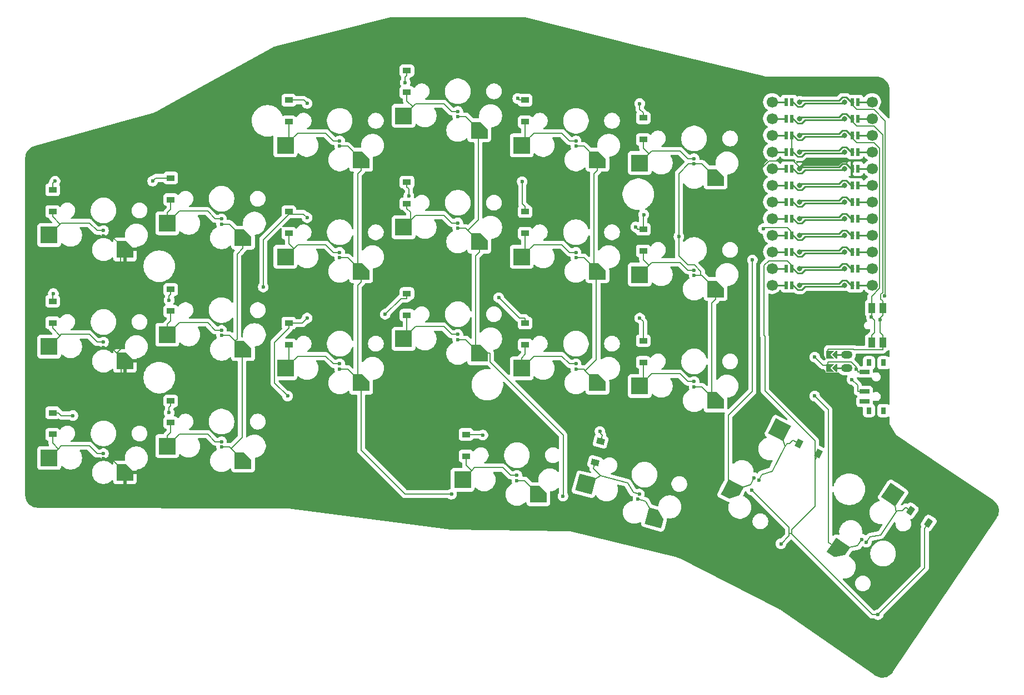
<source format=gbr>
%TF.GenerationSoftware,KiCad,Pcbnew,9.0.2*%
%TF.CreationDate,2025-06-08T10:39:33-06:00*%
%TF.ProjectId,scyboard,73637962-6f61-4726-942e-6b696361645f,1*%
%TF.SameCoordinates,Original*%
%TF.FileFunction,Copper,L2,Bot*%
%TF.FilePolarity,Positive*%
%FSLAX46Y46*%
G04 Gerber Fmt 4.6, Leading zero omitted, Abs format (unit mm)*
G04 Created by KiCad (PCBNEW 9.0.2) date 2025-06-08 10:39:33*
%MOMM*%
%LPD*%
G01*
G04 APERTURE LIST*
G04 Aperture macros list*
%AMRotRect*
0 Rectangle, with rotation*
0 The origin of the aperture is its center*
0 $1 length*
0 $2 width*
0 $3 Rotation angle, in degrees counterclockwise*
0 Add horizontal line*
21,1,$1,$2,0,0,$3*%
%AMOutline5P*
0 Free polygon, 5 corners , with rotation*
0 The origin of the aperture is its center*
0 number of corners: always 5*
0 $1 to $10 corner X, Y*
0 $11 Rotation angle, in degrees counterclockwise*
0 create outline with 5 corners*
4,1,5,$1,$2,$3,$4,$5,$6,$7,$8,$9,$10,$1,$2,$11*%
%AMOutline6P*
0 Free polygon, 6 corners , with rotation*
0 The origin of the aperture is its center*
0 number of corners: always 6*
0 $1 to $12 corner X, Y*
0 $13 Rotation angle, in degrees counterclockwise*
0 create outline with 6 corners*
4,1,6,$1,$2,$3,$4,$5,$6,$7,$8,$9,$10,$11,$12,$1,$2,$13*%
%AMOutline7P*
0 Free polygon, 7 corners , with rotation*
0 The origin of the aperture is its center*
0 number of corners: always 7*
0 $1 to $14 corner X, Y*
0 $15 Rotation angle, in degrees counterclockwise*
0 create outline with 7 corners*
4,1,7,$1,$2,$3,$4,$5,$6,$7,$8,$9,$10,$11,$12,$13,$14,$1,$2,$15*%
%AMOutline8P*
0 Free polygon, 8 corners , with rotation*
0 The origin of the aperture is its center*
0 number of corners: always 8*
0 $1 to $16 corner X, Y*
0 $17 Rotation angle, in degrees counterclockwise*
0 create outline with 8 corners*
4,1,8,$1,$2,$3,$4,$5,$6,$7,$8,$9,$10,$11,$12,$13,$14,$15,$16,$1,$2,$17*%
%AMFreePoly0*
4,1,6,0.600000,-1.000000,0.000000,-0.400000,-0.600000,-1.000000,-0.600000,0.250000,0.600000,0.250000,0.600000,-1.000000,0.600000,-1.000000,$1*%
%AMFreePoly1*
4,1,6,0.600000,-0.200000,0.600000,-0.400000,-0.600000,-0.400000,-0.600000,-0.200000,0.000000,0.400000,0.600000,-0.200000,0.600000,-0.200000,$1*%
G04 Aperture macros list end*
%TA.AperFunction,SMDPad,CuDef*%
%ADD10R,0.600000X1.200000*%
%TD*%
%TA.AperFunction,ComponentPad*%
%ADD11C,1.700000*%
%TD*%
%TA.AperFunction,ComponentPad*%
%ADD12C,0.800000*%
%TD*%
%TA.AperFunction,SMDPad,CuDef*%
%ADD13R,0.800000X1.000000*%
%TD*%
%TA.AperFunction,SMDPad,CuDef*%
%ADD14R,1.500000X0.700000*%
%TD*%
%TA.AperFunction,SMDPad,CuDef*%
%ADD15R,1.000000X1.550000*%
%TD*%
%TA.AperFunction,SMDPad,CuDef*%
%ADD16FreePoly0,90.000000*%
%TD*%
%TA.AperFunction,ComponentPad*%
%ADD17O,1.750000X1.200000*%
%TD*%
%TA.AperFunction,SMDPad,CuDef*%
%ADD18FreePoly1,90.000000*%
%TD*%
%TA.AperFunction,SMDPad,CuDef*%
%ADD19Outline5P,-1.300000X1.300000X1.300000X1.300000X1.300000X-1.300000X-0.117000X-1.300000X-1.300000X-0.117000X63.000000*%
%TD*%
%TA.AperFunction,SMDPad,CuDef*%
%ADD20RotRect,2.600000X2.600000X63.000000*%
%TD*%
%TA.AperFunction,SMDPad,CuDef*%
%ADD21Outline5P,-1.300000X1.300000X1.300000X1.300000X1.300000X-1.300000X-0.117000X-1.300000X-1.300000X-0.117000X180.000000*%
%TD*%
%TA.AperFunction,SMDPad,CuDef*%
%ADD22R,2.600000X2.600000*%
%TD*%
%TA.AperFunction,SMDPad,CuDef*%
%ADD23RotRect,0.900000X1.200000X255.000000*%
%TD*%
%TA.AperFunction,SMDPad,CuDef*%
%ADD24R,1.200000X0.900000*%
%TD*%
%TA.AperFunction,SMDPad,CuDef*%
%ADD25Outline5P,-1.300000X1.300000X1.300000X1.300000X1.300000X-1.300000X-0.117000X-1.300000X-1.300000X-0.117000X56.000000*%
%TD*%
%TA.AperFunction,SMDPad,CuDef*%
%ADD26RotRect,2.600000X2.600000X56.000000*%
%TD*%
%TA.AperFunction,SMDPad,CuDef*%
%ADD27RotRect,0.900000X1.200000X146.000000*%
%TD*%
%TA.AperFunction,SMDPad,CuDef*%
%ADD28Outline5P,-1.300000X1.300000X1.300000X1.300000X1.300000X-1.300000X-0.117000X-1.300000X-1.300000X-0.117000X165.000000*%
%TD*%
%TA.AperFunction,SMDPad,CuDef*%
%ADD29RotRect,2.600000X2.600000X165.000000*%
%TD*%
%TA.AperFunction,SMDPad,CuDef*%
%ADD30RotRect,0.900000X1.200000X153.000000*%
%TD*%
%TA.AperFunction,ViaPad*%
%ADD31C,0.600000*%
%TD*%
%TA.AperFunction,Conductor*%
%ADD32C,0.200000*%
%TD*%
%TA.AperFunction,Conductor*%
%ADD33C,0.250000*%
%TD*%
G04 APERTURE END LIST*
D10*
%TO.P,MCU1,1*%
%TO.N,MCU1_1*%
X164980000Y-49445000D03*
D11*
X167120000Y-49445000D03*
D10*
%TO.P,MCU1,2*%
%TO.N,MCU1_2*%
X164980000Y-51985000D03*
D11*
X167120000Y-51985000D03*
D10*
%TO.P,MCU1,3*%
%TO.N,MCU1_3*%
X164980000Y-54525000D03*
D11*
X167120000Y-54525000D03*
D10*
%TO.P,MCU1,4*%
%TO.N,MCU1_4*%
X164980000Y-57065000D03*
D11*
X167120000Y-57065000D03*
D10*
%TO.P,MCU1,5*%
%TO.N,MCU1_5*%
X164980000Y-59605000D03*
D11*
X167120000Y-59605000D03*
D10*
%TO.P,MCU1,6*%
%TO.N,MCU1_6*%
X164980000Y-62145000D03*
D11*
X167120000Y-62145000D03*
D10*
%TO.P,MCU1,7*%
%TO.N,MCU1_7*%
X164980000Y-64685000D03*
D11*
X167120000Y-64685000D03*
D10*
%TO.P,MCU1,8*%
%TO.N,MCU1_8*%
X164980000Y-67225000D03*
D11*
X167120000Y-67225000D03*
D10*
%TO.P,MCU1,9*%
%TO.N,MCU1_9*%
X164980000Y-69765000D03*
D11*
X167120000Y-69765000D03*
D10*
%TO.P,MCU1,10*%
%TO.N,MCU1_10*%
X164980000Y-72305000D03*
D11*
X167120000Y-72305000D03*
D10*
%TO.P,MCU1,11*%
%TO.N,MCU1_11*%
X164980000Y-74845000D03*
D11*
X167120000Y-74845000D03*
D10*
%TO.P,MCU1,12*%
%TO.N,MCU1_12*%
X164980000Y-77385000D03*
D11*
X167120000Y-77385000D03*
%TO.P,MCU1,13*%
%TO.N,MCU1_13*%
X151880000Y-77385000D03*
D10*
X154020000Y-77385000D03*
D11*
%TO.P,MCU1,14*%
%TO.N,MCU1_14*%
X151880000Y-74845000D03*
D10*
X154020000Y-74845000D03*
D11*
%TO.P,MCU1,15*%
%TO.N,MCU1_15*%
X151880000Y-72305000D03*
D10*
X154020000Y-72305000D03*
D11*
%TO.P,MCU1,16*%
%TO.N,MCU1_16*%
X151880000Y-69765000D03*
D10*
X154020000Y-69765000D03*
D11*
%TO.P,MCU1,17*%
%TO.N,MCU1_17*%
X151880000Y-67225000D03*
D10*
X154020000Y-67225000D03*
D11*
%TO.P,MCU1,18*%
%TO.N,MCU1_18*%
X151880000Y-64685000D03*
D10*
X154020000Y-64685000D03*
D11*
%TO.P,MCU1,19*%
%TO.N,MCU1_19*%
X151880000Y-62145000D03*
D10*
X154020000Y-62145000D03*
D11*
%TO.P,MCU1,20*%
%TO.N,MCU1_20*%
X151880000Y-59605000D03*
D10*
X154020000Y-59605000D03*
D11*
%TO.P,MCU1,21*%
%TO.N,MCU1_21*%
X151880000Y-57065000D03*
D10*
X154020000Y-57065000D03*
D11*
%TO.P,MCU1,22*%
%TO.N,MCU1_22*%
X151880000Y-54525000D03*
D10*
X154020000Y-54525000D03*
D11*
%TO.P,MCU1,23*%
%TO.N,MCU1_23*%
X151880000Y-51985000D03*
D10*
X154020000Y-51985000D03*
D11*
%TO.P,MCU1,24*%
%TO.N,MCU1_24*%
X151880000Y-49445000D03*
D10*
X154020000Y-49445000D03*
%TO.P,MCU1,101*%
%TO.N,LED*%
X154920000Y-49445000D03*
D12*
X162900000Y-49445000D03*
D10*
%TO.P,MCU1,102*%
%TO.N,DAT*%
X154920000Y-51985000D03*
D12*
X162900000Y-51985000D03*
D10*
%TO.P,MCU1,103*%
%TO.N,GND*%
X154920000Y-54525000D03*
D12*
X162900000Y-54525000D03*
D10*
%TO.P,MCU1,104*%
X154920000Y-57065000D03*
D12*
X162900000Y-57065000D03*
D10*
%TO.P,MCU1,105*%
%TO.N,SDA*%
X154920000Y-59605000D03*
D12*
X162900000Y-59605000D03*
D10*
%TO.P,MCU1,106*%
%TO.N,SCL*%
X154920000Y-62145000D03*
D12*
X162900000Y-62145000D03*
D10*
%TO.P,MCU1,107*%
%TO.N,CS*%
X154920000Y-64685000D03*
D12*
X162900000Y-64685000D03*
D10*
%TO.P,MCU1,108*%
%TO.N,R0*%
X154920000Y-67225000D03*
D12*
X162900000Y-67225000D03*
D10*
%TO.P,MCU1,109*%
%TO.N,R1*%
X154920000Y-69765000D03*
D12*
X162900000Y-69765000D03*
D10*
%TO.P,MCU1,110*%
%TO.N,R2*%
X154920000Y-72305000D03*
D12*
X162900000Y-72305000D03*
D10*
%TO.P,MCU1,111*%
%TO.N,R3*%
X154920000Y-74845000D03*
D12*
X162900000Y-74845000D03*
D10*
%TO.P,MCU1,112*%
%TO.N,P9*%
X154920000Y-77385000D03*
D12*
X162900000Y-77385000D03*
%TO.P,MCU1,113*%
%TO.N,P10*%
X156100000Y-77385000D03*
D10*
X164080000Y-77385000D03*
D12*
%TO.P,MCU1,114*%
%TO.N,P16*%
X156100000Y-74845000D03*
D10*
X164080000Y-74845000D03*
D12*
%TO.P,MCU1,115*%
%TO.N,C5*%
X156100000Y-72305000D03*
D10*
X164080000Y-72305000D03*
D12*
%TO.P,MCU1,116*%
%TO.N,C4*%
X156100000Y-69765000D03*
D10*
X164080000Y-69765000D03*
D12*
%TO.P,MCU1,117*%
%TO.N,C3*%
X156100000Y-67225000D03*
D10*
X164080000Y-67225000D03*
D12*
%TO.P,MCU1,118*%
%TO.N,C2*%
X156100000Y-64685000D03*
D10*
X164080000Y-64685000D03*
D12*
%TO.P,MCU1,119*%
%TO.N,C1*%
X156100000Y-62145000D03*
D10*
X164080000Y-62145000D03*
D12*
%TO.P,MCU1,120*%
%TO.N,C0*%
X156100000Y-59605000D03*
D10*
X164080000Y-59605000D03*
D12*
%TO.P,MCU1,121*%
%TO.N,VCC*%
X156100000Y-57065000D03*
D10*
X164080000Y-57065000D03*
D12*
%TO.P,MCU1,122*%
%TO.N,RST*%
X156100000Y-54525000D03*
D10*
X164080000Y-54525000D03*
D12*
%TO.P,MCU1,123*%
%TO.N,GND*%
X156100000Y-51985000D03*
D10*
X164080000Y-51985000D03*
D12*
%TO.P,MCU1,124*%
%TO.N,RAW*%
X156100000Y-49445000D03*
D10*
X164080000Y-49445000D03*
%TD*%
D13*
%TO.P,PWR1,*%
%TO.N,*%
X166640000Y-89220000D03*
X166640000Y-96520000D03*
X168850000Y-89220000D03*
X168850000Y-96520000D03*
D14*
%TO.P,PWR1,1*%
%TO.N,BAT_P*%
X165990000Y-90620000D03*
%TO.P,PWR1,2*%
%TO.N,RAW*%
X165990000Y-93620000D03*
%TO.P,PWR1,3*%
%TO.N,N/C*%
X165990000Y-95120000D03*
%TD*%
D15*
%TO.P,RST1,1*%
%TO.N,GND*%
X168734000Y-80895000D03*
%TO.P,RST1,2*%
%TO.N,RST*%
X167034000Y-80895000D03*
%TO.P,RST1,3*%
%TO.N,GND*%
X168734000Y-86145000D03*
%TO.P,RST1,4*%
%TO.N,RST*%
X167034000Y-86145000D03*
%TD*%
D16*
%TO.P,JST1,1*%
%TO.N,BAT_P*%
X160409000Y-90030000D03*
%TO.P,JST1,2*%
%TO.N,GND*%
X160409000Y-88030000D03*
D17*
%TO.P,JST1,11*%
%TO.N,JST1_1*%
X163225000Y-88030000D03*
%TO.P,JST1,12*%
%TO.N,JST1_2*%
X163225000Y-90030000D03*
D18*
%TO.P,JST1,31*%
%TO.N,JST1_1*%
X161425000Y-88030000D03*
%TO.P,JST1,32*%
%TO.N,JST1_2*%
X161425000Y-90030000D03*
%TD*%
D19*
%TO.P,S21,1*%
%TO.N,C4*%
X145811692Y-108736803D03*
D20*
%TO.P,S21,2*%
%TO.N,space_cluster_B*%
X153015497Y-99444457D03*
%TD*%
D21*
%TO.P,S1,1*%
%TO.N,C0*%
X53275000Y-105950000D03*
D22*
%TO.P,S1,2*%
%TO.N,outer_bottom_B*%
X41725000Y-103750000D03*
%TD*%
D23*
%TO.P,D20,1*%
%TO.N,R3*%
X125769350Y-101231522D03*
%TO.P,D20,2*%
%TO.N,layer_cluster_B*%
X124915250Y-104419078D03*
%TD*%
D24*
%TO.P,D6,1*%
%TO.N,R0*%
X60250000Y-61050000D03*
%TO.P,D6,2*%
%TO.N,pinky_top_B*%
X60250000Y-64350000D03*
%TD*%
%TO.P,D14,1*%
%TO.N,R1*%
X114250000Y-66170000D03*
%TO.P,D14,2*%
%TO.N,index_home_B*%
X114250000Y-69470000D03*
%TD*%
%TO.P,D8,1*%
%TO.N,R1*%
X78250000Y-66170000D03*
%TO.P,D8,2*%
%TO.N,ring_home_B*%
X78250000Y-69470000D03*
%TD*%
D21*
%TO.P,S7,1*%
%TO.N,C2*%
X89275000Y-92270000D03*
D22*
%TO.P,S7,2*%
%TO.N,ring_bottom_B*%
X77725000Y-90070000D03*
%TD*%
D25*
%TO.P,S22,1*%
%TO.N,C5*%
X162035870Y-117707900D03*
D26*
%TO.P,S22,2*%
%TO.N,reach_cluster_B*%
X170318430Y-109362741D03*
%TD*%
D21*
%TO.P,S5,1*%
%TO.N,C1*%
X71275000Y-87150000D03*
D22*
%TO.P,S5,2*%
%TO.N,pinky_home_B*%
X59725000Y-84950000D03*
%TD*%
D24*
%TO.P,D7,1*%
%TO.N,R2*%
X78250000Y-83170000D03*
%TO.P,D7,2*%
%TO.N,ring_bottom_B*%
X78250000Y-86470000D03*
%TD*%
%TO.P,D16,1*%
%TO.N,R2*%
X132250000Y-85870000D03*
%TO.P,D16,2*%
%TO.N,inner_bottom_B*%
X132250000Y-89170000D03*
%TD*%
%TO.P,D12,1*%
%TO.N,R0*%
X96250000Y-44670000D03*
%TO.P,D12,2*%
%TO.N,middle_top_B*%
X96250000Y-47970000D03*
%TD*%
D21*
%TO.P,S10,1*%
%TO.N,C3*%
X107275000Y-87770000D03*
D22*
%TO.P,S10,2*%
%TO.N,middle_bottom_B*%
X95725000Y-85570000D03*
%TD*%
D21*
%TO.P,S12,1*%
%TO.N,C3*%
X107275000Y-53770000D03*
D22*
%TO.P,S12,2*%
%TO.N,middle_top_B*%
X95725000Y-51570000D03*
%TD*%
D21*
%TO.P,S2,1*%
%TO.N,C0*%
X53275000Y-88950000D03*
D22*
%TO.P,S2,2*%
%TO.N,outer_home_B*%
X41725000Y-86750000D03*
%TD*%
D27*
%TO.P,D22,1*%
%TO.N,R3*%
X175745212Y-113656368D03*
%TO.P,D22,2*%
%TO.N,reach_cluster_B*%
X173009388Y-111811032D03*
%TD*%
D21*
%TO.P,S3,1*%
%TO.N,C0*%
X53275000Y-71950000D03*
D22*
%TO.P,S3,2*%
%TO.N,outer_top_B*%
X41725000Y-69750000D03*
%TD*%
D24*
%TO.P,D18,1*%
%TO.N,R0*%
X132250000Y-51870000D03*
%TO.P,D18,2*%
%TO.N,inner_top_B*%
X132250000Y-55170000D03*
%TD*%
D21*
%TO.P,S13,1*%
%TO.N,C4*%
X125275000Y-92270000D03*
D22*
%TO.P,S13,2*%
%TO.N,index_bottom_B*%
X113725000Y-90070000D03*
%TD*%
D24*
%TO.P,D15,1*%
%TO.N,R0*%
X114250000Y-49170000D03*
%TO.P,D15,2*%
%TO.N,index_top_B*%
X114250000Y-52470000D03*
%TD*%
%TO.P,D5,1*%
%TO.N,R1*%
X60250000Y-78050000D03*
%TO.P,D5,2*%
%TO.N,pinky_home_B*%
X60250000Y-81350000D03*
%TD*%
%TO.P,D13,1*%
%TO.N,R2*%
X114250000Y-83170000D03*
%TO.P,D13,2*%
%TO.N,index_bottom_B*%
X114250000Y-86470000D03*
%TD*%
D21*
%TO.P,S9,1*%
%TO.N,C2*%
X89275000Y-58270000D03*
D22*
%TO.P,S9,2*%
%TO.N,ring_top_B*%
X77725000Y-56070000D03*
%TD*%
D24*
%TO.P,D4,1*%
%TO.N,R2*%
X60250000Y-95050000D03*
%TO.P,D4,2*%
%TO.N,pinky_bottom_B*%
X60250000Y-98350000D03*
%TD*%
D21*
%TO.P,S15,1*%
%TO.N,C4*%
X125275000Y-58270000D03*
D22*
%TO.P,S15,2*%
%TO.N,index_top_B*%
X113725000Y-56070000D03*
%TD*%
D21*
%TO.P,S8,1*%
%TO.N,C2*%
X89275000Y-75270000D03*
D22*
%TO.P,S8,2*%
%TO.N,ring_home_B*%
X77725000Y-73070000D03*
%TD*%
D24*
%TO.P,D3,1*%
%TO.N,R0*%
X42250000Y-62850000D03*
%TO.P,D3,2*%
%TO.N,outer_top_B*%
X42250000Y-66150000D03*
%TD*%
%TO.P,D9,1*%
%TO.N,R0*%
X78250000Y-49170000D03*
%TO.P,D9,2*%
%TO.N,ring_top_B*%
X78250000Y-52470000D03*
%TD*%
%TO.P,D19,1*%
%TO.N,R3*%
X105250000Y-100170000D03*
%TO.P,D19,2*%
%TO.N,tuck_cluster_B*%
X105250000Y-103470000D03*
%TD*%
D21*
%TO.P,S17,1*%
%TO.N,C5*%
X143275000Y-77970000D03*
D22*
%TO.P,S17,2*%
%TO.N,inner_home_B*%
X131725000Y-75770000D03*
%TD*%
D21*
%TO.P,S11,1*%
%TO.N,C3*%
X107275000Y-70770000D03*
D22*
%TO.P,S11,2*%
%TO.N,middle_home_B*%
X95725000Y-68570000D03*
%TD*%
D24*
%TO.P,D10,1*%
%TO.N,R2*%
X96250000Y-78670000D03*
%TO.P,D10,2*%
%TO.N,middle_bottom_B*%
X96250000Y-81970000D03*
%TD*%
D21*
%TO.P,S19,1*%
%TO.N,C2*%
X116275000Y-109270000D03*
D22*
%TO.P,S19,2*%
%TO.N,tuck_cluster_B*%
X104725000Y-107070000D03*
%TD*%
D24*
%TO.P,D1,1*%
%TO.N,R2*%
X42250000Y-96850000D03*
%TO.P,D1,2*%
%TO.N,outer_bottom_B*%
X42250000Y-100150000D03*
%TD*%
D28*
%TO.P,S20,1*%
%TO.N,C3*%
X134063434Y-112874891D03*
D29*
%TO.P,S20,2*%
%TO.N,layer_cluster_B*%
X123476392Y-107760494D03*
%TD*%
D24*
%TO.P,D2,1*%
%TO.N,R1*%
X42250000Y-79850000D03*
%TO.P,D2,2*%
%TO.N,outer_home_B*%
X42250000Y-83150000D03*
%TD*%
D21*
%TO.P,S18,1*%
%TO.N,C5*%
X143275000Y-60970000D03*
D22*
%TO.P,S18,2*%
%TO.N,inner_top_B*%
X131725000Y-58770000D03*
%TD*%
D30*
%TO.P,D21,1*%
%TO.N,R3*%
X158925061Y-103044784D03*
%TO.P,D21,2*%
%TO.N,space_cluster_B*%
X155984739Y-101546616D03*
%TD*%
D21*
%TO.P,S16,1*%
%TO.N,C5*%
X143275000Y-94970000D03*
D22*
%TO.P,S16,2*%
%TO.N,inner_bottom_B*%
X131725000Y-92770000D03*
%TD*%
D21*
%TO.P,S4,1*%
%TO.N,C1*%
X71275000Y-104150000D03*
D22*
%TO.P,S4,2*%
%TO.N,pinky_bottom_B*%
X59725000Y-101950000D03*
%TD*%
D24*
%TO.P,D17,1*%
%TO.N,R1*%
X132250000Y-68870000D03*
%TO.P,D17,2*%
%TO.N,inner_home_B*%
X132250000Y-72170000D03*
%TD*%
D21*
%TO.P,S6,1*%
%TO.N,C1*%
X71275000Y-70150000D03*
D22*
%TO.P,S6,2*%
%TO.N,pinky_top_B*%
X59725000Y-67950000D03*
%TD*%
D24*
%TO.P,D11,1*%
%TO.N,R1*%
X96250000Y-61670000D03*
%TO.P,D11,2*%
%TO.N,middle_home_B*%
X96250000Y-64970000D03*
%TD*%
D21*
%TO.P,S14,1*%
%TO.N,C4*%
X125275000Y-75270000D03*
D22*
%TO.P,S14,2*%
%TO.N,index_home_B*%
X113725000Y-73070000D03*
%TD*%
D31*
%TO.N,C0*%
X50000000Y-86875000D03*
X146476600Y-79438900D03*
X50000000Y-69875000D03*
X50000000Y-103875000D03*
%TO.N,outer_bottom_B*%
X50000000Y-103075000D03*
%TO.N,GND*%
X168309000Y-82647300D03*
%TO.N,outer_home_B*%
X50000000Y-86075000D03*
%TO.N,outer_top_B*%
X50000000Y-69075000D03*
%TO.N,C1*%
X68000000Y-68075000D03*
X68000000Y-85075000D03*
X68000000Y-102075000D03*
%TO.N,pinky_bottom_B*%
X68000000Y-101275000D03*
%TO.N,pinky_home_B*%
X68000000Y-84275000D03*
%TO.N,pinky_top_B*%
X68000000Y-67275000D03*
%TO.N,C2*%
X113000000Y-107195000D03*
X103030000Y-109270000D03*
X86000000Y-73195000D03*
X86000000Y-90195000D03*
X86000000Y-56195000D03*
%TO.N,ring_bottom_B*%
X86000000Y-89395000D03*
%TO.N,ring_home_B*%
X86000000Y-72395000D03*
%TO.N,ring_top_B*%
X86000000Y-55395000D03*
%TO.N,C3*%
X104000000Y-85695000D03*
X120014500Y-109573700D03*
X104000000Y-68695000D03*
X131437000Y-110023000D03*
X104000000Y-51695000D03*
%TO.N,middle_bottom_B*%
X104000000Y-84895000D03*
%TO.N,middle_home_B*%
X104000000Y-67895000D03*
%TO.N,middle_top_B*%
X104000000Y-50895000D03*
%TO.N,C4*%
X148877900Y-73545000D03*
X122000000Y-56195000D03*
X122000000Y-90195000D03*
X122000000Y-73195000D03*
X149147000Y-106761000D03*
%TO.N,index_bottom_B*%
X122000000Y-89395000D03*
%TO.N,index_home_B*%
X122000000Y-72395000D03*
%TO.N,index_top_B*%
X122000000Y-55395000D03*
%TO.N,C5*%
X140000000Y-75895000D03*
X165587000Y-116153000D03*
X137685500Y-69997600D03*
X140000000Y-58895000D03*
X158375400Y-94308400D03*
X140000000Y-92895000D03*
%TO.N,inner_bottom_B*%
X140000000Y-92095000D03*
%TO.N,inner_home_B*%
X140000000Y-75095000D03*
%TO.N,inner_top_B*%
X140000000Y-58095000D03*
%TO.N,tuck_cluster_B*%
X113000000Y-106395000D03*
%TO.N,layer_cluster_B*%
X131644000Y-109250000D03*
%TO.N,space_cluster_B*%
X149860000Y-107124000D03*
%TO.N,reach_cluster_B*%
X166251000Y-116600000D03*
%TO.N,R2*%
X60011500Y-96847700D03*
X110232300Y-79286000D03*
X45336800Y-97282300D03*
X92932000Y-81822900D03*
X131720200Y-82412800D03*
X81033200Y-82412800D03*
X78058500Y-94308400D03*
%TO.N,R1*%
X42362100Y-78676000D03*
X113796100Y-61595500D03*
X74346500Y-77674100D03*
X81033200Y-67088200D03*
X60011500Y-79700000D03*
X150558600Y-68785900D03*
X96537200Y-63785000D03*
X132322000Y-66636400D03*
X131112000Y-68516100D03*
%TO.N,R0*%
X42619300Y-61511500D03*
X81033200Y-49666500D03*
X131720200Y-49699900D03*
X95974700Y-46494500D03*
X113124600Y-48916500D03*
X57492800Y-61511500D03*
%TO.N,R3*%
X148774800Y-108635000D03*
X153237500Y-116831100D03*
X168034900Y-127630300D03*
X125653700Y-99705400D03*
X107805500Y-100256200D03*
%TO.N,RAW*%
X164038700Y-91770700D03*
X169034000Y-79036000D03*
%TO.N,RST*%
X167010600Y-82282500D03*
%TO.N,BAT_P*%
X164670000Y-90216700D03*
X158375400Y-88360600D03*
%TD*%
D32*
%TO.N,C0*%
X155174200Y-58419900D02*
X151375500Y-58419900D01*
X52600000Y-71275000D02*
X51200000Y-69875000D01*
X52600000Y-87175000D02*
X52050000Y-87725000D01*
X52727200Y-102797800D02*
X51425000Y-104100000D01*
X53275000Y-105950000D02*
X51425000Y-104100000D01*
X52050000Y-87725000D02*
X51200000Y-86875000D01*
X51200000Y-69875000D02*
X50000000Y-69875000D01*
X51200000Y-103875000D02*
X50000000Y-103875000D01*
X53275000Y-71950000D02*
X52600000Y-71275000D01*
D33*
X162600000Y-58880000D02*
X162095000Y-59385000D01*
X163200000Y-58880000D02*
X162600000Y-58880000D01*
D32*
X151375500Y-58419900D02*
X147222100Y-62573300D01*
X52600000Y-71275000D02*
X52600000Y-87175000D01*
X146476600Y-79438900D02*
X145877600Y-80037900D01*
X156100000Y-59605000D02*
X156100000Y-59345700D01*
X52727200Y-88402200D02*
X52727200Y-102797800D01*
D33*
X164275000Y-59605000D02*
X164080000Y-59605000D01*
D32*
X145877600Y-80037900D02*
X146476600Y-79438900D01*
X147222100Y-78693400D02*
X146476600Y-79438900D01*
D33*
X162095000Y-59385000D02*
X156320000Y-59385000D01*
D32*
X51200000Y-86875000D02*
X50000000Y-86875000D01*
X156100000Y-59345700D02*
X155174200Y-58419900D01*
X51425000Y-104100000D02*
X51200000Y-103875000D01*
D33*
X163925000Y-59605000D02*
X163200000Y-58880000D01*
D32*
X147222100Y-62573300D02*
X147222100Y-78693400D01*
X156100000Y-59605000D02*
X156320000Y-59385000D01*
X52727200Y-88402200D02*
X52050000Y-87725000D01*
D33*
X164080000Y-59605000D02*
X163925000Y-59605000D01*
D32*
X53275000Y-88950000D02*
X52727200Y-88402200D01*
%TO.N,outer_bottom_B*%
X49038800Y-103075000D02*
X50000000Y-103075000D01*
X42250000Y-100150000D02*
X42250000Y-101500200D01*
X41725000Y-103750000D02*
X43112400Y-102362600D01*
X47859800Y-101896000D02*
X49038800Y-103075000D01*
X43579000Y-101896000D02*
X47859800Y-101896000D01*
X43112400Y-102362600D02*
X43579000Y-101896000D01*
X42250000Y-101500200D02*
X43112400Y-102362600D01*
D33*
%TO.N,GND*%
X155075000Y-54525000D02*
X155800000Y-55250000D01*
X155800000Y-57790000D02*
X156400000Y-57790000D01*
D32*
X164275000Y-51985000D02*
X164275000Y-52647500D01*
D33*
X154920000Y-57065000D02*
X155075000Y-57065000D01*
X154725000Y-57065000D02*
X154920000Y-57065000D01*
D32*
X164306800Y-87128300D02*
X160409000Y-87128300D01*
X168734000Y-81433300D02*
X168734000Y-81971700D01*
X164275000Y-52647500D02*
X164779600Y-53152100D01*
X168312900Y-82647300D02*
X168309000Y-82647300D01*
X168312900Y-82647300D02*
X168312900Y-82392800D01*
D33*
X156895000Y-54755000D02*
X162670000Y-54755000D01*
X155075000Y-57065000D02*
X155800000Y-57790000D01*
D32*
X160409000Y-88030000D02*
X160409000Y-87128300D01*
D33*
X154920000Y-54525000D02*
X154997500Y-54525000D01*
X162600000Y-51260000D02*
X162095000Y-51765000D01*
X155800000Y-55250000D02*
X156400000Y-55250000D01*
D32*
X168734000Y-85707500D02*
X168734000Y-86145000D01*
D33*
X154725000Y-54525000D02*
X154920000Y-54525000D01*
D32*
X156100000Y-51985000D02*
X156320000Y-51765000D01*
D33*
X156400000Y-55250000D02*
X156895000Y-54755000D01*
X163200000Y-51260000D02*
X162600000Y-51260000D01*
D32*
X168432300Y-79516600D02*
X168734000Y-79818300D01*
X168312900Y-82392800D02*
X168734000Y-81971700D01*
X168734000Y-87221700D02*
X164400200Y-87221700D01*
X168432300Y-78786900D02*
X168432300Y-79516600D01*
D33*
X154997500Y-54525000D02*
X155075000Y-54525000D01*
D32*
X162900000Y-54525000D02*
X162670000Y-54755000D01*
X164779600Y-53152100D02*
X167379600Y-53152100D01*
X162900000Y-57065000D02*
X162670000Y-57295000D01*
X164400200Y-87221700D02*
X164306800Y-87128300D01*
X168732500Y-54505000D02*
X168732500Y-78486700D01*
D33*
X156895000Y-57295000D02*
X162670000Y-57295000D01*
D32*
X168734000Y-80895000D02*
X168734000Y-79818300D01*
D33*
X162095000Y-51765000D02*
X156320000Y-51765000D01*
D32*
X168734000Y-85707500D02*
X168734000Y-85068300D01*
D33*
X164275000Y-51985000D02*
X164080000Y-51985000D01*
D32*
X167379600Y-53152100D02*
X168732500Y-54505000D01*
X168732500Y-78486700D02*
X168432300Y-78786900D01*
X168734000Y-86145000D02*
X168734000Y-87221700D01*
X168312900Y-84647200D02*
X168312900Y-82647300D01*
X168734000Y-81433300D02*
X168734000Y-80895000D01*
D33*
X164080000Y-51985000D02*
X163925000Y-51985000D01*
D32*
X154997500Y-54525000D02*
X154920000Y-54602500D01*
X168734000Y-85068300D02*
X168312900Y-84647200D01*
X154920000Y-54602500D02*
X154920000Y-57065000D01*
D33*
X163925000Y-51985000D02*
X163200000Y-51260000D01*
X156400000Y-57790000D02*
X156895000Y-57295000D01*
D32*
%TO.N,outer_home_B*%
X41725000Y-86750000D02*
X43389500Y-85085500D01*
X43389500Y-85085500D02*
X42250000Y-83946000D01*
X42250000Y-83946000D02*
X42250000Y-83150000D01*
X43579000Y-84896000D02*
X47859800Y-84896000D01*
X47859800Y-84896000D02*
X49038800Y-86075000D01*
X43389500Y-85085500D02*
X43579000Y-84896000D01*
X49038800Y-86075000D02*
X50000000Y-86075000D01*
%TO.N,outer_top_B*%
X41725000Y-69750000D02*
X43389500Y-68085500D01*
X42250000Y-66946000D02*
X42250000Y-66150000D01*
X47859800Y-67896000D02*
X49038800Y-69075000D01*
X43389500Y-68085500D02*
X43579000Y-67896000D01*
X49038800Y-69075000D02*
X50000000Y-69075000D01*
X43389500Y-68085500D02*
X42250000Y-66946000D01*
X43579000Y-67896000D02*
X47859800Y-67896000D01*
%TO.N,C1*%
X71275000Y-71751700D02*
X70383900Y-72642800D01*
D33*
X163200000Y-61420000D02*
X162600000Y-61420000D01*
D32*
X70383900Y-85591100D02*
X70050000Y-85925000D01*
D33*
X162600000Y-61420000D02*
X162095000Y-61925000D01*
D32*
X70050000Y-85925000D02*
X69200000Y-85075000D01*
X71275000Y-87150000D02*
X71110300Y-86985300D01*
X71275000Y-70150000D02*
X69200000Y-68075000D01*
X69425000Y-102300000D02*
X69200000Y-102075000D01*
X70383900Y-72642800D02*
X70383900Y-85591100D01*
X71110300Y-86985300D02*
X70050000Y-85925000D01*
D33*
X162095000Y-61925000D02*
X156320000Y-61925000D01*
X164080000Y-62145000D02*
X163925000Y-62145000D01*
D32*
X71275000Y-104150000D02*
X69425000Y-102300000D01*
X156100000Y-62145000D02*
X156320000Y-61925000D01*
D33*
X164275000Y-62145000D02*
X164080000Y-62145000D01*
D32*
X71110300Y-100614700D02*
X69425000Y-102300000D01*
X69200000Y-68075000D02*
X68000000Y-68075000D01*
X69200000Y-85075000D02*
X68000000Y-85075000D01*
X71110300Y-86985300D02*
X71110300Y-100614700D01*
X71275000Y-70150000D02*
X71275000Y-71751700D01*
X69200000Y-102075000D02*
X68000000Y-102075000D01*
D33*
X163925000Y-62145000D02*
X163200000Y-61420000D01*
D32*
%TO.N,pinky_bottom_B*%
X67038800Y-101275000D02*
X68000000Y-101275000D01*
X60250000Y-99823300D02*
X59725000Y-100348300D01*
X61579000Y-100096000D02*
X65859800Y-100096000D01*
X59725000Y-101950000D02*
X61579000Y-100096000D01*
X59725000Y-101950000D02*
X59725000Y-100348300D01*
X60250000Y-98350000D02*
X60250000Y-99823300D01*
X65859800Y-100096000D02*
X67038800Y-101275000D01*
%TO.N,pinky_home_B*%
X60250000Y-81350000D02*
X60250000Y-82823300D01*
X60250000Y-82823300D02*
X59725000Y-83348300D01*
X67038800Y-84275000D02*
X68000000Y-84275000D01*
X59725000Y-84950000D02*
X61579000Y-83096000D01*
X61579000Y-83096000D02*
X65859800Y-83096000D01*
X65859800Y-83096000D02*
X67038800Y-84275000D01*
X59725000Y-84950000D02*
X59725000Y-83348300D01*
%TO.N,pinky_top_B*%
X61579000Y-66096000D02*
X65859800Y-66096000D01*
X67038800Y-67275000D02*
X68000000Y-67275000D01*
X60250000Y-64350000D02*
X60250000Y-65823300D01*
X59725000Y-67950000D02*
X61579000Y-66096000D01*
X65859800Y-66096000D02*
X67038800Y-67275000D01*
X60250000Y-65823300D02*
X59725000Y-66348300D01*
X59725000Y-67950000D02*
X59725000Y-66348300D01*
%TO.N,C2*%
X89275000Y-75270000D02*
X88727200Y-74722200D01*
X88727200Y-74722200D02*
X87200000Y-73195000D01*
X89275000Y-58270000D02*
X87200000Y-56195000D01*
X89275000Y-58270000D02*
X89275000Y-59871700D01*
X103030000Y-109270000D02*
X95998000Y-109270000D01*
X89275000Y-75270000D02*
X89275000Y-76871700D01*
X87200000Y-90195000D02*
X86000000Y-90195000D01*
X88727200Y-77419500D02*
X89275000Y-76871700D01*
D33*
X162600000Y-63960000D02*
X162095000Y-64465000D01*
X164275000Y-64685000D02*
X164080000Y-64685000D01*
X164080000Y-64685000D02*
X163925000Y-64685000D01*
X162095000Y-64465000D02*
X156320000Y-64465000D01*
D32*
X88727200Y-91722200D02*
X87200000Y-90195000D01*
X89275000Y-92270000D02*
X88727200Y-91722200D01*
X95998000Y-109270000D02*
X89275000Y-102547000D01*
X87200000Y-73195000D02*
X86000000Y-73195000D01*
D33*
X163925000Y-64685000D02*
X163200000Y-63960000D01*
D32*
X87200000Y-56195000D02*
X86000000Y-56195000D01*
X88727200Y-74722200D02*
X88727200Y-60419500D01*
X156100000Y-64685000D02*
X156320000Y-64465000D01*
X88727200Y-60419500D02*
X89275000Y-59871700D01*
X116275000Y-109270000D02*
X114200000Y-107195000D01*
X114200000Y-107195000D02*
X113000000Y-107195000D01*
X88727200Y-91722200D02*
X88727200Y-77419500D01*
X89275000Y-102547000D02*
X89275000Y-92270000D01*
D33*
X163200000Y-63960000D02*
X162600000Y-63960000D01*
D32*
%TO.N,ring_bottom_B*%
X85038800Y-89395000D02*
X86000000Y-89395000D01*
X77725000Y-90070000D02*
X78272800Y-89522200D01*
X78272800Y-89522200D02*
X78250000Y-89499400D01*
X78250000Y-89499400D02*
X78250000Y-86470000D01*
X79579000Y-88216000D02*
X83859800Y-88216000D01*
X78272800Y-89522200D02*
X79579000Y-88216000D01*
X83859800Y-88216000D02*
X85038800Y-89395000D01*
%TO.N,ring_home_B*%
X79579000Y-71216000D02*
X83859800Y-71216000D01*
X79007400Y-71787600D02*
X79579000Y-71216000D01*
X78250000Y-69470000D02*
X78250000Y-71030200D01*
X83859800Y-71216000D02*
X85038800Y-72395000D01*
X78250000Y-71030200D02*
X79007400Y-71787600D01*
X85038800Y-72395000D02*
X86000000Y-72395000D01*
X77725000Y-73070000D02*
X79007400Y-71787600D01*
%TO.N,ring_top_B*%
X79579000Y-54216000D02*
X83859800Y-54216000D01*
X78272800Y-55522200D02*
X79579000Y-54216000D01*
X78250000Y-55499400D02*
X78250000Y-52470000D01*
X78272800Y-55522200D02*
X78250000Y-55499400D01*
X85038800Y-55395000D02*
X86000000Y-55395000D01*
X83859800Y-54216000D02*
X85038800Y-55395000D01*
X77725000Y-56070000D02*
X78272800Y-55522200D01*
%TO.N,C3*%
X105200000Y-51695000D02*
X104000000Y-51695000D01*
X108876700Y-89061800D02*
X120051700Y-100236800D01*
X107275000Y-70770000D02*
X105637500Y-69132500D01*
X134063000Y-112875000D02*
X132596000Y-110334000D01*
X120051700Y-100236800D02*
X120051700Y-109536500D01*
X107275000Y-87770000D02*
X108876700Y-87770000D01*
X106727200Y-87222200D02*
X105200000Y-85695000D01*
D33*
X162600000Y-66500000D02*
X162095000Y-67005000D01*
X162095000Y-67005000D02*
X156320000Y-67005000D01*
D32*
X134063400Y-112874900D02*
X134063100Y-112874900D01*
X106727200Y-72919500D02*
X107275000Y-72371700D01*
D33*
X163925000Y-67225000D02*
X163200000Y-66500000D01*
D32*
X107110300Y-53605300D02*
X105200000Y-51695000D01*
X105200000Y-68695000D02*
X104000000Y-68695000D01*
X107275000Y-70770000D02*
X107275000Y-72371700D01*
X134063100Y-112874900D02*
X134063000Y-112875000D01*
X107275000Y-87770000D02*
X106727200Y-87222200D01*
X106727200Y-87222200D02*
X106727200Y-72919500D01*
X107110300Y-53605300D02*
X107110300Y-67459400D01*
X105637500Y-68932200D02*
X105637500Y-69132500D01*
X120051700Y-109536500D02*
X120014500Y-109573700D01*
D33*
X163200000Y-66500000D02*
X162600000Y-66500000D01*
D32*
X156100000Y-67225000D02*
X156320000Y-67005000D01*
X108876700Y-87770000D02*
X108876700Y-89061800D01*
X105200000Y-85695000D02*
X104000000Y-85695000D01*
D33*
X164080000Y-67225000D02*
X163925000Y-67225000D01*
D32*
X107275000Y-53770000D02*
X107110300Y-53605300D01*
X105637500Y-69132500D02*
X105200000Y-68695000D01*
D33*
X164275000Y-67225000D02*
X164080000Y-67225000D01*
D32*
X107110300Y-67459400D02*
X105637500Y-68932200D01*
X132596000Y-110334000D02*
X131437000Y-110023000D01*
%TO.N,middle_bottom_B*%
X95725000Y-85570000D02*
X96561900Y-84733100D01*
X96250000Y-81970000D02*
X96250000Y-84421200D01*
X103039000Y-84895000D02*
X104000000Y-84895000D01*
X96561900Y-84733100D02*
X97579000Y-83716000D01*
X96250000Y-84421200D02*
X96561900Y-84733100D01*
X97579000Y-83716000D02*
X101860000Y-83716000D01*
X101860000Y-83716000D02*
X103039000Y-84895000D01*
%TO.N,middle_home_B*%
X96769300Y-67525700D02*
X96769300Y-66241000D01*
X101860000Y-66716000D02*
X103039000Y-67895000D01*
X96250000Y-64970000D02*
X96250000Y-65721700D01*
X103039000Y-67895000D02*
X104000000Y-67895000D01*
X96769300Y-67525700D02*
X97579000Y-66716000D01*
X96769300Y-66241000D02*
X96250000Y-65721700D01*
X97579000Y-66716000D02*
X101860000Y-66716000D01*
X95725000Y-68570000D02*
X96769300Y-67525700D01*
%TO.N,middle_top_B*%
X103039000Y-50895000D02*
X104000000Y-50895000D01*
X96250000Y-47970000D02*
X96250000Y-49320200D01*
X101860000Y-49716000D02*
X103039000Y-50895000D01*
X96250000Y-49320200D02*
X97112400Y-50182600D01*
X97112400Y-50182600D02*
X97579000Y-49716000D01*
X95725000Y-51570000D02*
X97112400Y-50182600D01*
X97579000Y-49716000D02*
X101860000Y-49716000D01*
%TO.N,C4*%
X145812000Y-108737000D02*
X148603000Y-107830000D01*
X125275000Y-92270000D02*
X123425000Y-90420000D01*
X123200000Y-73195000D02*
X122000000Y-73195000D01*
X125275000Y-58270000D02*
X125275000Y-59871700D01*
X124727200Y-74722200D02*
X124727200Y-60419500D01*
X145226400Y-97232300D02*
X148877900Y-93580800D01*
X125275000Y-75270000D02*
X125110300Y-75105300D01*
X125110300Y-75105300D02*
X125110300Y-88734700D01*
X125110300Y-75105300D02*
X124727200Y-74722200D01*
X124727200Y-60419500D02*
X125275000Y-59871700D01*
X124727200Y-74722200D02*
X123200000Y-73195000D01*
D33*
X163925000Y-69765000D02*
X163200000Y-69040000D01*
D32*
X125110300Y-88734700D02*
X123425000Y-90420000D01*
D33*
X162600000Y-69040000D02*
X162095000Y-69545000D01*
D32*
X123200000Y-56195000D02*
X122000000Y-56195000D01*
X148877900Y-93580800D02*
X148877900Y-73545000D01*
X123200000Y-90195000D02*
X122000000Y-90195000D01*
X145226400Y-108151500D02*
X145226400Y-97232300D01*
X123425000Y-90420000D02*
X123200000Y-90195000D01*
X148603000Y-107830000D02*
X149147000Y-106761000D01*
X145811700Y-108736800D02*
X145811800Y-108736800D01*
D33*
X164080000Y-69765000D02*
X163925000Y-69765000D01*
X164275000Y-69765000D02*
X164080000Y-69765000D01*
D32*
X125275000Y-58270000D02*
X123200000Y-56195000D01*
X156100000Y-69765000D02*
X156320000Y-69545000D01*
D33*
X163200000Y-69040000D02*
X162600000Y-69040000D01*
D32*
X145811800Y-108736800D02*
X145812000Y-108737000D01*
D33*
X162095000Y-69545000D02*
X156320000Y-69545000D01*
D32*
X145811700Y-108736800D02*
X145226400Y-108151500D01*
%TO.N,index_bottom_B*%
X119860000Y-88216000D02*
X121039000Y-89395000D01*
X114250000Y-86470000D02*
X114250000Y-87943300D01*
X113725000Y-90070000D02*
X113725000Y-88468300D01*
X115579000Y-88216000D02*
X119860000Y-88216000D01*
X113725000Y-90070000D02*
X115579000Y-88216000D01*
X114250000Y-87943300D02*
X113725000Y-88468300D01*
X121039000Y-89395000D02*
X122000000Y-89395000D01*
%TO.N,index_home_B*%
X114250000Y-72499400D02*
X114250000Y-69470000D01*
X119860000Y-71216000D02*
X121039000Y-72395000D01*
X114272800Y-72522200D02*
X114250000Y-72499400D01*
X114272800Y-72522200D02*
X115579000Y-71216000D01*
X113725000Y-73070000D02*
X114272800Y-72522200D01*
X115579000Y-71216000D02*
X119860000Y-71216000D01*
X121039000Y-72395000D02*
X122000000Y-72395000D01*
%TO.N,index_top_B*%
X114272800Y-55522200D02*
X114250000Y-55499400D01*
X114250000Y-55499400D02*
X114250000Y-52470000D01*
X115579000Y-54216000D02*
X119860000Y-54216000D01*
X121039000Y-55395000D02*
X122000000Y-55395000D01*
X114272800Y-55522200D02*
X115579000Y-54216000D01*
X119860000Y-54216000D02*
X121039000Y-55395000D01*
X113725000Y-56070000D02*
X114272800Y-55522200D01*
%TO.N,C5*%
X143275000Y-77970000D02*
X141200000Y-75895000D01*
X141200000Y-75895000D02*
X141034500Y-75895000D01*
X139154200Y-58895000D02*
X137685500Y-60363700D01*
X143275000Y-94970000D02*
X142727200Y-94422200D01*
X156100000Y-72305000D02*
X156320000Y-72085000D01*
X141034500Y-75895000D02*
X140000000Y-75895000D01*
X143275000Y-77970000D02*
X143275000Y-79571700D01*
X143275000Y-60970000D02*
X141200000Y-58895000D01*
X137685500Y-72938500D02*
X139018700Y-74271700D01*
X142727200Y-94422200D02*
X142727200Y-80119500D01*
X137685500Y-60363700D02*
X137685500Y-69997600D01*
D33*
X162600000Y-71580000D02*
X162095000Y-72085000D01*
D32*
X140030800Y-74271700D02*
X141034500Y-75275400D01*
X162035900Y-117707900D02*
X160449900Y-116638100D01*
X139018700Y-74271700D02*
X140030800Y-74271700D01*
D33*
X164080000Y-72305000D02*
X163925000Y-72305000D01*
D32*
X141034500Y-75275400D02*
X141034500Y-75895000D01*
X162035900Y-117707900D02*
X162036000Y-117708000D01*
X160450000Y-116638000D02*
X160449900Y-116638100D01*
X142727200Y-94422200D02*
X141200000Y-92895000D01*
D33*
X164275000Y-72305000D02*
X164080000Y-72305000D01*
D32*
X141200000Y-92895000D02*
X140000000Y-92895000D01*
X140000000Y-58895000D02*
X139154200Y-58895000D01*
D33*
X162095000Y-72085000D02*
X156320000Y-72085000D01*
D32*
X162036000Y-117708000D02*
X164916000Y-117148000D01*
X160450000Y-96383000D02*
X160450000Y-116638000D01*
X164916000Y-117148000D02*
X165587000Y-116153000D01*
X141200000Y-58895000D02*
X140000000Y-58895000D01*
D33*
X163925000Y-72305000D02*
X163200000Y-71580000D01*
X163200000Y-71580000D02*
X162600000Y-71580000D01*
D32*
X137685500Y-69997600D02*
X137685500Y-72938500D01*
X158375400Y-94308400D02*
X160450000Y-96383000D01*
X142727200Y-80119500D02*
X143275000Y-79571700D01*
%TO.N,inner_bottom_B*%
X139039000Y-92095000D02*
X140000000Y-92095000D01*
X132272800Y-92222200D02*
X132250000Y-92199400D01*
X131725000Y-92770000D02*
X132272800Y-92222200D01*
X132272800Y-92222200D02*
X133579000Y-90916000D01*
X133579000Y-90916000D02*
X137860000Y-90916000D01*
X132250000Y-92199400D02*
X132250000Y-89170000D01*
X137860000Y-90916000D02*
X139039000Y-92095000D01*
%TO.N,inner_home_B*%
X139039000Y-75095000D02*
X140000000Y-75095000D01*
X132250000Y-73520200D02*
X133112400Y-74382600D01*
X133579000Y-73916000D02*
X137860000Y-73916000D01*
X137860000Y-73916000D02*
X139039000Y-75095000D01*
X132250000Y-72170000D02*
X132250000Y-73520200D01*
X131725000Y-75770000D02*
X133112400Y-74382600D01*
X133112400Y-74382600D02*
X133579000Y-73916000D01*
%TO.N,inner_top_B*%
X132250000Y-55170000D02*
X132250000Y-56520200D01*
X139039000Y-58095000D02*
X140000000Y-58095000D01*
X133579000Y-56916000D02*
X137860000Y-56916000D01*
X137860000Y-56916000D02*
X139039000Y-58095000D01*
X132250000Y-56520200D02*
X133112400Y-57382600D01*
X131725000Y-58770000D02*
X133112400Y-57382600D01*
X133112400Y-57382600D02*
X133579000Y-56916000D01*
%TO.N,tuck_cluster_B*%
X105250000Y-104820200D02*
X106112400Y-105682600D01*
X106579000Y-105216000D02*
X110860000Y-105216000D01*
X106112400Y-105682600D02*
X106579000Y-105216000D01*
X112039000Y-106395000D02*
X113000000Y-106395000D01*
X105250000Y-103470000D02*
X105250000Y-104820200D01*
X110860000Y-105216000D02*
X112039000Y-106395000D01*
X104725000Y-107070000D02*
X106112400Y-105682600D01*
%TO.N,layer_cluster_B*%
X124675500Y-105378500D02*
X125747000Y-106450000D01*
X123476400Y-107760500D02*
X123753500Y-107760500D01*
X130716000Y-109001000D02*
X131644000Y-109250000D01*
X124915200Y-104419100D02*
X124658100Y-105378500D01*
X124658100Y-105378500D02*
X124675500Y-105378500D01*
X124132900Y-107381100D02*
X125747000Y-106450000D01*
X125747000Y-106450000D02*
X129882000Y-107557000D01*
X129882000Y-107557000D02*
X130716000Y-109001000D01*
X123476000Y-107760000D02*
X124132900Y-107381100D01*
X123753500Y-107760500D02*
X124132900Y-107381100D01*
%TO.N,space_cluster_B*%
X154217400Y-101546600D02*
X153826000Y-101938000D01*
X154579600Y-101546600D02*
X154217400Y-101546600D01*
X150297000Y-106268000D02*
X149860000Y-107124000D01*
X151882000Y-105752000D02*
X150297000Y-106268000D01*
X153015000Y-99444500D02*
X153015000Y-99444600D01*
X153015000Y-99444600D02*
X153826000Y-101938000D01*
X155053900Y-101072300D02*
X154579600Y-101546600D01*
X153826000Y-101938000D02*
X151882000Y-105752000D01*
X155984700Y-101546600D02*
X155053900Y-101072300D01*
X153015100Y-99444500D02*
X153015000Y-99444600D01*
X153015500Y-99444500D02*
X153015100Y-99444500D01*
%TO.N,reach_cluster_B*%
X173009400Y-111811000D02*
X172240900Y-111292600D01*
X170945000Y-111811000D02*
X170819000Y-111937000D01*
X166788000Y-115804000D02*
X166251000Y-116600000D01*
X172240900Y-111292600D02*
X171722500Y-111811000D01*
X171722500Y-111811000D02*
X170945000Y-111811000D01*
X170819000Y-111937000D02*
X168425000Y-115485000D01*
X170318300Y-109362700D02*
X170318000Y-109363000D01*
X170318000Y-109363000D02*
X170819000Y-111937000D01*
X168425000Y-115485000D02*
X166788000Y-115804000D01*
X170318400Y-109362700D02*
X170318300Y-109362700D01*
%TO.N,R2*%
X78250000Y-83921700D02*
X76075400Y-86096300D01*
X42250000Y-96850000D02*
X43151700Y-96850000D01*
D33*
X154920000Y-72305000D02*
X155075000Y-72305000D01*
D32*
X43151700Y-96850000D02*
X43584000Y-97282300D01*
X114250000Y-83170000D02*
X114250000Y-82418300D01*
X60011500Y-96847700D02*
X60011500Y-96040200D01*
X132250000Y-82942600D02*
X131720200Y-82412800D01*
X132250000Y-85870000D02*
X132250000Y-82942600D01*
X78250000Y-83170000D02*
X80276000Y-83170000D01*
X76075400Y-86096300D02*
X76075400Y-92325300D01*
X162900000Y-72305000D02*
X162670000Y-72535000D01*
D33*
X154725000Y-72305000D02*
X154920000Y-72305000D01*
D32*
X96250000Y-78670000D02*
X96250000Y-79421700D01*
X95333200Y-79421700D02*
X92932000Y-81822900D01*
X80276000Y-83170000D02*
X81033200Y-82412800D01*
X43584000Y-97282300D02*
X45336800Y-97282300D01*
X78250000Y-83170000D02*
X78250000Y-83921700D01*
X76075400Y-92325300D02*
X78058500Y-94308400D01*
D33*
X156400000Y-73030000D02*
X156895000Y-72535000D01*
D32*
X96250000Y-79421700D02*
X95333200Y-79421700D01*
D33*
X155075000Y-72305000D02*
X155800000Y-73030000D01*
X155800000Y-73030000D02*
X156400000Y-73030000D01*
D32*
X113364600Y-82418300D02*
X110232300Y-79286000D01*
X60250000Y-95050000D02*
X60250000Y-95801700D01*
D33*
X156895000Y-72535000D02*
X162670000Y-72535000D01*
D32*
X60011500Y-96040200D02*
X60250000Y-95801700D01*
X114250000Y-82418300D02*
X113364600Y-82418300D01*
%TO.N,R1*%
X162900000Y-69765000D02*
X162670000Y-69995000D01*
X150744700Y-68599800D02*
X154215300Y-68599800D01*
X74346500Y-77674100D02*
X74346500Y-70449300D01*
X96537200Y-62708900D02*
X96537200Y-63785000D01*
D33*
X154725000Y-69765000D02*
X154920000Y-69765000D01*
D32*
X150558600Y-68785900D02*
X150744700Y-68599800D01*
X113796100Y-64964400D02*
X113796100Y-61595500D01*
D33*
X154920000Y-69765000D02*
X155075000Y-69765000D01*
D32*
X154215300Y-68599800D02*
X154725000Y-69109500D01*
X154725000Y-69109500D02*
X154725000Y-69765000D01*
D33*
X156400000Y-70490000D02*
X156895000Y-69995000D01*
D32*
X131112000Y-68516100D02*
X131348300Y-68752400D01*
X42362100Y-78676000D02*
X42250000Y-78788100D01*
X132250000Y-68870000D02*
X131348300Y-68870000D01*
X78250000Y-66545800D02*
X80490800Y-66545800D01*
X114250000Y-66170000D02*
X114250000Y-65418300D01*
X114250000Y-65418300D02*
X113796100Y-64964400D01*
D33*
X156895000Y-69995000D02*
X162670000Y-69995000D01*
D32*
X60250000Y-78801700D02*
X60011500Y-79040200D01*
X60250000Y-78050000D02*
X60250000Y-78801700D01*
X96250000Y-61670000D02*
X96250000Y-62421700D01*
D33*
X155800000Y-70490000D02*
X156400000Y-70490000D01*
D32*
X96250000Y-62421700D02*
X96537200Y-62708900D01*
D33*
X155075000Y-69765000D02*
X155800000Y-70490000D01*
D32*
X132250000Y-68118300D02*
X132250000Y-66708400D01*
X131348300Y-68752400D02*
X131348300Y-68870000D01*
X42250000Y-78788100D02*
X42250000Y-79850000D01*
X78250000Y-66170000D02*
X78250000Y-66545800D01*
X80490800Y-66545800D02*
X81033200Y-67088200D01*
X132250000Y-68870000D02*
X132250000Y-68118300D01*
X132250000Y-66708400D02*
X132322000Y-66636400D01*
X60011500Y-79040200D02*
X60011500Y-79700000D01*
X74346500Y-70449300D02*
X78250000Y-66545800D01*
%TO.N,R0*%
X95974700Y-45697000D02*
X95974700Y-46494500D01*
X132250000Y-51870000D02*
X132250000Y-51118300D01*
X42250000Y-61880800D02*
X42250000Y-62850000D01*
X96250000Y-44670000D02*
X96250000Y-45421700D01*
X60250000Y-61050000D02*
X57954300Y-61050000D01*
X42619300Y-61511500D02*
X42250000Y-61880800D01*
D33*
X154725000Y-67225000D02*
X154920000Y-67225000D01*
D32*
X78250000Y-49170000D02*
X80536700Y-49170000D01*
X57954300Y-61050000D02*
X57492800Y-61511500D01*
X162900000Y-67225000D02*
X162670000Y-67455000D01*
X113124600Y-48916500D02*
X113348300Y-49140200D01*
D33*
X154920000Y-67225000D02*
X155075000Y-67225000D01*
X156895000Y-67455000D02*
X162670000Y-67455000D01*
D32*
X132250000Y-51118300D02*
X131720200Y-50588500D01*
X113348300Y-49140200D02*
X113348300Y-49170000D01*
D33*
X155800000Y-67950000D02*
X156400000Y-67950000D01*
D32*
X131720200Y-50588500D02*
X131720200Y-49699900D01*
D33*
X155075000Y-67225000D02*
X155800000Y-67950000D01*
D32*
X80536700Y-49170000D02*
X81033200Y-49666500D01*
X96250000Y-45421700D02*
X95974700Y-45697000D01*
X114250000Y-49170000D02*
X113348300Y-49170000D01*
D33*
X156400000Y-67950000D02*
X156895000Y-67455000D01*
D32*
%TO.N,R3*%
X158404800Y-104065900D02*
X158404800Y-101097600D01*
X125769400Y-101231500D02*
X126026500Y-100272100D01*
D33*
X154920000Y-74845000D02*
X155075000Y-74845000D01*
D32*
X150682000Y-85077700D02*
X150682000Y-74385200D01*
X125769400Y-100015100D02*
X126026400Y-100272100D01*
X154780600Y-115288000D02*
X154848100Y-115220500D01*
D33*
X155075000Y-74845000D02*
X155800000Y-75570000D01*
D32*
X154780600Y-115288000D02*
X167122900Y-127630300D01*
X153237500Y-116831100D02*
X154436400Y-115632200D01*
X150682000Y-74385200D02*
X151402500Y-73664700D01*
X150784600Y-85180300D02*
X150682000Y-85077700D01*
X150784600Y-93477400D02*
X150784600Y-85180300D01*
X158404900Y-111116800D02*
X158404900Y-104066000D01*
X175159300Y-120505900D02*
X168034900Y-127630300D01*
X175159200Y-114525100D02*
X175159300Y-114525200D01*
X154436400Y-115632200D02*
X154436400Y-115288000D01*
X105250000Y-100170000D02*
X107719300Y-100170000D01*
D33*
X156895000Y-75075000D02*
X162670000Y-75075000D01*
D32*
X158404900Y-104066000D02*
X158404800Y-104065900D01*
X162670000Y-75075000D02*
X162900000Y-74845000D01*
X107719300Y-100170000D02*
X107805500Y-100256200D01*
X154822500Y-74292800D02*
X154822500Y-74845000D01*
X154780600Y-115288000D02*
X154436400Y-115288000D01*
X158404800Y-101097600D02*
X150784600Y-93477400D01*
X154194400Y-73664700D02*
X154822500Y-74292800D01*
D33*
X156400000Y-75570000D02*
X156895000Y-75075000D01*
D32*
X154848100Y-115220500D02*
X154848100Y-114673600D01*
X154436400Y-115288000D02*
X154436400Y-114296600D01*
X151402500Y-73664700D02*
X154194400Y-73664700D01*
X154848100Y-114673600D02*
X158404900Y-111116800D01*
X167122900Y-127630300D02*
X168034900Y-127630300D01*
X125769400Y-99821100D02*
X125769400Y-100015100D01*
X175745200Y-113656400D02*
X175159200Y-114525100D01*
D33*
X154725000Y-74845000D02*
X154822500Y-74845000D01*
X154822500Y-74845000D02*
X154920000Y-74845000D01*
X155800000Y-75570000D02*
X156400000Y-75570000D01*
D32*
X154436400Y-114296600D02*
X148774800Y-108635000D01*
X158925100Y-103044800D02*
X158404800Y-104065900D01*
X175159300Y-114525200D02*
X175159300Y-120505900D01*
X126026400Y-100272100D02*
X126026500Y-100272100D01*
X125653700Y-99705400D02*
X125769400Y-99821100D01*
D33*
%TO.N,RAW*%
X162600000Y-48720000D02*
X162095000Y-49225000D01*
D32*
X164938300Y-93620000D02*
X164938300Y-92670300D01*
X169034000Y-79036000D02*
X169145100Y-79036000D01*
X169034000Y-79036000D02*
X169145100Y-78924900D01*
X169145100Y-79036000D02*
X169034000Y-79036000D01*
D33*
X163925000Y-49445000D02*
X163200000Y-48720000D01*
X163200000Y-48720000D02*
X162600000Y-48720000D01*
X164275000Y-49445000D02*
X164080000Y-49445000D01*
X164080000Y-49445000D02*
X163925000Y-49445000D01*
D32*
X169145100Y-78924900D02*
X169145100Y-52373900D01*
D33*
X162095000Y-49225000D02*
X156320000Y-49225000D01*
D32*
X169145100Y-52373900D02*
X167383300Y-50612100D01*
X156100000Y-49445000D02*
X156320000Y-49225000D01*
X164938300Y-92670300D02*
X164038700Y-91770700D01*
X164275000Y-50107500D02*
X164275000Y-49445000D01*
X165464200Y-93620000D02*
X165990000Y-93620000D01*
X164779600Y-50612100D02*
X164275000Y-50107500D01*
X167383300Y-50612100D02*
X164779600Y-50612100D01*
X165464200Y-93620000D02*
X164938300Y-93620000D01*
%TO.N,RST*%
X167467000Y-82738900D02*
X167467000Y-84635300D01*
X167034000Y-81971700D02*
X167034000Y-82259100D01*
D33*
X163925000Y-54525000D02*
X163200000Y-53800000D01*
X162095000Y-54305000D02*
X156320000Y-54305000D01*
D32*
X167034000Y-79099800D02*
X168272600Y-77861200D01*
X167034000Y-86145000D02*
X167034000Y-85068300D01*
X167034000Y-81433300D02*
X167034000Y-80895000D01*
D33*
X164080000Y-54525000D02*
X163925000Y-54525000D01*
X164275000Y-54525000D02*
X164080000Y-54525000D01*
D32*
X167010600Y-82282500D02*
X167467000Y-82738900D01*
X168272600Y-56517000D02*
X167445800Y-55690200D01*
D33*
X162600000Y-53800000D02*
X162095000Y-54305000D01*
X163200000Y-53800000D02*
X162600000Y-53800000D01*
D32*
X164275000Y-55180500D02*
X164275000Y-54525000D01*
X167034000Y-81433300D02*
X167034000Y-81971700D01*
X164784700Y-55690200D02*
X164275000Y-55180500D01*
X156100000Y-54525000D02*
X156320000Y-54305000D01*
X168272600Y-77861200D02*
X168272600Y-56517000D01*
X167467000Y-84635300D02*
X167034000Y-85068300D01*
X167445800Y-55690200D02*
X164784700Y-55690200D01*
X167034000Y-82259100D02*
X167010600Y-82282500D01*
X167034000Y-80895000D02*
X167034000Y-79099800D01*
%TO.N,VCC*%
X156320000Y-56845000D02*
X156100000Y-57065000D01*
D33*
X162600000Y-56340000D02*
X162095000Y-56845000D01*
X162095000Y-56845000D02*
X156320000Y-56845000D01*
X163925000Y-57065000D02*
X163200000Y-56340000D01*
X164080000Y-57065000D02*
X163925000Y-57065000D01*
X164275000Y-57065000D02*
X164080000Y-57065000D01*
X163200000Y-56340000D02*
X162600000Y-56340000D01*
%TO.N,P16*%
X162095000Y-74625000D02*
X156320000Y-74625000D01*
X163925000Y-74845000D02*
X163200000Y-74120000D01*
X164080000Y-74845000D02*
X163925000Y-74845000D01*
D32*
X156100000Y-74845000D02*
X156320000Y-74625000D01*
D33*
X164275000Y-74845000D02*
X164080000Y-74845000D01*
X163200000Y-74120000D02*
X162600000Y-74120000D01*
X162600000Y-74120000D02*
X162095000Y-74625000D01*
%TO.N,P10*%
X162600000Y-76660000D02*
X162095000Y-77165000D01*
X163200000Y-76660000D02*
X162600000Y-76660000D01*
X163925000Y-77385000D02*
X163200000Y-76660000D01*
X162095000Y-77165000D02*
X156320000Y-77165000D01*
X164275000Y-77385000D02*
X164080000Y-77385000D01*
D32*
X156100000Y-77385000D02*
X156320000Y-77165000D01*
D33*
X164080000Y-77385000D02*
X163925000Y-77385000D01*
%TO.N,LED*%
X154725000Y-49445000D02*
X154920000Y-49445000D01*
X155800000Y-50170000D02*
X156400000Y-50170000D01*
D32*
X162670000Y-49675000D02*
X162900000Y-49445000D01*
D33*
X156400000Y-50170000D02*
X156895000Y-49675000D01*
X154920000Y-49445000D02*
X155075000Y-49445000D01*
X156895000Y-49675000D02*
X162670000Y-49675000D01*
X155075000Y-49445000D02*
X155800000Y-50170000D01*
%TO.N,DAT*%
X155075000Y-51985000D02*
X155800000Y-52710000D01*
X156400000Y-52710000D02*
X156895000Y-52215000D01*
X154725000Y-51985000D02*
X154920000Y-51985000D01*
D32*
X162900000Y-51985000D02*
X162670000Y-52215000D01*
D33*
X156895000Y-52215000D02*
X162670000Y-52215000D01*
X154920000Y-51985000D02*
X155075000Y-51985000D01*
X155800000Y-52710000D02*
X156400000Y-52710000D01*
%TO.N,SDA*%
X155075000Y-59605000D02*
X155800000Y-60330000D01*
X155800000Y-60330000D02*
X156400000Y-60330000D01*
D32*
X162900000Y-59605000D02*
X162670000Y-59835000D01*
D33*
X156895000Y-59835000D02*
X162670000Y-59835000D01*
X154920000Y-59605000D02*
X155075000Y-59605000D01*
X154725000Y-59605000D02*
X154920000Y-59605000D01*
X156400000Y-60330000D02*
X156895000Y-59835000D01*
%TO.N,SCL*%
X156895000Y-62375000D02*
X162670000Y-62375000D01*
X154725000Y-62145000D02*
X154920000Y-62145000D01*
X155800000Y-62870000D02*
X156400000Y-62870000D01*
X156400000Y-62870000D02*
X156895000Y-62375000D01*
D32*
X162670000Y-62375000D02*
X162900000Y-62145000D01*
D33*
X155075000Y-62145000D02*
X155800000Y-62870000D01*
X154920000Y-62145000D02*
X155075000Y-62145000D01*
%TO.N,CS*%
X155075000Y-64685000D02*
X155800000Y-65410000D01*
D32*
X162670000Y-64915000D02*
X162900000Y-64685000D01*
D33*
X155800000Y-65410000D02*
X156400000Y-65410000D01*
X156895000Y-64915000D02*
X162670000Y-64915000D01*
X154725000Y-64685000D02*
X154920000Y-64685000D01*
X154920000Y-64685000D02*
X155075000Y-64685000D01*
X156400000Y-65410000D02*
X156895000Y-64915000D01*
%TO.N,P9*%
X156400000Y-78110000D02*
X156895000Y-77615000D01*
X154725000Y-77385000D02*
X154920000Y-77385000D01*
X155075000Y-77385000D02*
X155800000Y-78110000D01*
D32*
X162900000Y-77385000D02*
X162670000Y-77615000D01*
D33*
X156895000Y-77615000D02*
X162670000Y-77615000D01*
X155800000Y-78110000D02*
X156400000Y-78110000D01*
X154920000Y-77385000D02*
X155075000Y-77385000D01*
D32*
%TO.N,MCU1_24*%
X154020000Y-49445000D02*
X154000000Y-49445000D01*
D33*
X151880000Y-49445000D02*
X154000000Y-49445000D01*
%TO.N,MCU1_1*%
X167120000Y-49445000D02*
X165000000Y-49445000D01*
D32*
X164980000Y-49445000D02*
X165000000Y-49445000D01*
%TO.N,MCU1_23*%
X154020000Y-51985000D02*
X154000000Y-51985000D01*
D33*
X151880000Y-51985000D02*
X154000000Y-51985000D01*
%TO.N,MCU1_2*%
X167120000Y-51985000D02*
X165000000Y-51985000D01*
D32*
X164980000Y-51985000D02*
X165000000Y-51985000D01*
%TO.N,MCU1_22*%
X154020000Y-54525000D02*
X154000000Y-54525000D01*
D33*
X151880000Y-54525000D02*
X154000000Y-54525000D01*
D32*
%TO.N,MCU1_3*%
X164980000Y-54525000D02*
X165000000Y-54525000D01*
D33*
X167120000Y-54525000D02*
X165000000Y-54525000D01*
%TO.N,MCU1_21*%
X151880000Y-57065000D02*
X154000000Y-57065000D01*
D32*
X154020000Y-57065000D02*
X154000000Y-57065000D01*
%TO.N,MCU1_4*%
X164980000Y-57065000D02*
X165000000Y-57065000D01*
D33*
X167120000Y-57065000D02*
X165000000Y-57065000D01*
D32*
%TO.N,MCU1_20*%
X154020000Y-59605000D02*
X154000000Y-59605000D01*
D33*
X151880000Y-59605000D02*
X154000000Y-59605000D01*
%TO.N,MCU1_5*%
X167120000Y-59605000D02*
X165000000Y-59605000D01*
D32*
X164980000Y-59605000D02*
X165000000Y-59605000D01*
D33*
%TO.N,MCU1_19*%
X151880000Y-62145000D02*
X154000000Y-62145000D01*
D32*
X154020000Y-62145000D02*
X154000000Y-62145000D01*
D33*
%TO.N,MCU1_6*%
X167120000Y-62145000D02*
X165000000Y-62145000D01*
D32*
X164980000Y-62145000D02*
X165000000Y-62145000D01*
D33*
%TO.N,MCU1_18*%
X151880000Y-64685000D02*
X154000000Y-64685000D01*
D32*
X154020000Y-64685000D02*
X154000000Y-64685000D01*
D33*
%TO.N,MCU1_7*%
X167120000Y-64685000D02*
X165000000Y-64685000D01*
D32*
X164980000Y-64685000D02*
X165000000Y-64685000D01*
D33*
%TO.N,MCU1_17*%
X151880000Y-67225000D02*
X154000000Y-67225000D01*
D32*
X154020000Y-67225000D02*
X154000000Y-67225000D01*
D33*
%TO.N,MCU1_8*%
X167120000Y-67225000D02*
X165000000Y-67225000D01*
D32*
X164980000Y-67225000D02*
X165000000Y-67225000D01*
%TO.N,MCU1_16*%
X154020000Y-69765000D02*
X154000000Y-69765000D01*
D33*
X151880000Y-69765000D02*
X154000000Y-69765000D01*
D32*
%TO.N,MCU1_9*%
X164980000Y-69765000D02*
X165000000Y-69765000D01*
D33*
X167120000Y-69765000D02*
X165000000Y-69765000D01*
D32*
%TO.N,MCU1_15*%
X154020000Y-72305000D02*
X154000000Y-72305000D01*
D33*
X151880000Y-72305000D02*
X154000000Y-72305000D01*
%TO.N,MCU1_10*%
X167120000Y-72305000D02*
X165000000Y-72305000D01*
D32*
X164980000Y-72305000D02*
X165000000Y-72305000D01*
%TO.N,MCU1_14*%
X154020000Y-74845000D02*
X154000000Y-74845000D01*
D33*
X151880000Y-74845000D02*
X154000000Y-74845000D01*
D32*
%TO.N,MCU1_11*%
X164980000Y-74845000D02*
X165000000Y-74845000D01*
D33*
X167120000Y-74845000D02*
X165000000Y-74845000D01*
%TO.N,MCU1_13*%
X151880000Y-77385000D02*
X154000000Y-77385000D01*
D32*
X154020000Y-77385000D02*
X154000000Y-77385000D01*
D33*
%TO.N,MCU1_12*%
X167120000Y-77385000D02*
X165000000Y-77385000D01*
D32*
X164980000Y-77385000D02*
X165000000Y-77385000D01*
%TO.N,BAT_P*%
X160409000Y-90030000D02*
X160409000Y-89579100D01*
X160409000Y-89579100D02*
X159593900Y-89579100D01*
X165990000Y-90620000D02*
X164938300Y-90620000D01*
X159593900Y-89579100D02*
X158375400Y-88360600D01*
X164670000Y-90216700D02*
X164938300Y-90485000D01*
X160409000Y-89128300D02*
X163935400Y-89128300D01*
X163935400Y-89128300D02*
X164670000Y-89862900D01*
X164938300Y-90485000D02*
X164938300Y-90620000D01*
X164670000Y-89862900D02*
X164670000Y-90216700D01*
X160409000Y-89579100D02*
X160409000Y-89128300D01*
D33*
%TO.N,JST1_1*%
X161425000Y-88030000D02*
X163225000Y-88030000D01*
%TO.N,JST1_2*%
X161425000Y-90030000D02*
X163225000Y-90030000D01*
%TD*%
%TA.AperFunction,Conductor*%
%TO.N,C0*%
G36*
X113756310Y-36495603D02*
G01*
X113769415Y-36496138D01*
X113905713Y-36501705D01*
X113915792Y-36502530D01*
X114061676Y-36520490D01*
X114071659Y-36522135D01*
X114218091Y-36552452D01*
X114222974Y-36553567D01*
X114244347Y-36558910D01*
X131974757Y-40991513D01*
X131974874Y-40991598D01*
X131981935Y-40993307D01*
X131989037Y-40995083D01*
X131989038Y-40995082D01*
X131999490Y-40997696D01*
X132000878Y-40997893D01*
X150620909Y-45505901D01*
X150705145Y-45526295D01*
X150705164Y-45526306D01*
X150705165Y-45526304D01*
X150750280Y-45537232D01*
X150750280Y-45537233D01*
X150830178Y-45556588D01*
X150919750Y-45570889D01*
X150992541Y-45582511D01*
X151001072Y-45583187D01*
X151156447Y-45595514D01*
X151238656Y-45595500D01*
X151263188Y-45595500D01*
X167825469Y-45595500D01*
X167845933Y-45595500D01*
X167854042Y-45595765D01*
X167877909Y-45597329D01*
X168093102Y-45611433D01*
X168109165Y-45613548D01*
X168340136Y-45659492D01*
X168355779Y-45663683D01*
X168578787Y-45739384D01*
X168593754Y-45745584D01*
X168798419Y-45846513D01*
X168804960Y-45849739D01*
X168819006Y-45857849D01*
X169014802Y-45988675D01*
X169027671Y-45998549D01*
X169204716Y-46153814D01*
X169216185Y-46165283D01*
X169371450Y-46342328D01*
X169381324Y-46355197D01*
X169512150Y-46550993D01*
X169520260Y-46565039D01*
X169624412Y-46776238D01*
X169630617Y-46791220D01*
X169694745Y-46980134D01*
X169706311Y-47014204D01*
X169710509Y-47029872D01*
X169756449Y-47260825D01*
X169758567Y-47276906D01*
X169774235Y-47515956D01*
X169774500Y-47524066D01*
X169774500Y-51843389D01*
X169754815Y-51910428D01*
X169702011Y-51956183D01*
X169632853Y-51966127D01*
X169569297Y-51937102D01*
X169562819Y-51931070D01*
X168146660Y-50514911D01*
X168113175Y-50453588D01*
X168118159Y-50383896D01*
X168146665Y-50339544D01*
X168156206Y-50330004D01*
X168281894Y-50157009D01*
X168378972Y-49966483D01*
X168445049Y-49763116D01*
X168478500Y-49551916D01*
X168478500Y-49338084D01*
X168445049Y-49126884D01*
X168400187Y-48988810D01*
X168378973Y-48923519D01*
X168378972Y-48923516D01*
X168294656Y-48758038D01*
X168281894Y-48732991D01*
X168156206Y-48559996D01*
X168005004Y-48408794D01*
X167832009Y-48283106D01*
X167827546Y-48280832D01*
X167641483Y-48186027D01*
X167641480Y-48186026D01*
X167438117Y-48119951D01*
X167319210Y-48101118D01*
X167226916Y-48086500D01*
X167013084Y-48086500D01*
X166942684Y-48097650D01*
X166801882Y-48119951D01*
X166598519Y-48186026D01*
X166598516Y-48186027D01*
X166407990Y-48283106D01*
X166234993Y-48408796D01*
X166083795Y-48559994D01*
X165976814Y-48707240D01*
X165921483Y-48749905D01*
X165851870Y-48755884D01*
X165790075Y-48723278D01*
X165760315Y-48677688D01*
X165730889Y-48598796D01*
X165702969Y-48561500D01*
X165643261Y-48481739D01*
X165526204Y-48394111D01*
X165389203Y-48343011D01*
X165328654Y-48336500D01*
X165328638Y-48336500D01*
X164631362Y-48336500D01*
X164631345Y-48336500D01*
X164570802Y-48343010D01*
X164563245Y-48344796D01*
X164562778Y-48342822D01*
X164503626Y-48347046D01*
X164492708Y-48343839D01*
X164489197Y-48343010D01*
X164428654Y-48336500D01*
X164428638Y-48336500D01*
X163763766Y-48336500D01*
X163696727Y-48316815D01*
X163676089Y-48300185D01*
X163603833Y-48227929D01*
X163603832Y-48227928D01*
X163603831Y-48227927D01*
X163500081Y-48158603D01*
X163500072Y-48158598D01*
X163384785Y-48110845D01*
X163384777Y-48110843D01*
X163262398Y-48086500D01*
X163262394Y-48086500D01*
X162662394Y-48086500D01*
X162537606Y-48086500D01*
X162537601Y-48086500D01*
X162415222Y-48110843D01*
X162415214Y-48110845D01*
X162299927Y-48158598D01*
X162299918Y-48158603D01*
X162196167Y-48227928D01*
X162196163Y-48227931D01*
X161868915Y-48555181D01*
X161807592Y-48588666D01*
X161781234Y-48591500D01*
X156438159Y-48591500D01*
X156390706Y-48582061D01*
X156365000Y-48571413D01*
X156364992Y-48571411D01*
X156189483Y-48536500D01*
X156189479Y-48536500D01*
X156010521Y-48536500D01*
X156010516Y-48536500D01*
X155835007Y-48571411D01*
X155835000Y-48571413D01*
X155783076Y-48592920D01*
X155713607Y-48600387D01*
X155651128Y-48569112D01*
X155636362Y-48552673D01*
X155583261Y-48481739D01*
X155466204Y-48394111D01*
X155329203Y-48343011D01*
X155268654Y-48336500D01*
X155268638Y-48336500D01*
X154571362Y-48336500D01*
X154571345Y-48336500D01*
X154510802Y-48343010D01*
X154503245Y-48344796D01*
X154502778Y-48342822D01*
X154443626Y-48347046D01*
X154432708Y-48343839D01*
X154429197Y-48343010D01*
X154368654Y-48336500D01*
X154368638Y-48336500D01*
X153671362Y-48336500D01*
X153671345Y-48336500D01*
X153610797Y-48343011D01*
X153610795Y-48343011D01*
X153473795Y-48394111D01*
X153356739Y-48481739D01*
X153269111Y-48598794D01*
X153239684Y-48677690D01*
X153197812Y-48733622D01*
X153132347Y-48758038D01*
X153064074Y-48743185D01*
X153023185Y-48707240D01*
X153006686Y-48684531D01*
X152916206Y-48559996D01*
X152765004Y-48408794D01*
X152592009Y-48283106D01*
X152587546Y-48280832D01*
X152401483Y-48186027D01*
X152401480Y-48186026D01*
X152198117Y-48119951D01*
X152079210Y-48101118D01*
X151986916Y-48086500D01*
X151773084Y-48086500D01*
X151702684Y-48097650D01*
X151561882Y-48119951D01*
X151358519Y-48186026D01*
X151358516Y-48186027D01*
X151167990Y-48283106D01*
X150994993Y-48408796D01*
X150843796Y-48559993D01*
X150718106Y-48732990D01*
X150621027Y-48923516D01*
X150621026Y-48923519D01*
X150554951Y-49126882D01*
X150530140Y-49283532D01*
X150521500Y-49338084D01*
X150521500Y-49551916D01*
X150532326Y-49620269D01*
X150554951Y-49763117D01*
X150621026Y-49966480D01*
X150621027Y-49966483D01*
X150688413Y-50098733D01*
X150718106Y-50157009D01*
X150843794Y-50330004D01*
X150994996Y-50481206D01*
X151144020Y-50589478D01*
X151167991Y-50606894D01*
X151171873Y-50609273D01*
X151218748Y-50661086D01*
X151230169Y-50730016D01*
X151202512Y-50794178D01*
X151171873Y-50820727D01*
X151167991Y-50823105D01*
X150994993Y-50948796D01*
X150843796Y-51099993D01*
X150718106Y-51272990D01*
X150621027Y-51463516D01*
X150621026Y-51463519D01*
X150554951Y-51666882D01*
X150521500Y-51878084D01*
X150521500Y-52091915D01*
X150554951Y-52303117D01*
X150621026Y-52506480D01*
X150621027Y-52506483D01*
X150711101Y-52683261D01*
X150718106Y-52697009D01*
X150843794Y-52870004D01*
X150994996Y-53021206D01*
X151144020Y-53129478D01*
X151167991Y-53146894D01*
X151171873Y-53149273D01*
X151218748Y-53201086D01*
X151230169Y-53270016D01*
X151202512Y-53334178D01*
X151171873Y-53360727D01*
X151167991Y-53363105D01*
X150994993Y-53488796D01*
X150843796Y-53639993D01*
X150718106Y-53812990D01*
X150621027Y-54003516D01*
X150621026Y-54003519D01*
X150554951Y-54206882D01*
X150521500Y-54418084D01*
X150521500Y-54631915D01*
X150554951Y-54843117D01*
X150621026Y-55046480D01*
X150621027Y-55046483D01*
X150688651Y-55179201D01*
X150718106Y-55237009D01*
X150843794Y-55410004D01*
X150994996Y-55561206D01*
X151131009Y-55660025D01*
X151167991Y-55686894D01*
X151171873Y-55689273D01*
X151218748Y-55741086D01*
X151230169Y-55810016D01*
X151202512Y-55874178D01*
X151171873Y-55900727D01*
X151167991Y-55903105D01*
X150994993Y-56028796D01*
X150843796Y-56179993D01*
X150718106Y-56352990D01*
X150621027Y-56543516D01*
X150621026Y-56543519D01*
X150554951Y-56746882D01*
X150527903Y-56917660D01*
X150521500Y-56958084D01*
X150521500Y-57171916D01*
X150525419Y-57196657D01*
X150554951Y-57383117D01*
X150621026Y-57586480D01*
X150621027Y-57586483D01*
X150709487Y-57760094D01*
X150718106Y-57777009D01*
X150843794Y-57950004D01*
X150994996Y-58101206D01*
X151144020Y-58209478D01*
X151167991Y-58226894D01*
X151171873Y-58229273D01*
X151218748Y-58281086D01*
X151230169Y-58350016D01*
X151202512Y-58414178D01*
X151171873Y-58440727D01*
X151167991Y-58443105D01*
X150994993Y-58568796D01*
X150843796Y-58719993D01*
X150718106Y-58892990D01*
X150621027Y-59083516D01*
X150621026Y-59083519D01*
X150554951Y-59286882D01*
X150521500Y-59498084D01*
X150521500Y-59711915D01*
X150554951Y-59923117D01*
X150621026Y-60126480D01*
X150621027Y-60126483D01*
X150705343Y-60291961D01*
X150718106Y-60317009D01*
X150843794Y-60490004D01*
X150994996Y-60641206D01*
X151122810Y-60734068D01*
X151167991Y-60766894D01*
X151171873Y-60769273D01*
X151218748Y-60821086D01*
X151230169Y-60890016D01*
X151202512Y-60954178D01*
X151171873Y-60980727D01*
X151167991Y-60983105D01*
X150994993Y-61108796D01*
X150843796Y-61259993D01*
X150718106Y-61432990D01*
X150621027Y-61623516D01*
X150621026Y-61623519D01*
X150554951Y-61826882D01*
X150527217Y-62001988D01*
X150521500Y-62038084D01*
X150521500Y-62251916D01*
X150527363Y-62288931D01*
X150554951Y-62463117D01*
X150621026Y-62666480D01*
X150621027Y-62666483D01*
X150710141Y-62841377D01*
X150718106Y-62857009D01*
X150843794Y-63030004D01*
X150994996Y-63181206D01*
X151144020Y-63289478D01*
X151167991Y-63306894D01*
X151171873Y-63309273D01*
X151218748Y-63361086D01*
X151230169Y-63430016D01*
X151202512Y-63494178D01*
X151171873Y-63520727D01*
X151167991Y-63523105D01*
X150994993Y-63648796D01*
X150843796Y-63799993D01*
X150718106Y-63972990D01*
X150621027Y-64163516D01*
X150621026Y-64163519D01*
X150554951Y-64366882D01*
X150541151Y-64454015D01*
X150521500Y-64578084D01*
X150521500Y-64791916D01*
X150535790Y-64882141D01*
X150554951Y-65003117D01*
X150621026Y-65206480D01*
X150621027Y-65206483D01*
X150710141Y-65381377D01*
X150718106Y-65397009D01*
X150843794Y-65570004D01*
X150994996Y-65721206D01*
X151138206Y-65825254D01*
X151167991Y-65846894D01*
X151171873Y-65849273D01*
X151218748Y-65901086D01*
X151230169Y-65970016D01*
X151202512Y-66034178D01*
X151171873Y-66060727D01*
X151167991Y-66063105D01*
X150994993Y-66188796D01*
X150843796Y-66339993D01*
X150718106Y-66512990D01*
X150621027Y-66703516D01*
X150621026Y-66703519D01*
X150554951Y-66906882D01*
X150521500Y-67118084D01*
X150521500Y-67331915D01*
X150554951Y-67543117D01*
X150621026Y-67746480D01*
X150621028Y-67746483D01*
X150646821Y-67797105D01*
X150659717Y-67865774D01*
X150633441Y-67930515D01*
X150576334Y-67970772D01*
X150536336Y-67977400D01*
X150478965Y-67977400D01*
X150322776Y-68008468D01*
X150322768Y-68008470D01*
X150175630Y-68069417D01*
X150043212Y-68157895D01*
X150043205Y-68157901D01*
X149930601Y-68270505D01*
X149930595Y-68270512D01*
X149842117Y-68402930D01*
X149781170Y-68550068D01*
X149781168Y-68550076D01*
X149750100Y-68706265D01*
X149750100Y-68865534D01*
X149781168Y-69021723D01*
X149781170Y-69021731D01*
X149842117Y-69168869D01*
X149930595Y-69301287D01*
X149930601Y-69301294D01*
X150043205Y-69413898D01*
X150043212Y-69413904D01*
X150175630Y-69502382D01*
X150175631Y-69502382D01*
X150175632Y-69502383D01*
X150322769Y-69563330D01*
X150372538Y-69573229D01*
X150421691Y-69583007D01*
X150483602Y-69615391D01*
X150518176Y-69676107D01*
X150521500Y-69704624D01*
X150521500Y-69871916D01*
X150528794Y-69917969D01*
X150554951Y-70083117D01*
X150621026Y-70286480D01*
X150621027Y-70286483D01*
X150710141Y-70461377D01*
X150718106Y-70477009D01*
X150843794Y-70650004D01*
X150994996Y-70801206D01*
X151140143Y-70906661D01*
X151167991Y-70926894D01*
X151171873Y-70929273D01*
X151218748Y-70981086D01*
X151230169Y-71050016D01*
X151202512Y-71114178D01*
X151171873Y-71140727D01*
X151167991Y-71143105D01*
X150994993Y-71268796D01*
X150843796Y-71419993D01*
X150718106Y-71592990D01*
X150621027Y-71783516D01*
X150621026Y-71783519D01*
X150554951Y-71986882D01*
X150529457Y-72147843D01*
X150521500Y-72198084D01*
X150521500Y-72411916D01*
X150529512Y-72462500D01*
X150554951Y-72623117D01*
X150621026Y-72826480D01*
X150621027Y-72826483D01*
X150705343Y-72991961D01*
X150718106Y-73017009D01*
X150843794Y-73190004D01*
X150843795Y-73190005D01*
X150843796Y-73190006D01*
X150846958Y-73193708D01*
X150845791Y-73194704D01*
X150876024Y-73250072D01*
X150871040Y-73319764D01*
X150842539Y-73364111D01*
X150195080Y-74011570D01*
X150195076Y-74011576D01*
X150114967Y-74150328D01*
X150113671Y-74155166D01*
X150113671Y-74155168D01*
X150073500Y-74305089D01*
X150073500Y-85157811D01*
X150079341Y-85179611D01*
X150093924Y-85234035D01*
X150114969Y-85312577D01*
X150114970Y-85312578D01*
X150159486Y-85389680D01*
X150176100Y-85451681D01*
X150176100Y-93557509D01*
X150217568Y-93712274D01*
X150257623Y-93781650D01*
X150297678Y-93851027D01*
X150297680Y-93851029D01*
X154186523Y-97739872D01*
X154220008Y-97801195D01*
X154215024Y-97870887D01*
X154173152Y-97926820D01*
X154107688Y-97951237D01*
X154042547Y-97938038D01*
X153775535Y-97801989D01*
X152634894Y-97220803D01*
X152599666Y-97207376D01*
X152577975Y-97199108D01*
X152432706Y-97182441D01*
X152288626Y-97207375D01*
X152157404Y-97271891D01*
X152049679Y-97370761D01*
X152049678Y-97370762D01*
X152016385Y-97421762D01*
X152016378Y-97421774D01*
X151299260Y-98829199D01*
X150791843Y-99825060D01*
X150791765Y-99825265D01*
X150770148Y-99881978D01*
X150753481Y-100027247D01*
X150778415Y-100171327D01*
X150842931Y-100302549D01*
X150938025Y-100406160D01*
X150941804Y-100410277D01*
X150969352Y-100428260D01*
X150992811Y-100443574D01*
X151026882Y-100460934D01*
X151077678Y-100508908D01*
X151094473Y-100576729D01*
X151071935Y-100642864D01*
X151017220Y-100686315D01*
X151002688Y-100691190D01*
X150964791Y-100701345D01*
X150964789Y-100701345D01*
X150964788Y-100701346D01*
X150752801Y-100789153D01*
X150752787Y-100789160D01*
X150554060Y-100903895D01*
X150372016Y-101043584D01*
X150209759Y-101205841D01*
X150070070Y-101387885D01*
X149955335Y-101586612D01*
X149955328Y-101586626D01*
X149867520Y-101798615D01*
X149839501Y-101903185D01*
X149811551Y-102007500D01*
X149808131Y-102020262D01*
X149808129Y-102020273D01*
X149778178Y-102247761D01*
X149778178Y-102477244D01*
X149797961Y-102627501D01*
X149808130Y-102704741D01*
X149846595Y-102848296D01*
X149867520Y-102926390D01*
X149955328Y-103138379D01*
X149955335Y-103138393D01*
X150070070Y-103337120D01*
X150209759Y-103519164D01*
X150209767Y-103519173D01*
X150372008Y-103681414D01*
X150372016Y-103681421D01*
X150372017Y-103681422D01*
X150399967Y-103702869D01*
X150554060Y-103821110D01*
X150554063Y-103821111D01*
X150554066Y-103821114D01*
X150752790Y-103935847D01*
X150752795Y-103935849D01*
X150752801Y-103935852D01*
X150785024Y-103949199D01*
X150964791Y-104023661D01*
X151186440Y-104083051D01*
X151413944Y-104113003D01*
X151413951Y-104113003D01*
X151643405Y-104113003D01*
X151643412Y-104113003D01*
X151828832Y-104088591D01*
X151897864Y-104099356D01*
X151950120Y-104145736D01*
X151969006Y-104213005D01*
X151955492Y-104267840D01*
X151477505Y-105205619D01*
X151429524Y-105256409D01*
X151405414Y-105267218D01*
X150342134Y-105613372D01*
X150109096Y-105689238D01*
X150033209Y-105713830D01*
X150032856Y-105714058D01*
X150032456Y-105714189D01*
X150032420Y-105714212D01*
X150032418Y-105714213D01*
X149968269Y-105755923D01*
X149965415Y-105757780D01*
X149898767Y-105800988D01*
X149898487Y-105801298D01*
X149898134Y-105801528D01*
X149844846Y-105860777D01*
X149827867Y-105879605D01*
X149791459Y-105919975D01*
X149791215Y-105920331D01*
X149791213Y-105920332D01*
X149791000Y-105920641D01*
X149754930Y-105991532D01*
X149754855Y-105991680D01*
X149740940Y-106018937D01*
X149692926Y-106069696D01*
X149625092Y-106086438D01*
X149561609Y-106065658D01*
X149529969Y-106044517D01*
X149382831Y-105983570D01*
X149382823Y-105983568D01*
X149226634Y-105952500D01*
X149226630Y-105952500D01*
X149173011Y-105952500D01*
X149105972Y-105932815D01*
X149060217Y-105880011D01*
X149049011Y-105828500D01*
X149049011Y-105704029D01*
X149049010Y-105704015D01*
X149040394Y-105638570D01*
X149019059Y-105476519D01*
X148959669Y-105254870D01*
X148894962Y-105098654D01*
X148871860Y-105042880D01*
X148871857Y-105042874D01*
X148871855Y-105042869D01*
X148757122Y-104844145D01*
X148757119Y-104844142D01*
X148757118Y-104844139D01*
X148617429Y-104662095D01*
X148617422Y-104662087D01*
X148455181Y-104499846D01*
X148455172Y-104499838D01*
X148273128Y-104360149D01*
X148245238Y-104344047D01*
X148149724Y-104288902D01*
X148074401Y-104245414D01*
X148074387Y-104245407D01*
X147862398Y-104157599D01*
X147857927Y-104156401D01*
X147640749Y-104098209D01*
X147595327Y-104092229D01*
X147413252Y-104068257D01*
X147413245Y-104068257D01*
X147183777Y-104068257D01*
X147183769Y-104068257D01*
X146967226Y-104096766D01*
X146956273Y-104098209D01*
X146862587Y-104123311D01*
X146734623Y-104157599D01*
X146522634Y-104245407D01*
X146522620Y-104245414D01*
X146323893Y-104360149D01*
X146141849Y-104499838D01*
X146046581Y-104595106D01*
X145985258Y-104628591D01*
X145915566Y-104623607D01*
X145859633Y-104581735D01*
X145835216Y-104516271D01*
X145834900Y-104507425D01*
X145834900Y-97535711D01*
X145854585Y-97468672D01*
X145871219Y-97448030D01*
X147603045Y-95716204D01*
X149364822Y-93954427D01*
X149444932Y-93815672D01*
X149470228Y-93721267D01*
X149486400Y-93660911D01*
X149486400Y-74127191D01*
X149506085Y-74060152D01*
X149507257Y-74058361D01*
X149594383Y-73927968D01*
X149655330Y-73780831D01*
X149686400Y-73624630D01*
X149686400Y-73465370D01*
X149655330Y-73309169D01*
X149594383Y-73162032D01*
X149593311Y-73160428D01*
X149505904Y-73029612D01*
X149505898Y-73029605D01*
X149393294Y-72917001D01*
X149393287Y-72916995D01*
X149260869Y-72828517D01*
X149113731Y-72767570D01*
X149113723Y-72767568D01*
X148957534Y-72736500D01*
X148957530Y-72736500D01*
X148798270Y-72736500D01*
X148798265Y-72736500D01*
X148642076Y-72767568D01*
X148642068Y-72767570D01*
X148494930Y-72828517D01*
X148362512Y-72916995D01*
X148362505Y-72917001D01*
X148249901Y-73029605D01*
X148249895Y-73029612D01*
X148161417Y-73162030D01*
X148100470Y-73309168D01*
X148100468Y-73309176D01*
X148069400Y-73465365D01*
X148069400Y-73624634D01*
X148100468Y-73780823D01*
X148100470Y-73780831D01*
X148161416Y-73927967D01*
X148161417Y-73927968D01*
X148248502Y-74058302D01*
X148269380Y-74124978D01*
X148269400Y-74127191D01*
X148269400Y-93277389D01*
X148249715Y-93344428D01*
X148233081Y-93365070D01*
X145295181Y-96302969D01*
X145233858Y-96336454D01*
X145164166Y-96331470D01*
X145108233Y-96289598D01*
X145083816Y-96224134D01*
X145083500Y-96215288D01*
X145083500Y-95569111D01*
X145083501Y-94811375D01*
X145072771Y-94725952D01*
X145056081Y-94685660D01*
X145048613Y-94616193D01*
X145079888Y-94553713D01*
X145139977Y-94518061D01*
X145154455Y-94515270D01*
X145342238Y-94490548D01*
X145563887Y-94431158D01*
X145775888Y-94343344D01*
X145974612Y-94228611D01*
X146156661Y-94088919D01*
X146156665Y-94088914D01*
X146156670Y-94088911D01*
X146318911Y-93926670D01*
X146318914Y-93926665D01*
X146318919Y-93926661D01*
X146458611Y-93744612D01*
X146573344Y-93545888D01*
X146661158Y-93333887D01*
X146720548Y-93112238D01*
X146750500Y-92884734D01*
X146750500Y-92655266D01*
X146720548Y-92427762D01*
X146661158Y-92206113D01*
X146593835Y-92043581D01*
X146573349Y-91994123D01*
X146573346Y-91994117D01*
X146573344Y-91994112D01*
X146458611Y-91795388D01*
X146458608Y-91795385D01*
X146458607Y-91795382D01*
X146353816Y-91658818D01*
X146318919Y-91613339D01*
X146318918Y-91613338D01*
X146318911Y-91613330D01*
X146156670Y-91451089D01*
X146156661Y-91451081D01*
X145974617Y-91311392D01*
X145956624Y-91301004D01*
X145775888Y-91196656D01*
X145775876Y-91196650D01*
X145563887Y-91108842D01*
X145556038Y-91106739D01*
X145342238Y-91049452D01*
X145304215Y-91044446D01*
X145114741Y-91019500D01*
X145114734Y-91019500D01*
X144885266Y-91019500D01*
X144885258Y-91019500D01*
X144668715Y-91048009D01*
X144657762Y-91049452D01*
X144628514Y-91057289D01*
X144436112Y-91108842D01*
X144224123Y-91196650D01*
X144224109Y-91196657D01*
X144025382Y-91311392D01*
X143843338Y-91451081D01*
X143681081Y-91613338D01*
X143558075Y-91773642D01*
X143501647Y-91814844D01*
X143431901Y-91818999D01*
X143370981Y-91784786D01*
X143338229Y-91723069D01*
X143335700Y-91698155D01*
X143335700Y-88925513D01*
X144299500Y-88925513D01*
X144299500Y-89114486D01*
X144329059Y-89301118D01*
X144387454Y-89480836D01*
X144460550Y-89624294D01*
X144473240Y-89649199D01*
X144584310Y-89802073D01*
X144717927Y-89935690D01*
X144870801Y-90046760D01*
X144948982Y-90086595D01*
X145039163Y-90132545D01*
X145039165Y-90132545D01*
X145039168Y-90132547D01*
X145126118Y-90160799D01*
X145218881Y-90190940D01*
X145405514Y-90220500D01*
X145405519Y-90220500D01*
X145594486Y-90220500D01*
X145781118Y-90190940D01*
X145800218Y-90184734D01*
X145960832Y-90132547D01*
X146129199Y-90046760D01*
X146282073Y-89935690D01*
X146415690Y-89802073D01*
X146526760Y-89649199D01*
X146612547Y-89480832D01*
X146670940Y-89301118D01*
X146682424Y-89228611D01*
X146700500Y-89114486D01*
X146700500Y-88925513D01*
X146670940Y-88738881D01*
X146624950Y-88597340D01*
X146612547Y-88559168D01*
X146612545Y-88559165D01*
X146612545Y-88559163D01*
X146535952Y-88408842D01*
X146526760Y-88390801D01*
X146415690Y-88237927D01*
X146282073Y-88104310D01*
X146129199Y-87993240D01*
X146125596Y-87991404D01*
X145960836Y-87907454D01*
X145781118Y-87849059D01*
X145594486Y-87819500D01*
X145594481Y-87819500D01*
X145405519Y-87819500D01*
X145405514Y-87819500D01*
X145218881Y-87849059D01*
X145039163Y-87907454D01*
X144870800Y-87993240D01*
X144783579Y-88056610D01*
X144717927Y-88104310D01*
X144717925Y-88104312D01*
X144717924Y-88104312D01*
X144584312Y-88237924D01*
X144584312Y-88237925D01*
X144584310Y-88237927D01*
X144553041Y-88280965D01*
X144473240Y-88390800D01*
X144387454Y-88559163D01*
X144329059Y-88738881D01*
X144299500Y-88925513D01*
X143335700Y-88925513D01*
X143335700Y-80422911D01*
X143355385Y-80355872D01*
X143372019Y-80335230D01*
X143534009Y-80173240D01*
X143761921Y-79945328D01*
X143822444Y-79840499D01*
X143873011Y-79792284D01*
X143929831Y-79778500D01*
X144623638Y-79778500D01*
X144623654Y-79778499D01*
X144650692Y-79775591D01*
X144684201Y-79771989D01*
X144821204Y-79720889D01*
X144938261Y-79633261D01*
X145025889Y-79516204D01*
X145076989Y-79379201D01*
X145080591Y-79345692D01*
X145083499Y-79318654D01*
X145083500Y-79318637D01*
X145083500Y-78569517D01*
X145083501Y-77811375D01*
X145072771Y-77725952D01*
X145056081Y-77685660D01*
X145048613Y-77616193D01*
X145079888Y-77553713D01*
X145139977Y-77518061D01*
X145154455Y-77515270D01*
X145342238Y-77490548D01*
X145563887Y-77431158D01*
X145775888Y-77343344D01*
X145974612Y-77228611D01*
X146156661Y-77088919D01*
X146156665Y-77088914D01*
X146156670Y-77088911D01*
X146318911Y-76926670D01*
X146318914Y-76926665D01*
X146318919Y-76926661D01*
X146458611Y-76744612D01*
X146573344Y-76545888D01*
X146661158Y-76333887D01*
X146720548Y-76112238D01*
X146750500Y-75884734D01*
X146750500Y-75655266D01*
X146720548Y-75427762D01*
X146661158Y-75206113D01*
X146592570Y-75040527D01*
X146573349Y-74994123D01*
X146573346Y-74994117D01*
X146573344Y-74994112D01*
X146458611Y-74795388D01*
X146458608Y-74795385D01*
X146458607Y-74795382D01*
X146335395Y-74634811D01*
X146318919Y-74613339D01*
X146318918Y-74613338D01*
X146318911Y-74613330D01*
X146156670Y-74451089D01*
X146156661Y-74451081D01*
X145974617Y-74311392D01*
X145775890Y-74196657D01*
X145775876Y-74196650D01*
X145563887Y-74108842D01*
X145556038Y-74106739D01*
X145342238Y-74049452D01*
X145289502Y-74042509D01*
X145114741Y-74019500D01*
X145114734Y-74019500D01*
X144885266Y-74019500D01*
X144885258Y-74019500D01*
X144668715Y-74048009D01*
X144657762Y-74049452D01*
X144564076Y-74074554D01*
X144436112Y-74108842D01*
X144224123Y-74196650D01*
X144224109Y-74196657D01*
X144025382Y-74311392D01*
X143843338Y-74451081D01*
X143681081Y-74613338D01*
X143541392Y-74795382D01*
X143426657Y-74994109D01*
X143426650Y-74994123D01*
X143338842Y-75206112D01*
X143279453Y-75427759D01*
X143279451Y-75427770D01*
X143249500Y-75655258D01*
X143249500Y-75884741D01*
X143258172Y-75950604D01*
X143267481Y-76021316D01*
X143256717Y-76090349D01*
X143210337Y-76142605D01*
X143144543Y-76161500D01*
X142378411Y-76161500D01*
X142311372Y-76141815D01*
X142290730Y-76125181D01*
X141679319Y-75513770D01*
X141645834Y-75452447D01*
X141643000Y-75426089D01*
X141643000Y-75195291D01*
X141643000Y-75195289D01*
X141613850Y-75086500D01*
X141613850Y-75086499D01*
X141613850Y-75086498D01*
X141601533Y-75040529D01*
X141569855Y-74985662D01*
X141521421Y-74901772D01*
X140662158Y-74042509D01*
X140628673Y-73981186D01*
X140633657Y-73911494D01*
X140675529Y-73855561D01*
X140702382Y-73840269D01*
X140826545Y-73788840D01*
X140864526Y-73773108D01*
X140864529Y-73773106D01*
X140864535Y-73773104D01*
X141085965Y-73645261D01*
X141288813Y-73489610D01*
X141469610Y-73308813D01*
X141625261Y-73105965D01*
X141753104Y-72884535D01*
X141850950Y-72648313D01*
X141917126Y-72401340D01*
X141950500Y-72147843D01*
X141950500Y-71925513D01*
X144299500Y-71925513D01*
X144299500Y-72114486D01*
X144329059Y-72301118D01*
X144387454Y-72480836D01*
X144462422Y-72627968D01*
X144473240Y-72649199D01*
X144584310Y-72802073D01*
X144717927Y-72935690D01*
X144870801Y-73046760D01*
X144929222Y-73076527D01*
X145039163Y-73132545D01*
X145039165Y-73132545D01*
X145039168Y-73132547D01*
X145124976Y-73160428D01*
X145218881Y-73190940D01*
X145405514Y-73220500D01*
X145405519Y-73220500D01*
X145594486Y-73220500D01*
X145781118Y-73190940D01*
X145800218Y-73184734D01*
X145960832Y-73132547D01*
X146129199Y-73046760D01*
X146282073Y-72935690D01*
X146415690Y-72802073D01*
X146526760Y-72649199D01*
X146612547Y-72480832D01*
X146670940Y-72301118D01*
X146682424Y-72228611D01*
X146700500Y-72114486D01*
X146700500Y-71925513D01*
X146670940Y-71738881D01*
X146629322Y-71610795D01*
X146612547Y-71559168D01*
X146612545Y-71559165D01*
X146612545Y-71559163D01*
X146558411Y-71452920D01*
X146526760Y-71390801D01*
X146415690Y-71237927D01*
X146282073Y-71104310D01*
X146129199Y-70993240D01*
X146107273Y-70982068D01*
X145960836Y-70907454D01*
X145781118Y-70849059D01*
X145594486Y-70819500D01*
X145594481Y-70819500D01*
X145405519Y-70819500D01*
X145405514Y-70819500D01*
X145218881Y-70849059D01*
X145039163Y-70907454D01*
X144870800Y-70993240D01*
X144790751Y-71051400D01*
X144717927Y-71104310D01*
X144717925Y-71104312D01*
X144717924Y-71104312D01*
X144584312Y-71237924D01*
X144584312Y-71237925D01*
X144584310Y-71237927D01*
X144544948Y-71292104D01*
X144473240Y-71390800D01*
X144387454Y-71559163D01*
X144329059Y-71738881D01*
X144299500Y-71925513D01*
X141950500Y-71925513D01*
X141950500Y-71892157D01*
X141917126Y-71638660D01*
X141850950Y-71391687D01*
X141753104Y-71155465D01*
X141753102Y-71155462D01*
X141753100Y-71155457D01*
X141625265Y-70934042D01*
X141625261Y-70934035D01*
X141575699Y-70869445D01*
X141469611Y-70731188D01*
X141469605Y-70731181D01*
X141288818Y-70550394D01*
X141288811Y-70550388D01*
X141085973Y-70394745D01*
X141085971Y-70394743D01*
X141085965Y-70394739D01*
X141085960Y-70394736D01*
X141085957Y-70394734D01*
X140864542Y-70266899D01*
X140864531Y-70266894D01*
X140628322Y-70169053D01*
X140628315Y-70169051D01*
X140628313Y-70169050D01*
X140381340Y-70102874D01*
X140325007Y-70095457D01*
X140127850Y-70069500D01*
X140127843Y-70069500D01*
X139872157Y-70069500D01*
X139872149Y-70069500D01*
X139646826Y-70099165D01*
X139618660Y-70102874D01*
X139382308Y-70166204D01*
X139371687Y-70169050D01*
X139371677Y-70169053D01*
X139135468Y-70266894D01*
X139135457Y-70266899D01*
X138914042Y-70394734D01*
X138914026Y-70394745D01*
X138711188Y-70550388D01*
X138711181Y-70550394D01*
X138530391Y-70731184D01*
X138516375Y-70749451D01*
X138492158Y-70767133D01*
X138469511Y-70786757D01*
X138464244Y-70787514D01*
X138459946Y-70790653D01*
X138430019Y-70792435D01*
X138400353Y-70796701D01*
X138395512Y-70794490D01*
X138390200Y-70794807D01*
X138364063Y-70780128D01*
X138336797Y-70767676D01*
X138333919Y-70763198D01*
X138329280Y-70760593D01*
X138315227Y-70734113D01*
X138299023Y-70708898D01*
X138297973Y-70701600D01*
X138296528Y-70698876D01*
X138294000Y-70673963D01*
X138294000Y-70579791D01*
X138313685Y-70512752D01*
X138314857Y-70510961D01*
X138401983Y-70380568D01*
X138462930Y-70233431D01*
X138494000Y-70077230D01*
X138494000Y-69917970D01*
X138462930Y-69761769D01*
X138401983Y-69614632D01*
X138401982Y-69614630D01*
X138401982Y-69614629D01*
X138314898Y-69484298D01*
X138294020Y-69417621D01*
X138294000Y-69415408D01*
X138294000Y-61978894D01*
X138313685Y-61911855D01*
X138366489Y-61866100D01*
X138435647Y-61856156D01*
X138499203Y-61885181D01*
X138525383Y-61916889D01*
X138541389Y-61944612D01*
X138541392Y-61944617D01*
X138541394Y-61944619D01*
X138681081Y-62126661D01*
X138681089Y-62126670D01*
X138843330Y-62288911D01*
X138843338Y-62288918D01*
X138843339Y-62288919D01*
X138845789Y-62290799D01*
X139025382Y-62428607D01*
X139025385Y-62428608D01*
X139025388Y-62428611D01*
X139224112Y-62543344D01*
X139224117Y-62543346D01*
X139224123Y-62543349D01*
X139266551Y-62560923D01*
X139436113Y-62631158D01*
X139657762Y-62690548D01*
X139885266Y-62720500D01*
X139885273Y-62720500D01*
X140114727Y-62720500D01*
X140114734Y-62720500D01*
X140342238Y-62690548D01*
X140563887Y-62631158D01*
X140775888Y-62543344D01*
X140974612Y-62428611D01*
X141156661Y-62288919D01*
X141156665Y-62288914D01*
X141156670Y-62288911D01*
X141254819Y-62190762D01*
X141316142Y-62157277D01*
X141385834Y-62162261D01*
X141441767Y-62204133D01*
X141466184Y-62269597D01*
X141466500Y-62278443D01*
X141466500Y-62318654D01*
X141473011Y-62379202D01*
X141473011Y-62379204D01*
X141498259Y-62446894D01*
X141524111Y-62516204D01*
X141611739Y-62633261D01*
X141728796Y-62720889D01*
X141865799Y-62771989D01*
X141893050Y-62774918D01*
X141926345Y-62778499D01*
X141926362Y-62778500D01*
X144623638Y-62778500D01*
X144623654Y-62778499D01*
X144650692Y-62775591D01*
X144684201Y-62771989D01*
X144821204Y-62720889D01*
X144938261Y-62633261D01*
X145025889Y-62516204D01*
X145076989Y-62379201D01*
X145083354Y-62319999D01*
X145083499Y-62318654D01*
X145083500Y-62318637D01*
X145083500Y-61591130D01*
X145083501Y-60811375D01*
X145072771Y-60725952D01*
X145056081Y-60685660D01*
X145048613Y-60616193D01*
X145079888Y-60553713D01*
X145139977Y-60518061D01*
X145154455Y-60515270D01*
X145342238Y-60490548D01*
X145563887Y-60431158D01*
X145775888Y-60343344D01*
X145974612Y-60228611D01*
X146156661Y-60088919D01*
X146156665Y-60088914D01*
X146156670Y-60088911D01*
X146318911Y-59926670D01*
X146318914Y-59926665D01*
X146318919Y-59926661D01*
X146458611Y-59744612D01*
X146573344Y-59545888D01*
X146661158Y-59333887D01*
X146720548Y-59112238D01*
X146750500Y-58884734D01*
X146750500Y-58655266D01*
X146720548Y-58427762D01*
X146661158Y-58206113D01*
X146587489Y-58028260D01*
X146573349Y-57994123D01*
X146573346Y-57994117D01*
X146573344Y-57994112D01*
X146458611Y-57795388D01*
X146458608Y-57795385D01*
X146458607Y-57795382D01*
X146318918Y-57613338D01*
X146318911Y-57613330D01*
X146156670Y-57451089D01*
X146156661Y-57451081D01*
X145974617Y-57311392D01*
X145775890Y-57196657D01*
X145775876Y-57196650D01*
X145563887Y-57108842D01*
X145546984Y-57104313D01*
X145342238Y-57049452D01*
X145304215Y-57044446D01*
X145114741Y-57019500D01*
X145114734Y-57019500D01*
X144885266Y-57019500D01*
X144885258Y-57019500D01*
X144668715Y-57048009D01*
X144657762Y-57049452D01*
X144635407Y-57055442D01*
X144436112Y-57108842D01*
X144224123Y-57196650D01*
X144224109Y-57196657D01*
X144025382Y-57311392D01*
X143843338Y-57451081D01*
X143681081Y-57613338D01*
X143541392Y-57795382D01*
X143426657Y-57994109D01*
X143426650Y-57994123D01*
X143338842Y-58206112D01*
X143338842Y-58206113D01*
X143287118Y-58399154D01*
X143279453Y-58427759D01*
X143279451Y-58427770D01*
X143249500Y-58655258D01*
X143249500Y-58884741D01*
X143258928Y-58956345D01*
X143267481Y-59021316D01*
X143256717Y-59090349D01*
X143210337Y-59142605D01*
X143144543Y-59161500D01*
X142378411Y-59161500D01*
X142311372Y-59141815D01*
X142290730Y-59125181D01*
X141573629Y-58408080D01*
X141573627Y-58408078D01*
X141464051Y-58344814D01*
X141434875Y-58327969D01*
X141434874Y-58327968D01*
X141434873Y-58327968D01*
X141357491Y-58307234D01*
X141357490Y-58307233D01*
X141289004Y-58288883D01*
X141280111Y-58286500D01*
X141280110Y-58286500D01*
X140932500Y-58286500D01*
X140865461Y-58266815D01*
X140819706Y-58214011D01*
X140808500Y-58162500D01*
X140808500Y-58015369D01*
X140808499Y-58015365D01*
X140793227Y-57938587D01*
X140777430Y-57859169D01*
X140716483Y-57712032D01*
X140712527Y-57706112D01*
X140628004Y-57579612D01*
X140627998Y-57579605D01*
X140515394Y-57467001D01*
X140515387Y-57466995D01*
X140382969Y-57378517D01*
X140235831Y-57317570D01*
X140235823Y-57317568D01*
X140079634Y-57286500D01*
X140079630Y-57286500D01*
X139920370Y-57286500D01*
X139920365Y-57286500D01*
X139764176Y-57317568D01*
X139764168Y-57317570D01*
X139617030Y-57378517D01*
X139617029Y-57378517D01*
X139486698Y-57465602D01*
X139468653Y-57471252D01*
X139452743Y-57481477D01*
X139421781Y-57485928D01*
X139420021Y-57486480D01*
X139417808Y-57486500D01*
X139342411Y-57486500D01*
X139275372Y-57466815D01*
X139254730Y-57450181D01*
X138233629Y-56429080D01*
X138233627Y-56429078D01*
X138120069Y-56363515D01*
X138094875Y-56348969D01*
X138094874Y-56348968D01*
X138094873Y-56348968D01*
X138017491Y-56328234D01*
X138017490Y-56328233D01*
X137960844Y-56313055D01*
X137940111Y-56307500D01*
X135133965Y-56307500D01*
X135066926Y-56287815D01*
X135021171Y-56235011D01*
X135011227Y-56165853D01*
X135040252Y-56102297D01*
X135077670Y-56073015D01*
X135129199Y-56046760D01*
X135282073Y-55935690D01*
X135415690Y-55802073D01*
X135526760Y-55649199D01*
X135612547Y-55480832D01*
X135670940Y-55301118D01*
X135678008Y-55256491D01*
X135700500Y-55114486D01*
X135700500Y-54925514D01*
X135697646Y-54907497D01*
X135697646Y-54907496D01*
X135695215Y-54892149D01*
X138049500Y-54892149D01*
X138049500Y-55147850D01*
X138071556Y-55315370D01*
X138082874Y-55401340D01*
X138145764Y-55636050D01*
X138149050Y-55648312D01*
X138149053Y-55648322D01*
X138246894Y-55884531D01*
X138246899Y-55884542D01*
X138374734Y-56105957D01*
X138374745Y-56105973D01*
X138530388Y-56308811D01*
X138530394Y-56308818D01*
X138711181Y-56489605D01*
X138711188Y-56489611D01*
X138781440Y-56543517D01*
X138914035Y-56645261D01*
X138914042Y-56645265D01*
X139135457Y-56773100D01*
X139135462Y-56773102D01*
X139135465Y-56773104D01*
X139199085Y-56799456D01*
X139346873Y-56860672D01*
X139371687Y-56870950D01*
X139618660Y-56937126D01*
X139872157Y-56970500D01*
X139872164Y-56970500D01*
X140127836Y-56970500D01*
X140127843Y-56970500D01*
X140381340Y-56937126D01*
X140628313Y-56870950D01*
X140864535Y-56773104D01*
X141085965Y-56645261D01*
X141288813Y-56489610D01*
X141469610Y-56308813D01*
X141625261Y-56105965D01*
X141753104Y-55884535D01*
X141850950Y-55648313D01*
X141917126Y-55401340D01*
X141950500Y-55147843D01*
X141950500Y-54925513D01*
X144299500Y-54925513D01*
X144299500Y-55114486D01*
X144329059Y-55301118D01*
X144387454Y-55480836D01*
X144437217Y-55578500D01*
X144473240Y-55649199D01*
X144584310Y-55802073D01*
X144717927Y-55935690D01*
X144870801Y-56046760D01*
X144932288Y-56078089D01*
X145039163Y-56132545D01*
X145039165Y-56132545D01*
X145039168Y-56132547D01*
X145124739Y-56160351D01*
X145218881Y-56190940D01*
X145405514Y-56220500D01*
X145405519Y-56220500D01*
X145594486Y-56220500D01*
X145781118Y-56190940D01*
X145800218Y-56184734D01*
X145960832Y-56132547D01*
X146129199Y-56046760D01*
X146282073Y-55935690D01*
X146415690Y-55802073D01*
X146526760Y-55649199D01*
X146612547Y-55480832D01*
X146670940Y-55301118D01*
X146678008Y-55256491D01*
X146700500Y-55114486D01*
X146700500Y-54925513D01*
X146670940Y-54738881D01*
X146636014Y-54631391D01*
X146612547Y-54559168D01*
X146612545Y-54559165D01*
X146612545Y-54559163D01*
X146535952Y-54408842D01*
X146526760Y-54390801D01*
X146415690Y-54237927D01*
X146282073Y-54104310D01*
X146129199Y-53993240D01*
X145960836Y-53907454D01*
X145781118Y-53849059D01*
X145594486Y-53819500D01*
X145594481Y-53819500D01*
X145405519Y-53819500D01*
X145405514Y-53819500D01*
X145218881Y-53849059D01*
X145039163Y-53907454D01*
X144870800Y-53993240D01*
X144792927Y-54049819D01*
X144717927Y-54104310D01*
X144717925Y-54104312D01*
X144717924Y-54104312D01*
X144584312Y-54237924D01*
X144584312Y-54237925D01*
X144584310Y-54237927D01*
X144560645Y-54270499D01*
X144473240Y-54390800D01*
X144387454Y-54559163D01*
X144329059Y-54738881D01*
X144299500Y-54925513D01*
X141950500Y-54925513D01*
X141950500Y-54892157D01*
X141917126Y-54638660D01*
X141850950Y-54391687D01*
X141753104Y-54155465D01*
X141753102Y-54155462D01*
X141753100Y-54155457D01*
X141625265Y-53934042D01*
X141625261Y-53934035D01*
X141531255Y-53811524D01*
X141469611Y-53731188D01*
X141469605Y-53731181D01*
X141288818Y-53550394D01*
X141288811Y-53550388D01*
X141085973Y-53394745D01*
X141085971Y-53394743D01*
X141085965Y-53394739D01*
X141085960Y-53394736D01*
X141085957Y-53394734D01*
X140864542Y-53266899D01*
X140864531Y-53266894D01*
X140628322Y-53169053D01*
X140628315Y-53169051D01*
X140628313Y-53169050D01*
X140381340Y-53102874D01*
X140325007Y-53095457D01*
X140127850Y-53069500D01*
X140127843Y-53069500D01*
X139872157Y-53069500D01*
X139872149Y-53069500D01*
X139646826Y-53099165D01*
X139618660Y-53102874D01*
X139386630Y-53165046D01*
X139371687Y-53169050D01*
X139371677Y-53169053D01*
X139135468Y-53266894D01*
X139135457Y-53266899D01*
X138914042Y-53394734D01*
X138914026Y-53394745D01*
X138711188Y-53550388D01*
X138711181Y-53550394D01*
X138530394Y-53731181D01*
X138530388Y-53731188D01*
X138374745Y-53934026D01*
X138374734Y-53934042D01*
X138246899Y-54155457D01*
X138246894Y-54155468D01*
X138149053Y-54391677D01*
X138149050Y-54391687D01*
X138082874Y-54638660D01*
X138079960Y-54660795D01*
X138049500Y-54892149D01*
X135695215Y-54892149D01*
X135670940Y-54738881D01*
X135636014Y-54631391D01*
X135612547Y-54559168D01*
X135612545Y-54559165D01*
X135612545Y-54559163D01*
X135535952Y-54408842D01*
X135526760Y-54390801D01*
X135415690Y-54237927D01*
X135282073Y-54104310D01*
X135129199Y-53993240D01*
X134960836Y-53907454D01*
X134781118Y-53849059D01*
X134594486Y-53819500D01*
X134594481Y-53819500D01*
X134405519Y-53819500D01*
X134405514Y-53819500D01*
X134218881Y-53849059D01*
X134039163Y-53907454D01*
X133870800Y-53993240D01*
X133792927Y-54049819D01*
X133717927Y-54104310D01*
X133717925Y-54104312D01*
X133717924Y-54104312D01*
X133584312Y-54237924D01*
X133584312Y-54237925D01*
X133584310Y-54237927D01*
X133553133Y-54280838D01*
X133473238Y-54390803D01*
X133468685Y-54399739D01*
X133420709Y-54450534D01*
X133352887Y-54467327D01*
X133286753Y-54444787D01*
X133258936Y-54417752D01*
X133213262Y-54356741D01*
X133213263Y-54356741D01*
X133213261Y-54356739D01*
X133096204Y-54269111D01*
X133093255Y-54268011D01*
X132959203Y-54218011D01*
X132898654Y-54211500D01*
X132898638Y-54211500D01*
X131601362Y-54211500D01*
X131601345Y-54211500D01*
X131540797Y-54218011D01*
X131540795Y-54218011D01*
X131403795Y-54269111D01*
X131286739Y-54356739D01*
X131199111Y-54473795D01*
X131148011Y-54610795D01*
X131148011Y-54610797D01*
X131141500Y-54671345D01*
X131141500Y-55668654D01*
X131148011Y-55729202D01*
X131148011Y-55729204D01*
X131186540Y-55832500D01*
X131199111Y-55866204D01*
X131286739Y-55983261D01*
X131403796Y-56070889D01*
X131540799Y-56121989D01*
X131540803Y-56121989D01*
X131546008Y-56123220D01*
X131606726Y-56157790D01*
X131639116Y-56219698D01*
X131641500Y-56243898D01*
X131641500Y-56600313D01*
X131642978Y-56605829D01*
X131642981Y-56605840D01*
X131643786Y-56608842D01*
X131682968Y-56755073D01*
X131701350Y-56786912D01*
X131705394Y-56799456D01*
X131705978Y-56821738D01*
X131711234Y-56843400D01*
X131706877Y-56855987D01*
X131707227Y-56869302D01*
X131695672Y-56888362D01*
X131688382Y-56909427D01*
X131677911Y-56917660D01*
X131671007Y-56929051D01*
X131650981Y-56938839D01*
X131633460Y-56952618D01*
X131615845Y-56956012D01*
X131608234Y-56959733D01*
X131600961Y-56958881D01*
X131587374Y-56961500D01*
X130376345Y-56961500D01*
X130315797Y-56968011D01*
X130315795Y-56968011D01*
X130178795Y-57019111D01*
X130061739Y-57106739D01*
X129974111Y-57223795D01*
X129923011Y-57360795D01*
X129923011Y-57360797D01*
X129916500Y-57421345D01*
X129916500Y-60118654D01*
X129923011Y-60179202D01*
X129923011Y-60179204D01*
X129961946Y-60283589D01*
X129974111Y-60316204D01*
X130061739Y-60433261D01*
X130178796Y-60520889D01*
X130315799Y-60571989D01*
X130343050Y-60574918D01*
X130376345Y-60578499D01*
X130376362Y-60578500D01*
X133073638Y-60578500D01*
X133073654Y-60578499D01*
X133100692Y-60575591D01*
X133134201Y-60571989D01*
X133271204Y-60520889D01*
X133388261Y-60433261D01*
X133475889Y-60316204D01*
X133526989Y-60179201D01*
X133531150Y-60140500D01*
X133533499Y-60118654D01*
X133533500Y-60118637D01*
X133533500Y-60078443D01*
X133553185Y-60011404D01*
X133605989Y-59965649D01*
X133675147Y-59955705D01*
X133738703Y-59984730D01*
X133745181Y-59990762D01*
X133843330Y-60088911D01*
X133843338Y-60088918D01*
X133843339Y-60088919D01*
X133855188Y-60098011D01*
X134025382Y-60228607D01*
X134025385Y-60228608D01*
X134025388Y-60228611D01*
X134224112Y-60343344D01*
X134224117Y-60343346D01*
X134224123Y-60343349D01*
X134294042Y-60372310D01*
X134436113Y-60431158D01*
X134657762Y-60490548D01*
X134885266Y-60520500D01*
X134885273Y-60520500D01*
X135114727Y-60520500D01*
X135114734Y-60520500D01*
X135342238Y-60490548D01*
X135563887Y-60431158D01*
X135775888Y-60343344D01*
X135974612Y-60228611D01*
X136156661Y-60088919D01*
X136156665Y-60088914D01*
X136156670Y-60088911D01*
X136318911Y-59926670D01*
X136318914Y-59926665D01*
X136318919Y-59926661D01*
X136458611Y-59744612D01*
X136573344Y-59545888D01*
X136661158Y-59333887D01*
X136720548Y-59112238D01*
X136750500Y-58884734D01*
X136750500Y-58655266D01*
X136720548Y-58427762D01*
X136661158Y-58206113D01*
X136587489Y-58028260D01*
X136573349Y-57994123D01*
X136573346Y-57994117D01*
X136573344Y-57994112D01*
X136458611Y-57795388D01*
X136458608Y-57795385D01*
X136458607Y-57795382D01*
X136403823Y-57723987D01*
X136378628Y-57658818D01*
X136392666Y-57590373D01*
X136441480Y-57540383D01*
X136502198Y-57524500D01*
X137556589Y-57524500D01*
X137623628Y-57544185D01*
X137644270Y-57560819D01*
X138548370Y-58464919D01*
X138581855Y-58526242D01*
X138576871Y-58595934D01*
X138548370Y-58640281D01*
X137198580Y-59990070D01*
X137198576Y-59990076D01*
X137118467Y-60128828D01*
X137118466Y-60128829D01*
X137103517Y-60184625D01*
X137103517Y-60184626D01*
X137077000Y-60283589D01*
X137077000Y-69415408D01*
X137057315Y-69482447D01*
X137056102Y-69484298D01*
X136969017Y-69614629D01*
X136969017Y-69614630D01*
X136908070Y-69761768D01*
X136908068Y-69761776D01*
X136877000Y-69917965D01*
X136877000Y-70077234D01*
X136908068Y-70233423D01*
X136908070Y-70233431D01*
X136969016Y-70380567D01*
X136985992Y-70405973D01*
X137056102Y-70510902D01*
X137076980Y-70577578D01*
X137077000Y-70579791D01*
X137077000Y-73018611D01*
X137089802Y-73066390D01*
X137089814Y-73066432D01*
X137112582Y-73151409D01*
X137110920Y-73221256D01*
X137071758Y-73279119D01*
X137007530Y-73306623D01*
X136992808Y-73307500D01*
X135133965Y-73307500D01*
X135066926Y-73287815D01*
X135021171Y-73235011D01*
X135011227Y-73165853D01*
X135040252Y-73102297D01*
X135077670Y-73073015D01*
X135079052Y-73072311D01*
X135129199Y-73046760D01*
X135282073Y-72935690D01*
X135415690Y-72802073D01*
X135526760Y-72649199D01*
X135612547Y-72480832D01*
X135670940Y-72301118D01*
X135682424Y-72228611D01*
X135700500Y-72114486D01*
X135700500Y-71925513D01*
X135670940Y-71738881D01*
X135629322Y-71610795D01*
X135612547Y-71559168D01*
X135612545Y-71559165D01*
X135612545Y-71559163D01*
X135558411Y-71452920D01*
X135526760Y-71390801D01*
X135415690Y-71237927D01*
X135282073Y-71104310D01*
X135129199Y-70993240D01*
X135107273Y-70982068D01*
X134960836Y-70907454D01*
X134781118Y-70849059D01*
X134594486Y-70819500D01*
X134594481Y-70819500D01*
X134405519Y-70819500D01*
X134405514Y-70819500D01*
X134218881Y-70849059D01*
X134039163Y-70907454D01*
X133870800Y-70993240D01*
X133790751Y-71051400D01*
X133717927Y-71104310D01*
X133717925Y-71104312D01*
X133717924Y-71104312D01*
X133584312Y-71237924D01*
X133584312Y-71237925D01*
X133584310Y-71237927D01*
X133544948Y-71292104D01*
X133473238Y-71390803D01*
X133468685Y-71399739D01*
X133420709Y-71450534D01*
X133352887Y-71467327D01*
X133286753Y-71444787D01*
X133258936Y-71417752D01*
X133227288Y-71375477D01*
X133213261Y-71356739D01*
X133096204Y-71269111D01*
X133093255Y-71268011D01*
X132959203Y-71218011D01*
X132898654Y-71211500D01*
X132898638Y-71211500D01*
X131601362Y-71211500D01*
X131601345Y-71211500D01*
X131540797Y-71218011D01*
X131540795Y-71218011D01*
X131403795Y-71269111D01*
X131286739Y-71356739D01*
X131199111Y-71473795D01*
X131148011Y-71610795D01*
X131148011Y-71610797D01*
X131141500Y-71671345D01*
X131141500Y-72668654D01*
X131148011Y-72729202D01*
X131148011Y-72729204D01*
X131185054Y-72828517D01*
X131199111Y-72866204D01*
X131286739Y-72983261D01*
X131403796Y-73070889D01*
X131540799Y-73121989D01*
X131540803Y-73121989D01*
X131546008Y-73123220D01*
X131606726Y-73157790D01*
X131639116Y-73219698D01*
X131641500Y-73243898D01*
X131641500Y-73600313D01*
X131645373Y-73614768D01*
X131645374Y-73614768D01*
X131645374Y-73614769D01*
X131681609Y-73750000D01*
X131682969Y-73755076D01*
X131694761Y-73775500D01*
X131711234Y-73843400D01*
X131688382Y-73909427D01*
X131633460Y-73952618D01*
X131587374Y-73961500D01*
X130376345Y-73961500D01*
X130315797Y-73968011D01*
X130315795Y-73968011D01*
X130178795Y-74019111D01*
X130061739Y-74106739D01*
X129974111Y-74223795D01*
X129923011Y-74360795D01*
X129923011Y-74360797D01*
X129916500Y-74421345D01*
X129916500Y-77118654D01*
X129923011Y-77179202D01*
X129923011Y-77179204D01*
X129974111Y-77316204D01*
X130061739Y-77433261D01*
X130178796Y-77520889D01*
X130315799Y-77571989D01*
X130343050Y-77574918D01*
X130376345Y-77578499D01*
X130376362Y-77578500D01*
X133073638Y-77578500D01*
X133073654Y-77578499D01*
X133100692Y-77575591D01*
X133134201Y-77571989D01*
X133271204Y-77520889D01*
X133388261Y-77433261D01*
X133475889Y-77316204D01*
X133526989Y-77179201D01*
X133531289Y-77139208D01*
X133533499Y-77118654D01*
X133533500Y-77118637D01*
X133533500Y-77078443D01*
X133553185Y-77011404D01*
X133605989Y-76965649D01*
X133675147Y-76955705D01*
X133738703Y-76984730D01*
X133745181Y-76990762D01*
X133843330Y-77088911D01*
X133843338Y-77088918D01*
X133843339Y-77088919D01*
X133855188Y-77098011D01*
X134025382Y-77228607D01*
X134025385Y-77228608D01*
X134025388Y-77228611D01*
X134224112Y-77343344D01*
X134224117Y-77343346D01*
X134224123Y-77343349D01*
X134315480Y-77381190D01*
X134436113Y-77431158D01*
X134657762Y-77490548D01*
X134885266Y-77520500D01*
X134885273Y-77520500D01*
X135114727Y-77520500D01*
X135114734Y-77520500D01*
X135342238Y-77490548D01*
X135563887Y-77431158D01*
X135775888Y-77343344D01*
X135974612Y-77228611D01*
X136156661Y-77088919D01*
X136156665Y-77088914D01*
X136156670Y-77088911D01*
X136318911Y-76926670D01*
X136318914Y-76926665D01*
X136318919Y-76926661D01*
X136458611Y-76744612D01*
X136573344Y-76545888D01*
X136661158Y-76333887D01*
X136720548Y-76112238D01*
X136750500Y-75884734D01*
X136750500Y-75655266D01*
X136720548Y-75427762D01*
X136661158Y-75206113D01*
X136592570Y-75040527D01*
X136573349Y-74994123D01*
X136573346Y-74994117D01*
X136573344Y-74994112D01*
X136458611Y-74795388D01*
X136458608Y-74795385D01*
X136458607Y-74795382D01*
X136403823Y-74723987D01*
X136378628Y-74658818D01*
X136392666Y-74590373D01*
X136441480Y-74540383D01*
X136502198Y-74524500D01*
X137556589Y-74524500D01*
X137623628Y-74544185D01*
X137644270Y-74560819D01*
X138665373Y-75581922D01*
X138665374Y-75581923D01*
X138665376Y-75581924D01*
X138718007Y-75612310D01*
X138759732Y-75636400D01*
X138804128Y-75662032D01*
X138958889Y-75703500D01*
X138958890Y-75703500D01*
X139067500Y-75703500D01*
X139134539Y-75723185D01*
X139180294Y-75775989D01*
X139191500Y-75827500D01*
X139191500Y-75974634D01*
X139222568Y-76130823D01*
X139222570Y-76130831D01*
X139269702Y-76244617D01*
X139270111Y-76245603D01*
X139277580Y-76315072D01*
X139246305Y-76377551D01*
X139217551Y-76400443D01*
X139025379Y-76511394D01*
X138843338Y-76651081D01*
X138681081Y-76813338D01*
X138541392Y-76995382D01*
X138426657Y-77194109D01*
X138426650Y-77194123D01*
X138338842Y-77406112D01*
X138316218Y-77490548D01*
X138288373Y-77594470D01*
X138279453Y-77627759D01*
X138279451Y-77627770D01*
X138249500Y-77855258D01*
X138249500Y-78084741D01*
X138272260Y-78257609D01*
X138279452Y-78312238D01*
X138332058Y-78508568D01*
X138338842Y-78533887D01*
X138426650Y-78745876D01*
X138426657Y-78745890D01*
X138432281Y-78755631D01*
X138527531Y-78920610D01*
X138541392Y-78944617D01*
X138681081Y-79126661D01*
X138681089Y-79126670D01*
X138843330Y-79288911D01*
X138843338Y-79288918D01*
X138843339Y-79288919D01*
X138879974Y-79317030D01*
X139025382Y-79428607D01*
X139025385Y-79428608D01*
X139025388Y-79428611D01*
X139224112Y-79543344D01*
X139224117Y-79543346D01*
X139224123Y-79543349D01*
X139290609Y-79570888D01*
X139436113Y-79631158D01*
X139657762Y-79690548D01*
X139885266Y-79720500D01*
X139885273Y-79720500D01*
X140114727Y-79720500D01*
X140114734Y-79720500D01*
X140342238Y-79690548D01*
X140563887Y-79631158D01*
X140775888Y-79543344D01*
X140974612Y-79428611D01*
X141156661Y-79288919D01*
X141156665Y-79288914D01*
X141156670Y-79288911D01*
X141254819Y-79190762D01*
X141316142Y-79157277D01*
X141385834Y-79162261D01*
X141441767Y-79204133D01*
X141466184Y-79269597D01*
X141466500Y-79278443D01*
X141466500Y-79318654D01*
X141473011Y-79379202D01*
X141473011Y-79379204D01*
X141504705Y-79464176D01*
X141524111Y-79516204D01*
X141611739Y-79633261D01*
X141728796Y-79720889D01*
X141865799Y-79771989D01*
X141893050Y-79774918D01*
X141926345Y-79778499D01*
X141926362Y-79778500D01*
X142027005Y-79778500D01*
X142094044Y-79798185D01*
X142139799Y-79850989D01*
X142149743Y-79920147D01*
X142146781Y-79934585D01*
X142139434Y-79962008D01*
X142129388Y-79999500D01*
X142118700Y-80039389D01*
X142118700Y-88449071D01*
X142099015Y-88516110D01*
X142046211Y-88561865D01*
X141977053Y-88571809D01*
X141913497Y-88542784D01*
X141875723Y-88484006D01*
X141874925Y-88481165D01*
X141850950Y-88391687D01*
X141753104Y-88155465D01*
X141753102Y-88155462D01*
X141753100Y-88155457D01*
X141625265Y-87934042D01*
X141625261Y-87934035D01*
X141554184Y-87841406D01*
X141469611Y-87731188D01*
X141469605Y-87731181D01*
X141288818Y-87550394D01*
X141288811Y-87550388D01*
X141085973Y-87394745D01*
X141085971Y-87394743D01*
X141085965Y-87394739D01*
X141085960Y-87394736D01*
X141085957Y-87394734D01*
X140864542Y-87266899D01*
X140864531Y-87266894D01*
X140628322Y-87169053D01*
X140628315Y-87169051D01*
X140628313Y-87169050D01*
X140381340Y-87102874D01*
X140325007Y-87095457D01*
X140127850Y-87069500D01*
X140127843Y-87069500D01*
X139872157Y-87069500D01*
X139872149Y-87069500D01*
X139646826Y-87099165D01*
X139618660Y-87102874D01*
X139382308Y-87166204D01*
X139371687Y-87169050D01*
X139371677Y-87169053D01*
X139135468Y-87266894D01*
X139135457Y-87266899D01*
X138914042Y-87394734D01*
X138914026Y-87394745D01*
X138711188Y-87550388D01*
X138711181Y-87550394D01*
X138530394Y-87731181D01*
X138530388Y-87731188D01*
X138374745Y-87934026D01*
X138374734Y-87934042D01*
X138246899Y-88155457D01*
X138246894Y-88155468D01*
X138149053Y-88391677D01*
X138149051Y-88391684D01*
X138149050Y-88391687D01*
X138082874Y-88638660D01*
X138080603Y-88655913D01*
X138049500Y-88892149D01*
X138049500Y-89147850D01*
X138071556Y-89315370D01*
X138082874Y-89401340D01*
X138147902Y-89644029D01*
X138149050Y-89648312D01*
X138149053Y-89648322D01*
X138246894Y-89884531D01*
X138246899Y-89884542D01*
X138374734Y-90105957D01*
X138374745Y-90105973D01*
X138530388Y-90308811D01*
X138530394Y-90308818D01*
X138711181Y-90489605D01*
X138711188Y-90489611D01*
X138802990Y-90560053D01*
X138914035Y-90645261D01*
X138914042Y-90645265D01*
X139135457Y-90773100D01*
X139135462Y-90773102D01*
X139135465Y-90773104D01*
X139262897Y-90825888D01*
X139311186Y-90845890D01*
X139371687Y-90870950D01*
X139618660Y-90937126D01*
X139872157Y-90970500D01*
X139872164Y-90970500D01*
X140127836Y-90970500D01*
X140127843Y-90970500D01*
X140381340Y-90937126D01*
X140628313Y-90870950D01*
X140864535Y-90773104D01*
X141085965Y-90645261D01*
X141288813Y-90489610D01*
X141469610Y-90308813D01*
X141625261Y-90105965D01*
X141753104Y-89884535D01*
X141850950Y-89648313D01*
X141874925Y-89558833D01*
X141911290Y-89499174D01*
X141974137Y-89468645D01*
X142043512Y-89476940D01*
X142097390Y-89521425D01*
X142118665Y-89587977D01*
X142118700Y-89590928D01*
X142118700Y-92653789D01*
X142099015Y-92720828D01*
X142046211Y-92766583D01*
X141977053Y-92776527D01*
X141913497Y-92747502D01*
X141907019Y-92741470D01*
X141573629Y-92408080D01*
X141573627Y-92408078D01*
X141504250Y-92368023D01*
X141434874Y-92327968D01*
X141318073Y-92296672D01*
X141318071Y-92296671D01*
X141280112Y-92286500D01*
X141280111Y-92286500D01*
X140932500Y-92286500D01*
X140865461Y-92266815D01*
X140819706Y-92214011D01*
X140808500Y-92162500D01*
X140808500Y-92015369D01*
X140808499Y-92015365D01*
X140791073Y-91927759D01*
X140777430Y-91859169D01*
X140716483Y-91712032D01*
X140712527Y-91706112D01*
X140628004Y-91579612D01*
X140627998Y-91579605D01*
X140515394Y-91467001D01*
X140515387Y-91466995D01*
X140382969Y-91378517D01*
X140235831Y-91317570D01*
X140235823Y-91317568D01*
X140079634Y-91286500D01*
X140079630Y-91286500D01*
X139920370Y-91286500D01*
X139920365Y-91286500D01*
X139764176Y-91317568D01*
X139764168Y-91317570D01*
X139617030Y-91378517D01*
X139617029Y-91378517D01*
X139486698Y-91465602D01*
X139468653Y-91471252D01*
X139452743Y-91481477D01*
X139421781Y-91485928D01*
X139420021Y-91486480D01*
X139417808Y-91486500D01*
X139342411Y-91486500D01*
X139275372Y-91466815D01*
X139254730Y-91450181D01*
X138233629Y-90429080D01*
X138233627Y-90429078D01*
X138094873Y-90348968D01*
X138017491Y-90328234D01*
X138017490Y-90328233D01*
X137960844Y-90313055D01*
X137940111Y-90307500D01*
X135133965Y-90307500D01*
X135066926Y-90287815D01*
X135021171Y-90235011D01*
X135011227Y-90165853D01*
X135040252Y-90102297D01*
X135077670Y-90073015D01*
X135129199Y-90046760D01*
X135282073Y-89935690D01*
X135415690Y-89802073D01*
X135526760Y-89649199D01*
X135612547Y-89480832D01*
X135670940Y-89301118D01*
X135682424Y-89228611D01*
X135700500Y-89114486D01*
X135700500Y-88925513D01*
X135670940Y-88738881D01*
X135624950Y-88597340D01*
X135612547Y-88559168D01*
X135612545Y-88559165D01*
X135612545Y-88559163D01*
X135535952Y-88408842D01*
X135526760Y-88390801D01*
X135415690Y-88237927D01*
X135282073Y-88104310D01*
X135129199Y-87993240D01*
X135125596Y-87991404D01*
X134960836Y-87907454D01*
X134781118Y-87849059D01*
X134594486Y-87819500D01*
X134594481Y-87819500D01*
X134405519Y-87819500D01*
X134405514Y-87819500D01*
X134218881Y-87849059D01*
X134039163Y-87907454D01*
X133870800Y-87993240D01*
X133783579Y-88056610D01*
X133717927Y-88104310D01*
X133717925Y-88104312D01*
X133717924Y-88104312D01*
X133584312Y-88237924D01*
X133584312Y-88237925D01*
X133584310Y-88237927D01*
X133541969Y-88296204D01*
X133473238Y-88390803D01*
X133468685Y-88399739D01*
X133420709Y-88450534D01*
X133352887Y-88467327D01*
X133286753Y-88444787D01*
X133258936Y-88417752D01*
X133227288Y-88375477D01*
X133213261Y-88356739D01*
X133096204Y-88269111D01*
X133084839Y-88264872D01*
X132959203Y-88218011D01*
X132898654Y-88211500D01*
X132898638Y-88211500D01*
X131601362Y-88211500D01*
X131601345Y-88211500D01*
X131540797Y-88218011D01*
X131540795Y-88218011D01*
X131403795Y-88269111D01*
X131286739Y-88356739D01*
X131199111Y-88473795D01*
X131148011Y-88610795D01*
X131148011Y-88610797D01*
X131141500Y-88671345D01*
X131141500Y-89668654D01*
X131148011Y-89729202D01*
X131148011Y-89729204D01*
X131199111Y-89866204D01*
X131286739Y-89983261D01*
X131403796Y-90070889D01*
X131540799Y-90121989D01*
X131540803Y-90121989D01*
X131546008Y-90123220D01*
X131606726Y-90157790D01*
X131639116Y-90219698D01*
X131641500Y-90243898D01*
X131641500Y-90837500D01*
X131621815Y-90904539D01*
X131569011Y-90950294D01*
X131517500Y-90961500D01*
X130376345Y-90961500D01*
X130315797Y-90968011D01*
X130315795Y-90968011D01*
X130178795Y-91019111D01*
X130061739Y-91106739D01*
X129974111Y-91223795D01*
X129923011Y-91360795D01*
X129923011Y-91360797D01*
X129916500Y-91421345D01*
X129916500Y-94118654D01*
X129923011Y-94179202D01*
X129923011Y-94179204D01*
X129966459Y-94295689D01*
X129974111Y-94316204D01*
X130061739Y-94433261D01*
X130178796Y-94520889D01*
X130315799Y-94571989D01*
X130343050Y-94574918D01*
X130376345Y-94578499D01*
X130376362Y-94578500D01*
X133073638Y-94578500D01*
X133073654Y-94578499D01*
X133100692Y-94575591D01*
X133134201Y-94571989D01*
X133271204Y-94520889D01*
X133388261Y-94433261D01*
X133475889Y-94316204D01*
X133526989Y-94179201D01*
X133530591Y-94145692D01*
X133533499Y-94118654D01*
X133533500Y-94118637D01*
X133533500Y-94078443D01*
X133553185Y-94011404D01*
X133605989Y-93965649D01*
X133675147Y-93955705D01*
X133738703Y-93984730D01*
X133745181Y-93990762D01*
X133843330Y-94088911D01*
X133843338Y-94088918D01*
X134025382Y-94228607D01*
X134025385Y-94228608D01*
X134025388Y-94228611D01*
X134224112Y-94343344D01*
X134224117Y-94343346D01*
X134224123Y-94343349D01*
X134270923Y-94362734D01*
X134436113Y-94431158D01*
X134657762Y-94490548D01*
X134885266Y-94520500D01*
X134885273Y-94520500D01*
X135114727Y-94520500D01*
X135114734Y-94520500D01*
X135342238Y-94490548D01*
X135563887Y-94431158D01*
X135775888Y-94343344D01*
X135974612Y-94228611D01*
X136156661Y-94088919D01*
X136156665Y-94088914D01*
X136156670Y-94088911D01*
X136318911Y-93926670D01*
X136318914Y-93926665D01*
X136318919Y-93926661D01*
X136458611Y-93744612D01*
X136573344Y-93545888D01*
X136661158Y-93333887D01*
X136720548Y-93112238D01*
X136750500Y-92884734D01*
X136750500Y-92655266D01*
X136720548Y-92427762D01*
X136661158Y-92206113D01*
X136593835Y-92043581D01*
X136573349Y-91994123D01*
X136573346Y-91994117D01*
X136573344Y-91994112D01*
X136458611Y-91795388D01*
X136458608Y-91795385D01*
X136458607Y-91795382D01*
X136403823Y-91723987D01*
X136378628Y-91658818D01*
X136392666Y-91590373D01*
X136441480Y-91540383D01*
X136502198Y-91524500D01*
X137556589Y-91524500D01*
X137623628Y-91544185D01*
X137644270Y-91560819D01*
X138665373Y-92581922D01*
X138717882Y-92612238D01*
X138804128Y-92662032D01*
X138958889Y-92703500D01*
X138958890Y-92703500D01*
X139067500Y-92703500D01*
X139134539Y-92723185D01*
X139180294Y-92775989D01*
X139191500Y-92827500D01*
X139191500Y-92974634D01*
X139218872Y-93112240D01*
X139222570Y-93130831D01*
X139269702Y-93244617D01*
X139270111Y-93245603D01*
X139277580Y-93315072D01*
X139246305Y-93377551D01*
X139217551Y-93400443D01*
X139025379Y-93511394D01*
X138843338Y-93651081D01*
X138681081Y-93813338D01*
X138541392Y-93995382D01*
X138426657Y-94194109D01*
X138426650Y-94194123D01*
X138338842Y-94406112D01*
X138316218Y-94490548D01*
X138293770Y-94574328D01*
X138279453Y-94627759D01*
X138279451Y-94627770D01*
X138249500Y-94855258D01*
X138249500Y-95084741D01*
X138258138Y-95150346D01*
X138279452Y-95312238D01*
X138334588Y-95518011D01*
X138338842Y-95533887D01*
X138426650Y-95745876D01*
X138426657Y-95745890D01*
X138541392Y-95944617D01*
X138681081Y-96126661D01*
X138681089Y-96126670D01*
X138843330Y-96288911D01*
X138843338Y-96288918D01*
X138843339Y-96288919D01*
X138845789Y-96290799D01*
X139025382Y-96428607D01*
X139025385Y-96428608D01*
X139025388Y-96428611D01*
X139224112Y-96543344D01*
X139224117Y-96543346D01*
X139224123Y-96543349D01*
X139278366Y-96565817D01*
X139436113Y-96631158D01*
X139657762Y-96690548D01*
X139885266Y-96720500D01*
X139885273Y-96720500D01*
X140114727Y-96720500D01*
X140114734Y-96720500D01*
X140342238Y-96690548D01*
X140563887Y-96631158D01*
X140775888Y-96543344D01*
X140974612Y-96428611D01*
X141156661Y-96288919D01*
X141156665Y-96288914D01*
X141156670Y-96288911D01*
X141254819Y-96190762D01*
X141316142Y-96157277D01*
X141385834Y-96162261D01*
X141441767Y-96204133D01*
X141466184Y-96269597D01*
X141466500Y-96278443D01*
X141466500Y-96318654D01*
X141473011Y-96379202D01*
X141473011Y-96379204D01*
X141508295Y-96473800D01*
X141524111Y-96516204D01*
X141611739Y-96633261D01*
X141728796Y-96720889D01*
X141865799Y-96771989D01*
X141893050Y-96774918D01*
X141926345Y-96778499D01*
X141926362Y-96778500D01*
X144570991Y-96778500D01*
X144638030Y-96798185D01*
X144683785Y-96850989D01*
X144693729Y-96920147D01*
X144678378Y-96964500D01*
X144659369Y-96997423D01*
X144655336Y-97012473D01*
X144640287Y-97068638D01*
X144624059Y-97129202D01*
X144617900Y-97152189D01*
X144617900Y-107066417D01*
X144604385Y-107122712D01*
X144242866Y-107832234D01*
X143588038Y-109117406D01*
X143588037Y-109117409D01*
X143566343Y-109174324D01*
X143549676Y-109319593D01*
X143574610Y-109463673D01*
X143639126Y-109594895D01*
X143719986Y-109682997D01*
X143737999Y-109702623D01*
X143789005Y-109735919D01*
X145131986Y-110420203D01*
X145212969Y-110449424D01*
X145257850Y-110452956D01*
X145323136Y-110477839D01*
X145364607Y-110534070D01*
X145369094Y-110603795D01*
X145362681Y-110624022D01*
X145331035Y-110700425D01*
X145327613Y-110708686D01*
X145268226Y-110930327D01*
X145268224Y-110930338D01*
X145238273Y-111157826D01*
X145238273Y-111387309D01*
X145251850Y-111490428D01*
X145268225Y-111614806D01*
X145327615Y-111836455D01*
X145415423Y-112048444D01*
X145415429Y-112048456D01*
X145514490Y-112220036D01*
X145530165Y-112247185D01*
X145669854Y-112429229D01*
X145669862Y-112429238D01*
X145832103Y-112591479D01*
X145832111Y-112591486D01*
X146014155Y-112731175D01*
X146014158Y-112731176D01*
X146014161Y-112731179D01*
X146212885Y-112845912D01*
X146212890Y-112845914D01*
X146212896Y-112845917D01*
X146288512Y-112877238D01*
X146424886Y-112933726D01*
X146646535Y-112993116D01*
X146874039Y-113023068D01*
X146874046Y-113023068D01*
X147103500Y-113023068D01*
X147103507Y-113023068D01*
X147331011Y-112993116D01*
X147552660Y-112933726D01*
X147764661Y-112845912D01*
X147963385Y-112731179D01*
X148145434Y-112591487D01*
X148145438Y-112591482D01*
X148145443Y-112591479D01*
X148307684Y-112429238D01*
X148307687Y-112429233D01*
X148307692Y-112429229D01*
X148447384Y-112247180D01*
X148562117Y-112048456D01*
X148649931Y-111836455D01*
X148709321Y-111614806D01*
X148739273Y-111387302D01*
X148739273Y-111157834D01*
X148709321Y-110930330D01*
X148649931Y-110708681D01*
X148597072Y-110581069D01*
X148562122Y-110496691D01*
X148562119Y-110496685D01*
X148562117Y-110496680D01*
X148447384Y-110297956D01*
X148447381Y-110297953D01*
X148447380Y-110297950D01*
X148317488Y-110128673D01*
X148307692Y-110115907D01*
X148307691Y-110115906D01*
X148307684Y-110115898D01*
X148145443Y-109953657D01*
X148145434Y-109953649D01*
X147963390Y-109813960D01*
X147951279Y-109806968D01*
X147845765Y-109746049D01*
X147764663Y-109699225D01*
X147764649Y-109699218D01*
X147580561Y-109622967D01*
X147552660Y-109611410D01*
X147552658Y-109611409D01*
X147548910Y-109609857D01*
X147549477Y-109608486D01*
X147497400Y-109571832D01*
X147471075Y-109507112D01*
X147483920Y-109438433D01*
X147774706Y-108867732D01*
X147822678Y-108816940D01*
X147890499Y-108800145D01*
X147956634Y-108822682D01*
X147999750Y-108876577D01*
X148058318Y-109017971D01*
X148146795Y-109150387D01*
X148146801Y-109150394D01*
X148259405Y-109262998D01*
X148259412Y-109263004D01*
X148391830Y-109351482D01*
X148391831Y-109351482D01*
X148391832Y-109351483D01*
X148538969Y-109412430D01*
X148692710Y-109443010D01*
X148754618Y-109475394D01*
X148756197Y-109476946D01*
X153791581Y-114512330D01*
X153825066Y-114573653D01*
X153827900Y-114600011D01*
X153827900Y-115328789D01*
X153808215Y-115395828D01*
X153791581Y-115416470D01*
X153218897Y-115989153D01*
X153157574Y-116022638D01*
X153155407Y-116023089D01*
X153001676Y-116053668D01*
X153001668Y-116053670D01*
X152854530Y-116114617D01*
X152722112Y-116203095D01*
X152722105Y-116203101D01*
X152609501Y-116315705D01*
X152609495Y-116315712D01*
X152521017Y-116448130D01*
X152460070Y-116595268D01*
X152460068Y-116595276D01*
X152429000Y-116751465D01*
X152429000Y-116910734D01*
X152460068Y-117066923D01*
X152460070Y-117066931D01*
X152521017Y-117214069D01*
X152609495Y-117346487D01*
X152609501Y-117346494D01*
X152722105Y-117459098D01*
X152722112Y-117459104D01*
X152854530Y-117547582D01*
X152854531Y-117547582D01*
X152854532Y-117547583D01*
X153001669Y-117608530D01*
X153157865Y-117639599D01*
X153157869Y-117639600D01*
X153157870Y-117639600D01*
X153317131Y-117639600D01*
X153317132Y-117639599D01*
X153473331Y-117608530D01*
X153620468Y-117547583D01*
X153752889Y-117459103D01*
X153865503Y-117346489D01*
X153953983Y-117214068D01*
X154014930Y-117066931D01*
X154045510Y-116913189D01*
X154077894Y-116851281D01*
X154079391Y-116849757D01*
X154692919Y-116236228D01*
X154754242Y-116202744D01*
X154823934Y-116207728D01*
X154868281Y-116236229D01*
X166635977Y-128003925D01*
X166635979Y-128003928D01*
X166749272Y-128117221D01*
X166791827Y-128141790D01*
X166888027Y-128197332D01*
X166949693Y-128213855D01*
X167042789Y-128238800D01*
X167042790Y-128238800D01*
X167203010Y-128238800D01*
X167452708Y-128238800D01*
X167519747Y-128258485D01*
X167521598Y-128259698D01*
X167651930Y-128346782D01*
X167651931Y-128346782D01*
X167651932Y-128346783D01*
X167799069Y-128407730D01*
X167955265Y-128438799D01*
X167955269Y-128438800D01*
X167955270Y-128438800D01*
X168114531Y-128438800D01*
X168114532Y-128438799D01*
X168270731Y-128407730D01*
X168417868Y-128346783D01*
X168550289Y-128258303D01*
X168662903Y-128145689D01*
X168751383Y-128013268D01*
X168812330Y-127866131D01*
X168842910Y-127712389D01*
X168875294Y-127650481D01*
X168876788Y-127648960D01*
X175646221Y-120879528D01*
X175726332Y-120740773D01*
X175767800Y-120586010D01*
X175767800Y-120425790D01*
X175767800Y-115033325D01*
X175787485Y-114966286D01*
X175840289Y-114920531D01*
X175872339Y-114912728D01*
X175872083Y-114911409D01*
X175880782Y-114909717D01*
X175880787Y-114909717D01*
X176018892Y-114861674D01*
X176137866Y-114776668D01*
X176177131Y-114730100D01*
X176902558Y-113654609D01*
X176931027Y-113600759D01*
X176965274Y-113458604D01*
X176959025Y-113331644D01*
X176958085Y-113312557D01*
X176910042Y-113174456D01*
X176885008Y-113139418D01*
X176825035Y-113055479D01*
X176825032Y-113055477D01*
X176825032Y-113055476D01*
X176825030Y-113055473D01*
X176778478Y-113016223D01*
X176778469Y-113016216D01*
X176254511Y-112662802D01*
X175951688Y-112458545D01*
X175913099Y-112438144D01*
X175897837Y-112430075D01*
X175785523Y-112403018D01*
X175755682Y-112395829D01*
X175755681Y-112395829D01*
X175609636Y-112403018D01*
X175471530Y-112451062D01*
X175352560Y-112536065D01*
X175352558Y-112536067D01*
X175313297Y-112582631D01*
X175313291Y-112582638D01*
X174587870Y-113658120D01*
X174559396Y-113711977D01*
X174525150Y-113854131D01*
X174525149Y-113854132D01*
X174532338Y-114000178D01*
X174580382Y-114138280D01*
X174580383Y-114138283D01*
X174589011Y-114150358D01*
X174611968Y-114216348D01*
X174605600Y-114262119D01*
X174601661Y-114273783D01*
X174592168Y-114290227D01*
X174577030Y-114346718D01*
X174575765Y-114350466D01*
X174575720Y-114350529D01*
X174575526Y-114351165D01*
X174557777Y-114402706D01*
X174557775Y-114402717D01*
X174557106Y-114412281D01*
X174556272Y-114424192D01*
X174550700Y-114444990D01*
X174550700Y-114503807D01*
X174550398Y-114508122D01*
X174550398Y-114508149D01*
X174546592Y-114562542D01*
X174546592Y-114562543D01*
X174548423Y-114571965D01*
X174550698Y-114594947D01*
X174550700Y-114595316D01*
X174550700Y-114605210D01*
X174550754Y-114605413D01*
X174550798Y-114613430D01*
X174550763Y-114613548D01*
X174550800Y-114614101D01*
X174550800Y-120202489D01*
X174531115Y-120269528D01*
X174514481Y-120290170D01*
X168016297Y-126788353D01*
X167954974Y-126821838D01*
X167952807Y-126822289D01*
X167799076Y-126852868D01*
X167799068Y-126852870D01*
X167651930Y-126913817D01*
X167651929Y-126913817D01*
X167521598Y-127000902D01*
X167503553Y-127006552D01*
X167487643Y-127016777D01*
X167456681Y-127021228D01*
X167454921Y-127021780D01*
X167452708Y-127021800D01*
X167426310Y-127021800D01*
X167359271Y-127002115D01*
X167338629Y-126985481D01*
X163138368Y-122785220D01*
X164523939Y-122785220D01*
X164523939Y-122974193D01*
X164553498Y-123160825D01*
X164611893Y-123340543D01*
X164697679Y-123508906D01*
X164808749Y-123661780D01*
X164942366Y-123795397D01*
X165095240Y-123906467D01*
X165174786Y-123946997D01*
X165263602Y-123992252D01*
X165263604Y-123992252D01*
X165263607Y-123992254D01*
X165359936Y-124023553D01*
X165443320Y-124050647D01*
X165629953Y-124080207D01*
X165629958Y-124080207D01*
X165818925Y-124080207D01*
X166005557Y-124050647D01*
X166185271Y-123992254D01*
X166353638Y-123906467D01*
X166506512Y-123795397D01*
X166640129Y-123661780D01*
X166751199Y-123508906D01*
X166836986Y-123340539D01*
X166895379Y-123160825D01*
X166924939Y-122974193D01*
X166924939Y-122785220D01*
X166895379Y-122598588D01*
X166836984Y-122418870D01*
X166751198Y-122250507D01*
X166640129Y-122097634D01*
X166506512Y-121964017D01*
X166353638Y-121852947D01*
X166302363Y-121826821D01*
X166185275Y-121767161D01*
X166005557Y-121708766D01*
X165818925Y-121679207D01*
X165818920Y-121679207D01*
X165629958Y-121679207D01*
X165629953Y-121679207D01*
X165443320Y-121708766D01*
X165263602Y-121767161D01*
X165095239Y-121852947D01*
X165008018Y-121916317D01*
X164942366Y-121964017D01*
X164942364Y-121964019D01*
X164942363Y-121964019D01*
X164808751Y-122097631D01*
X164808751Y-122097632D01*
X164808749Y-122097634D01*
X164775725Y-122143087D01*
X164697679Y-122250507D01*
X164611893Y-122418870D01*
X164553498Y-122598588D01*
X164523939Y-122785220D01*
X163138368Y-122785220D01*
X162683183Y-122330035D01*
X162649698Y-122268712D01*
X162654682Y-122199020D01*
X162696554Y-122143087D01*
X162762018Y-122118670D01*
X162778981Y-122118620D01*
X162780408Y-122118713D01*
X162780411Y-122118714D01*
X162780414Y-122118714D01*
X163009872Y-122118714D01*
X163009879Y-122118714D01*
X163237383Y-122088762D01*
X163459032Y-122029372D01*
X163671033Y-121941558D01*
X163869757Y-121826825D01*
X164051806Y-121687133D01*
X164051810Y-121687128D01*
X164051815Y-121687125D01*
X164214056Y-121524884D01*
X164214059Y-121524879D01*
X164214064Y-121524875D01*
X164353756Y-121342826D01*
X164468489Y-121144102D01*
X164556303Y-120932101D01*
X164615693Y-120710452D01*
X164645645Y-120482948D01*
X164645645Y-120253480D01*
X164615693Y-120025976D01*
X164556303Y-119804327D01*
X164506335Y-119683694D01*
X164468494Y-119592337D01*
X164468491Y-119592331D01*
X164468489Y-119592326D01*
X164353756Y-119393602D01*
X164353753Y-119393599D01*
X164353752Y-119393596D01*
X164214063Y-119211552D01*
X164214056Y-119211544D01*
X164051815Y-119049303D01*
X164051806Y-119049295D01*
X163869762Y-118909606D01*
X163671035Y-118794871D01*
X163671026Y-118794867D01*
X163665172Y-118792442D01*
X163610769Y-118748601D01*
X163588704Y-118682307D01*
X163605983Y-118614608D01*
X163609808Y-118608565D01*
X163890685Y-118192149D01*
X166849500Y-118192149D01*
X166849500Y-118447850D01*
X166871455Y-118614608D01*
X166882874Y-118701340D01*
X166949050Y-118948312D01*
X166949053Y-118948322D01*
X167046894Y-119184531D01*
X167046899Y-119184542D01*
X167174734Y-119405957D01*
X167174745Y-119405973D01*
X167330388Y-119608811D01*
X167330394Y-119608818D01*
X167511181Y-119789605D01*
X167511188Y-119789611D01*
X167655638Y-119900452D01*
X167714035Y-119945261D01*
X167714042Y-119945265D01*
X167935457Y-120073100D01*
X167935462Y-120073102D01*
X167935465Y-120073104D01*
X168171687Y-120170950D01*
X168418660Y-120237126D01*
X168672157Y-120270500D01*
X168672164Y-120270500D01*
X168927836Y-120270500D01*
X168927843Y-120270500D01*
X169181340Y-120237126D01*
X169428313Y-120170950D01*
X169664535Y-120073104D01*
X169885965Y-119945261D01*
X170088813Y-119789610D01*
X170269610Y-119608813D01*
X170425261Y-119405965D01*
X170553104Y-119184535D01*
X170650950Y-118948313D01*
X170717126Y-118701340D01*
X170750500Y-118447843D01*
X170750500Y-118192157D01*
X170717126Y-117938660D01*
X170650950Y-117691687D01*
X170637732Y-117659777D01*
X170591260Y-117547582D01*
X170553104Y-117455465D01*
X170553102Y-117455462D01*
X170553100Y-117455457D01*
X170425265Y-117234042D01*
X170425261Y-117234035D01*
X170341612Y-117125022D01*
X170269611Y-117031188D01*
X170269605Y-117031181D01*
X170088818Y-116850394D01*
X170088811Y-116850388D01*
X169885973Y-116694745D01*
X169885971Y-116694743D01*
X169885965Y-116694739D01*
X169885960Y-116694736D01*
X169885957Y-116694734D01*
X169664542Y-116566899D01*
X169664531Y-116566894D01*
X169428322Y-116469053D01*
X169428315Y-116469051D01*
X169428313Y-116469050D01*
X169181340Y-116402874D01*
X169125007Y-116395457D01*
X168927850Y-116369500D01*
X168927843Y-116369500D01*
X168672157Y-116369500D01*
X168672149Y-116369500D01*
X168473614Y-116395639D01*
X168418660Y-116402874D01*
X168212299Y-116458168D01*
X168171687Y-116469050D01*
X168171677Y-116469053D01*
X167935468Y-116566894D01*
X167935457Y-116566899D01*
X167714042Y-116694734D01*
X167714026Y-116694745D01*
X167511188Y-116850388D01*
X167511181Y-116850394D01*
X167330394Y-117031181D01*
X167330388Y-117031188D01*
X167174745Y-117234026D01*
X167174734Y-117234042D01*
X167046899Y-117455457D01*
X167046894Y-117455468D01*
X166949053Y-117691677D01*
X166949051Y-117691684D01*
X166949050Y-117691687D01*
X166930585Y-117760602D01*
X166882874Y-117938661D01*
X166849500Y-118192149D01*
X163890685Y-118192149D01*
X164036552Y-117975892D01*
X164090359Y-117931322D01*
X164115681Y-117923513D01*
X164944615Y-117762331D01*
X164944650Y-117762327D01*
X164953522Y-117760601D01*
X164953526Y-117760602D01*
X165031150Y-117745506D01*
X165105202Y-117731106D01*
X165109704Y-117730445D01*
X165110772Y-117730023D01*
X165110782Y-117730022D01*
X165110790Y-117730017D01*
X165110800Y-117730016D01*
X165110832Y-117730000D01*
X165113220Y-117729059D01*
X165116590Y-117727190D01*
X165189368Y-117691687D01*
X165250767Y-117661735D01*
X165254366Y-117660141D01*
X165254795Y-117659767D01*
X165254800Y-117659766D01*
X165325351Y-117598424D01*
X165325351Y-117598423D01*
X165325352Y-117598424D01*
X165325353Y-117598421D01*
X165375697Y-117554655D01*
X165375698Y-117554651D01*
X165376138Y-117554270D01*
X165378229Y-117550904D01*
X165430681Y-117473127D01*
X165465283Y-117421821D01*
X165465286Y-117421812D01*
X165570323Y-117266055D01*
X165624125Y-117221481D01*
X165693486Y-117213069D01*
X165742019Y-117232285D01*
X165868030Y-117316482D01*
X165868031Y-117316482D01*
X165868032Y-117316483D01*
X166015169Y-117377430D01*
X166171365Y-117408499D01*
X166171369Y-117408500D01*
X166171370Y-117408500D01*
X166330631Y-117408500D01*
X166330632Y-117408499D01*
X166486831Y-117377430D01*
X166633968Y-117316483D01*
X166766389Y-117228003D01*
X166879003Y-117115389D01*
X166967483Y-116982968D01*
X167028430Y-116835831D01*
X167059500Y-116679630D01*
X167059500Y-116527515D01*
X167064903Y-116509112D01*
X167065331Y-116489937D01*
X167078564Y-116462589D01*
X167079185Y-116460476D01*
X167080665Y-116458226D01*
X167122890Y-116395635D01*
X167176698Y-116351072D01*
X167201959Y-116343276D01*
X168541827Y-116082180D01*
X168619651Y-116067066D01*
X168619663Y-116067059D01*
X168619932Y-116066971D01*
X168620008Y-116066945D01*
X168620020Y-116066943D01*
X168692554Y-116031523D01*
X168763668Y-115996853D01*
X168763814Y-115996725D01*
X168763992Y-115996639D01*
X168824709Y-115943808D01*
X168884605Y-115891759D01*
X168884713Y-115891597D01*
X168884864Y-115891467D01*
X168929883Y-115824655D01*
X168929886Y-115824651D01*
X168929892Y-115824655D01*
X168929925Y-115824591D01*
X170450829Y-113570555D01*
X170504641Y-113525995D01*
X170574005Y-113517602D01*
X170636895Y-113548041D01*
X170673345Y-113607650D01*
X170676090Y-113659305D01*
X170675061Y-113665803D01*
X170675061Y-113854779D01*
X170704620Y-114041411D01*
X170763015Y-114221129D01*
X170828916Y-114350466D01*
X170848801Y-114389492D01*
X170959871Y-114542366D01*
X171093488Y-114675983D01*
X171246362Y-114787053D01*
X171314110Y-114821572D01*
X171414724Y-114872838D01*
X171414726Y-114872838D01*
X171414729Y-114872840D01*
X171465480Y-114889330D01*
X171594442Y-114931233D01*
X171781075Y-114960793D01*
X171781080Y-114960793D01*
X171970047Y-114960793D01*
X172156679Y-114931233D01*
X172336393Y-114872840D01*
X172504760Y-114787053D01*
X172657634Y-114675983D01*
X172791251Y-114542366D01*
X172902321Y-114389492D01*
X172988108Y-114221125D01*
X173046501Y-114041411D01*
X173053032Y-114000178D01*
X173076061Y-113854779D01*
X173076061Y-113665806D01*
X173046501Y-113479174D01*
X172996747Y-113326049D01*
X172988108Y-113299461D01*
X172988106Y-113299458D01*
X172988106Y-113299456D01*
X172962086Y-113248390D01*
X172949190Y-113179721D01*
X172975466Y-113114980D01*
X173032573Y-113074723D01*
X173066473Y-113068245D01*
X173144963Y-113064381D01*
X173283068Y-113016338D01*
X173402042Y-112931332D01*
X173441307Y-112884764D01*
X174166734Y-111809273D01*
X174195203Y-111755423D01*
X174229450Y-111613268D01*
X174222261Y-111467222D01*
X174220921Y-111463371D01*
X174174218Y-111329120D01*
X174170837Y-111324388D01*
X174089211Y-111210143D01*
X174089208Y-111210141D01*
X174089208Y-111210140D01*
X174089206Y-111210137D01*
X174042654Y-111170887D01*
X174042645Y-111170880D01*
X173741803Y-110967960D01*
X173215864Y-110613209D01*
X173169904Y-110588911D01*
X173162013Y-110584739D01*
X173049699Y-110557682D01*
X173019858Y-110550493D01*
X173019857Y-110550493D01*
X172873812Y-110557682D01*
X172735706Y-110605726D01*
X172616736Y-110690729D01*
X172611037Y-110695990D01*
X172610124Y-110695001D01*
X172601929Y-110700425D01*
X172590295Y-110714147D01*
X172573397Y-110719306D01*
X172558664Y-110729056D01*
X172540675Y-110729296D01*
X172523470Y-110734550D01*
X172499168Y-110729852D01*
X172488800Y-110729991D01*
X172488483Y-110729902D01*
X172478309Y-110727033D01*
X172475772Y-110725568D01*
X172422406Y-110711268D01*
X172421540Y-110711024D01*
X172421392Y-110710931D01*
X172414829Y-110708924D01*
X172363284Y-110691175D01*
X172363281Y-110691174D01*
X172363278Y-110691174D01*
X172353714Y-110690505D01*
X172330278Y-110686583D01*
X172321012Y-110684100D01*
X172321010Y-110684100D01*
X172266494Y-110684100D01*
X172257840Y-110683798D01*
X172229610Y-110681823D01*
X172203453Y-110679993D01*
X172203452Y-110679993D01*
X172203450Y-110679993D01*
X172194034Y-110681823D01*
X172170381Y-110684100D01*
X172160790Y-110684100D01*
X172160788Y-110684100D01*
X172160782Y-110684101D01*
X172108125Y-110698209D01*
X172108126Y-110698210D01*
X172103937Y-110699332D01*
X172046175Y-110710559D01*
X172026828Y-110719992D01*
X172015303Y-110723081D01*
X172015302Y-110723082D01*
X172006027Y-110725567D01*
X171958803Y-110752832D01*
X171958802Y-110752831D01*
X171955030Y-110755008D01*
X171902166Y-110780790D01*
X171885926Y-110794905D01*
X171875598Y-110800868D01*
X171875589Y-110800876D01*
X171867276Y-110805676D01*
X171867267Y-110805682D01*
X171828727Y-110844222D01*
X171822399Y-110850123D01*
X171781244Y-110885897D01*
X171781241Y-110885901D01*
X171775875Y-110893856D01*
X171760762Y-110912187D01*
X171731243Y-110941706D01*
X171669920Y-110975191D01*
X171600228Y-110970207D01*
X171544295Y-110928335D01*
X171519878Y-110862871D01*
X171534730Y-110794598D01*
X171540753Y-110784696D01*
X172571893Y-109255970D01*
X172600362Y-109202120D01*
X172634609Y-109059964D01*
X172627420Y-108913919D01*
X172625889Y-108909519D01*
X172593102Y-108815270D01*
X172579376Y-108775815D01*
X172549936Y-108734611D01*
X172508585Y-108676735D01*
X172494370Y-108656840D01*
X172494368Y-108656838D01*
X172494367Y-108656837D01*
X172474412Y-108640012D01*
X172447802Y-108617575D01*
X170939067Y-107599921D01*
X170211665Y-107109282D01*
X170211664Y-107109281D01*
X170211659Y-107109278D01*
X170177344Y-107091137D01*
X170157808Y-107080808D01*
X170031559Y-107050394D01*
X170015653Y-107046562D01*
X170015652Y-107046562D01*
X169869607Y-107053750D01*
X169731505Y-107101794D01*
X169731502Y-107101795D01*
X169612532Y-107186798D01*
X169612526Y-107186803D01*
X169573268Y-107233364D01*
X169573262Y-107233371D01*
X168064971Y-109469505D01*
X168064968Y-109469509D01*
X168064967Y-109469512D01*
X168061660Y-109475768D01*
X168036497Y-109523362D01*
X168002251Y-109665518D01*
X168009439Y-109811563D01*
X168057483Y-109949665D01*
X168057484Y-109949668D01*
X168142487Y-110068638D01*
X168142492Y-110068644D01*
X168157203Y-110081048D01*
X168189058Y-110107907D01*
X168219847Y-110128674D01*
X168264417Y-110182480D01*
X168272823Y-110251842D01*
X168242394Y-110314738D01*
X168182791Y-110351197D01*
X168166696Y-110354413D01*
X168144840Y-110357290D01*
X168144836Y-110357290D01*
X168144836Y-110357291D01*
X168087698Y-110372601D01*
X167923186Y-110416681D01*
X167711197Y-110504489D01*
X167711183Y-110504496D01*
X167512456Y-110619231D01*
X167330412Y-110758920D01*
X167168155Y-110921177D01*
X167028466Y-111103221D01*
X166913731Y-111301948D01*
X166913724Y-111301962D01*
X166825916Y-111513951D01*
X166809003Y-111577074D01*
X166779657Y-111686597D01*
X166766527Y-111735598D01*
X166766525Y-111735609D01*
X166736574Y-111963097D01*
X166736574Y-112192580D01*
X166757692Y-112352978D01*
X166766526Y-112420077D01*
X166810082Y-112582631D01*
X166825916Y-112641726D01*
X166913724Y-112853715D01*
X166913731Y-112853729D01*
X166930769Y-112883240D01*
X167019729Y-113037324D01*
X167028466Y-113052456D01*
X167168155Y-113234500D01*
X167168163Y-113234509D01*
X167330404Y-113396750D01*
X167330412Y-113396757D01*
X167512456Y-113536446D01*
X167512459Y-113536447D01*
X167512462Y-113536450D01*
X167711186Y-113651183D01*
X167711191Y-113651185D01*
X167711197Y-113651188D01*
X167802554Y-113689029D01*
X167923187Y-113738997D01*
X168144836Y-113798387D01*
X168372340Y-113828339D01*
X168372347Y-113828339D01*
X168575505Y-113828339D01*
X168642544Y-113848024D01*
X168688299Y-113900828D01*
X168698243Y-113969986D01*
X168678294Y-114021696D01*
X168090139Y-114893362D01*
X168036325Y-114937924D01*
X168011068Y-114945716D01*
X167273959Y-115089355D01*
X166669842Y-115207078D01*
X166593300Y-115221951D01*
X166593150Y-115222023D01*
X166592980Y-115222057D01*
X166592858Y-115222116D01*
X166592855Y-115222117D01*
X166536181Y-115249791D01*
X166519885Y-115257749D01*
X166519841Y-115257770D01*
X166519840Y-115257771D01*
X166519839Y-115257772D01*
X166519656Y-115257860D01*
X166519407Y-115257982D01*
X166518621Y-115258365D01*
X166449288Y-115292176D01*
X166449161Y-115292286D01*
X166449008Y-115292361D01*
X166448980Y-115292384D01*
X166448976Y-115292387D01*
X166407142Y-115328789D01*
X166389086Y-115344500D01*
X166380883Y-115351630D01*
X166328352Y-115397286D01*
X166328144Y-115397522D01*
X166328137Y-115397531D01*
X166328136Y-115397533D01*
X166308976Y-115425968D01*
X166283467Y-115463825D01*
X166283426Y-115463885D01*
X166267795Y-115487053D01*
X166213983Y-115531617D01*
X166144620Y-115540014D01*
X166096113Y-115520803D01*
X165969969Y-115436517D01*
X165822831Y-115375570D01*
X165822823Y-115375568D01*
X165702480Y-115351630D01*
X165640569Y-115319245D01*
X165605995Y-115258529D01*
X165603732Y-115213827D01*
X165617725Y-115107543D01*
X165617726Y-115107536D01*
X165617726Y-114878068D01*
X165587774Y-114650564D01*
X165528384Y-114428915D01*
X165442316Y-114221129D01*
X165440575Y-114216925D01*
X165440572Y-114216919D01*
X165440570Y-114216914D01*
X165325837Y-114018190D01*
X165325834Y-114018187D01*
X165325833Y-114018184D01*
X165220849Y-113881368D01*
X165186145Y-113836141D01*
X165186144Y-113836140D01*
X165186137Y-113836132D01*
X165023896Y-113673891D01*
X165023887Y-113673883D01*
X164841843Y-113534194D01*
X164808627Y-113515017D01*
X164643114Y-113419458D01*
X164643102Y-113419452D01*
X164431113Y-113331644D01*
X164359882Y-113312558D01*
X164209464Y-113272254D01*
X164171441Y-113267248D01*
X163981967Y-113242302D01*
X163981960Y-113242302D01*
X163752492Y-113242302D01*
X163752484Y-113242302D01*
X163535941Y-113270811D01*
X163524988Y-113272254D01*
X163462158Y-113289089D01*
X163303338Y-113331644D01*
X163091349Y-113419452D01*
X163091335Y-113419459D01*
X162892608Y-113534194D01*
X162710564Y-113673883D01*
X162548307Y-113836140D01*
X162408618Y-114018184D01*
X162293883Y-114216911D01*
X162293876Y-114216925D01*
X162206068Y-114428914D01*
X162183717Y-114512330D01*
X162147794Y-114646401D01*
X162146679Y-114650561D01*
X162146677Y-114650572D01*
X162116726Y-114878060D01*
X162116726Y-115107543D01*
X162131803Y-115222057D01*
X162146678Y-115335040D01*
X162147890Y-115339566D01*
X162146224Y-115409415D01*
X162107058Y-115467275D01*
X162042828Y-115494776D01*
X161973927Y-115483186D01*
X161958774Y-115474453D01*
X161929105Y-115454441D01*
X161929104Y-115454440D01*
X161929099Y-115454437D01*
X161894784Y-115436296D01*
X161875248Y-115425967D01*
X161756749Y-115397420D01*
X161733093Y-115391721D01*
X161733092Y-115391721D01*
X161587047Y-115398909D01*
X161448945Y-115446953D01*
X161448942Y-115446954D01*
X161329972Y-115531957D01*
X161329966Y-115531962D01*
X161290712Y-115578518D01*
X161290703Y-115578528D01*
X161285298Y-115586543D01*
X161231489Y-115631112D01*
X161162127Y-115639514D01*
X161099232Y-115609082D01*
X161062775Y-115549478D01*
X161058500Y-115517199D01*
X161058500Y-109054173D01*
X161078185Y-108987134D01*
X161130989Y-108941379D01*
X161200147Y-108931435D01*
X161263703Y-108960460D01*
X161301477Y-109019238D01*
X161303391Y-109026581D01*
X161339683Y-109185590D01*
X161339687Y-109185602D01*
X161428734Y-109440082D01*
X161545714Y-109682994D01*
X161545716Y-109682997D01*
X161689162Y-109911289D01*
X161857266Y-110122085D01*
X162047915Y-110312734D01*
X162258711Y-110480838D01*
X162487003Y-110624284D01*
X162729921Y-110741267D01*
X162842872Y-110780790D01*
X162984397Y-110830312D01*
X162984405Y-110830315D01*
X162984408Y-110830315D01*
X162984409Y-110830316D01*
X163247268Y-110890312D01*
X163515187Y-110920499D01*
X163515188Y-110920500D01*
X163515191Y-110920500D01*
X163784812Y-110920500D01*
X163784812Y-110920499D01*
X164052732Y-110890312D01*
X164315591Y-110830316D01*
X164570079Y-110741267D01*
X164812997Y-110624284D01*
X165041289Y-110480838D01*
X165252085Y-110312734D01*
X165442734Y-110122085D01*
X165610838Y-109911289D01*
X165754284Y-109682997D01*
X165871267Y-109440079D01*
X165960316Y-109185591D01*
X166020312Y-108922732D01*
X166050500Y-108654809D01*
X166050500Y-108385191D01*
X166020312Y-108117268D01*
X165960316Y-107854409D01*
X165957334Y-107845888D01*
X165923645Y-107749610D01*
X165871267Y-107599921D01*
X165754284Y-107357003D01*
X165610838Y-107128711D01*
X165442734Y-106917915D01*
X165252085Y-106727266D01*
X165228026Y-106708080D01*
X165096102Y-106602874D01*
X165041289Y-106559162D01*
X164812997Y-106415716D01*
X164812994Y-106415714D01*
X164570082Y-106298734D01*
X164315602Y-106209687D01*
X164315594Y-106209684D01*
X164118446Y-106164687D01*
X164052732Y-106149688D01*
X164052728Y-106149687D01*
X164052719Y-106149686D01*
X163784813Y-106119500D01*
X163784809Y-106119500D01*
X163515191Y-106119500D01*
X163515186Y-106119500D01*
X163247280Y-106149686D01*
X163247268Y-106149688D01*
X162984405Y-106209684D01*
X162984397Y-106209687D01*
X162729917Y-106298734D01*
X162487005Y-106415714D01*
X162258712Y-106559161D01*
X162047915Y-106727265D01*
X161857265Y-106917915D01*
X161689161Y-107128712D01*
X161545714Y-107357005D01*
X161428734Y-107599917D01*
X161339687Y-107854397D01*
X161339684Y-107854405D01*
X161303391Y-108013419D01*
X161269282Y-108074397D01*
X161207621Y-108107255D01*
X161137984Y-108101560D01*
X161082480Y-108059120D01*
X161058732Y-107993410D01*
X161058500Y-107985826D01*
X161058500Y-96302891D01*
X161058500Y-96302889D01*
X161017032Y-96148128D01*
X160952721Y-96036739D01*
X160936923Y-96009375D01*
X160936918Y-96009369D01*
X159217346Y-94289797D01*
X159183861Y-94228474D01*
X159183432Y-94226419D01*
X159152830Y-94072569D01*
X159091883Y-93925432D01*
X159090561Y-93923454D01*
X159003404Y-93793012D01*
X159003398Y-93793005D01*
X158890794Y-93680401D01*
X158890787Y-93680395D01*
X158758369Y-93591917D01*
X158611231Y-93530970D01*
X158611223Y-93530968D01*
X158455034Y-93499900D01*
X158455030Y-93499900D01*
X158295770Y-93499900D01*
X158295765Y-93499900D01*
X158139576Y-93530968D01*
X158139568Y-93530970D01*
X157992430Y-93591917D01*
X157860012Y-93680395D01*
X157860005Y-93680401D01*
X157747401Y-93793005D01*
X157747395Y-93793012D01*
X157658917Y-93925430D01*
X157597970Y-94072568D01*
X157597968Y-94072576D01*
X157566900Y-94228765D01*
X157566900Y-94388034D01*
X157597968Y-94544223D01*
X157597970Y-94544231D01*
X157658917Y-94691369D01*
X157747395Y-94823787D01*
X157747401Y-94823794D01*
X157860005Y-94936398D01*
X157860012Y-94936404D01*
X157992430Y-95024882D01*
X157992431Y-95024882D01*
X157992432Y-95024883D01*
X158139569Y-95085830D01*
X158293310Y-95116410D01*
X158355218Y-95148794D01*
X158356797Y-95150346D01*
X159805181Y-96598730D01*
X159838666Y-96660053D01*
X159841500Y-96686411D01*
X159841500Y-102065283D01*
X159821815Y-102132322D01*
X159769011Y-102178077D01*
X159699853Y-102188021D01*
X159661205Y-102175768D01*
X159081005Y-101880141D01*
X159030209Y-101832166D01*
X159013300Y-101769656D01*
X159013300Y-101017491D01*
X159013300Y-101017489D01*
X158973087Y-100867410D01*
X158971832Y-100862727D01*
X158891721Y-100723972D01*
X151429419Y-93261670D01*
X151395934Y-93200347D01*
X151393100Y-93173989D01*
X151393100Y-85100189D01*
X151368060Y-85006739D01*
X151363833Y-84990965D01*
X151351632Y-84945427D01*
X151307112Y-84868317D01*
X151290500Y-84806318D01*
X151290500Y-78792543D01*
X151310185Y-78725504D01*
X151362989Y-78679749D01*
X151432147Y-78669805D01*
X151452818Y-78674612D01*
X151468629Y-78679749D01*
X151561884Y-78710049D01*
X151773084Y-78743500D01*
X151773085Y-78743500D01*
X151986915Y-78743500D01*
X151986916Y-78743500D01*
X152198116Y-78710049D01*
X152401483Y-78643972D01*
X152592009Y-78546894D01*
X152765004Y-78421206D01*
X152916206Y-78270004D01*
X153023186Y-78122759D01*
X153078515Y-78080094D01*
X153148128Y-78074115D01*
X153209923Y-78106721D01*
X153239684Y-78152310D01*
X153268517Y-78229611D01*
X153269111Y-78231204D01*
X153356739Y-78348261D01*
X153473796Y-78435889D01*
X153610799Y-78486989D01*
X153638050Y-78489918D01*
X153671345Y-78493499D01*
X153671362Y-78493500D01*
X154368638Y-78493500D01*
X154368654Y-78493499D01*
X154427396Y-78487183D01*
X154429201Y-78486989D01*
X154429202Y-78486988D01*
X154436751Y-78485205D01*
X154437218Y-78487183D01*
X154496334Y-78482944D01*
X154507272Y-78486155D01*
X154510799Y-78486989D01*
X154571345Y-78493499D01*
X154571362Y-78493500D01*
X155236234Y-78493500D01*
X155303273Y-78513185D01*
X155323910Y-78529814D01*
X155363613Y-78569517D01*
X155396168Y-78602072D01*
X155499918Y-78671396D01*
X155499924Y-78671399D01*
X155499925Y-78671400D01*
X155615215Y-78719155D01*
X155737601Y-78743499D01*
X155737605Y-78743500D01*
X155737606Y-78743500D01*
X156462395Y-78743500D01*
X156462396Y-78743499D01*
X156584785Y-78719155D01*
X156700075Y-78671400D01*
X156803833Y-78602071D01*
X156954375Y-78451529D01*
X157121086Y-78284819D01*
X157182409Y-78251334D01*
X157208767Y-78248500D01*
X162585983Y-78248500D01*
X162629095Y-78257075D01*
X162629173Y-78256819D01*
X162631779Y-78257609D01*
X162633435Y-78257939D01*
X162634995Y-78258585D01*
X162635000Y-78258587D01*
X162808158Y-78293030D01*
X162810516Y-78293499D01*
X162810520Y-78293500D01*
X162810521Y-78293500D01*
X162989480Y-78293500D01*
X162989481Y-78293499D01*
X163165000Y-78258587D01*
X163166565Y-78257939D01*
X163216919Y-78237081D01*
X163286388Y-78229611D01*
X163348868Y-78260885D01*
X163363639Y-78277329D01*
X163416738Y-78348260D01*
X163416739Y-78348261D01*
X163533796Y-78435889D01*
X163670799Y-78486989D01*
X163698050Y-78489918D01*
X163731345Y-78493499D01*
X163731362Y-78493500D01*
X164428638Y-78493500D01*
X164428654Y-78493499D01*
X164487396Y-78487183D01*
X164489201Y-78486989D01*
X164489202Y-78486988D01*
X164496751Y-78485205D01*
X164497218Y-78487183D01*
X164556334Y-78482944D01*
X164567272Y-78486155D01*
X164570799Y-78486989D01*
X164631345Y-78493499D01*
X164631362Y-78493500D01*
X165328638Y-78493500D01*
X165328654Y-78493499D01*
X165355692Y-78490591D01*
X165389201Y-78486989D01*
X165526204Y-78435889D01*
X165643261Y-78348261D01*
X165730889Y-78231204D01*
X165760315Y-78152308D01*
X165802186Y-78096378D01*
X165867650Y-78071961D01*
X165935923Y-78086813D01*
X165976814Y-78122759D01*
X166083794Y-78270004D01*
X166234996Y-78421206D01*
X166361594Y-78513185D01*
X166407992Y-78546895D01*
X166479014Y-78583082D01*
X166529811Y-78631056D01*
X166546606Y-78698877D01*
X166530107Y-78755567D01*
X166466969Y-78864923D01*
X166466968Y-78864927D01*
X166446234Y-78942308D01*
X166437566Y-78974658D01*
X166425500Y-79019689D01*
X166425500Y-79531655D01*
X166405815Y-79598694D01*
X166353011Y-79644449D01*
X166344835Y-79647836D01*
X166287795Y-79669111D01*
X166170739Y-79756739D01*
X166083111Y-79873795D01*
X166032011Y-80010795D01*
X166032011Y-80010797D01*
X166025500Y-80071345D01*
X166025500Y-81718654D01*
X166032011Y-81779202D01*
X166032011Y-81779204D01*
X166076102Y-81897412D01*
X166083111Y-81916204D01*
X166170739Y-82033261D01*
X166170740Y-82033261D01*
X166170741Y-82033263D01*
X166177010Y-82039532D01*
X166174629Y-82041912D01*
X166206725Y-82084798D01*
X166212157Y-82152309D01*
X166202405Y-82201340D01*
X166202100Y-82202871D01*
X166202100Y-82362134D01*
X166233168Y-82518323D01*
X166233170Y-82518331D01*
X166294117Y-82665469D01*
X166349643Y-82748570D01*
X166370521Y-82815247D01*
X166352036Y-82882627D01*
X166300057Y-82929317D01*
X166293994Y-82932021D01*
X166212717Y-82965687D01*
X166212707Y-82965692D01*
X166110267Y-83034141D01*
X166110263Y-83034144D01*
X166023144Y-83121263D01*
X166023141Y-83121267D01*
X165954692Y-83223707D01*
X165954687Y-83223716D01*
X165907538Y-83337545D01*
X165907535Y-83337555D01*
X165883500Y-83458389D01*
X165883500Y-83581610D01*
X165906451Y-83696993D01*
X165907537Y-83702452D01*
X165908467Y-83704697D01*
X165954687Y-83816283D01*
X165954692Y-83816292D01*
X166023141Y-83918732D01*
X166023144Y-83918736D01*
X166110263Y-84005855D01*
X166110267Y-84005858D01*
X166212707Y-84074307D01*
X166212713Y-84074310D01*
X166212714Y-84074311D01*
X166326548Y-84121463D01*
X166447389Y-84145499D01*
X166447393Y-84145500D01*
X166447394Y-84145500D01*
X166570607Y-84145500D01*
X166570608Y-84145499D01*
X166691452Y-84121463D01*
X166691464Y-84121457D01*
X166697282Y-84119694D01*
X166698016Y-84122114D01*
X166719650Y-84119782D01*
X166752147Y-84115110D01*
X166754218Y-84116055D01*
X166756481Y-84115812D01*
X166785827Y-84130491D01*
X166815703Y-84144135D01*
X166816934Y-84146051D01*
X166818969Y-84147069D01*
X166835720Y-84175283D01*
X166853477Y-84202913D01*
X166853908Y-84205917D01*
X166854639Y-84207147D01*
X166858500Y-84237848D01*
X166858500Y-84331889D01*
X166838815Y-84398928D01*
X166822181Y-84419570D01*
X166547080Y-84694670D01*
X166547078Y-84694673D01*
X166475381Y-84818854D01*
X166424813Y-84867069D01*
X166411329Y-84873034D01*
X166287795Y-84919111D01*
X166170739Y-85006739D01*
X166083111Y-85123795D01*
X166032011Y-85260795D01*
X166032011Y-85260797D01*
X166025500Y-85321345D01*
X166025500Y-86489200D01*
X166005815Y-86556239D01*
X165953011Y-86601994D01*
X165901500Y-86613200D01*
X164664847Y-86613200D01*
X164622010Y-86605566D01*
X164612044Y-86601897D01*
X164541673Y-86561268D01*
X164400137Y-86523344D01*
X164394687Y-86521883D01*
X164394680Y-86521881D01*
X164386913Y-86519800D01*
X164386911Y-86519800D01*
X160489111Y-86519800D01*
X160328889Y-86519800D01*
X160174128Y-86561268D01*
X160174127Y-86561268D01*
X160174125Y-86561269D01*
X160174124Y-86561269D01*
X160035375Y-86641376D01*
X160035369Y-86641381D01*
X159922081Y-86754669D01*
X159922076Y-86754675D01*
X159841969Y-86893424D01*
X159841969Y-86893425D01*
X159841968Y-86893427D01*
X159841968Y-86893428D01*
X159800500Y-87048189D01*
X159800500Y-88110111D01*
X159841064Y-88261500D01*
X159841969Y-88264874D01*
X159841969Y-88264875D01*
X159922076Y-88403624D01*
X159922081Y-88403630D01*
X160009919Y-88491468D01*
X160011676Y-88494687D01*
X160014790Y-88496626D01*
X160028292Y-88525116D01*
X160043404Y-88552791D01*
X160043142Y-88556449D01*
X160044713Y-88559764D01*
X160040669Y-88591026D01*
X160038420Y-88622483D01*
X160036083Y-88626485D01*
X160035751Y-88629056D01*
X160027766Y-88640731D01*
X160017093Y-88659015D01*
X160013666Y-88663084D01*
X159922079Y-88754672D01*
X159890504Y-88809360D01*
X159883445Y-88817745D01*
X159863085Y-88831241D01*
X159845407Y-88848096D01*
X159834482Y-88850201D01*
X159825208Y-88856349D01*
X159800784Y-88856695D01*
X159776800Y-88861317D01*
X159766470Y-88857181D01*
X159755345Y-88857339D01*
X159734613Y-88844427D01*
X159711936Y-88835348D01*
X159700909Y-88825560D01*
X159217346Y-88341997D01*
X159183861Y-88280674D01*
X159183432Y-88278619D01*
X159152830Y-88124769D01*
X159091883Y-87977632D01*
X159083262Y-87964730D01*
X159003404Y-87845212D01*
X159003398Y-87845205D01*
X158890794Y-87732601D01*
X158890787Y-87732595D01*
X158758369Y-87644117D01*
X158611231Y-87583170D01*
X158611223Y-87583168D01*
X158455034Y-87552100D01*
X158455030Y-87552100D01*
X158295770Y-87552100D01*
X158295765Y-87552100D01*
X158139576Y-87583168D01*
X158139568Y-87583170D01*
X157992430Y-87644117D01*
X157860012Y-87732595D01*
X157860005Y-87732601D01*
X157747401Y-87845205D01*
X157747395Y-87845212D01*
X157658917Y-87977630D01*
X157597970Y-88124768D01*
X157597968Y-88124776D01*
X157566900Y-88280965D01*
X157566900Y-88440234D01*
X157597968Y-88596423D01*
X157597970Y-88596431D01*
X157658917Y-88743569D01*
X157747395Y-88875987D01*
X157747401Y-88875994D01*
X157860005Y-88988598D01*
X157860012Y-88988604D01*
X157992430Y-89077082D01*
X157992431Y-89077082D01*
X157992432Y-89077083D01*
X158139569Y-89138030D01*
X158293310Y-89168610D01*
X158355218Y-89200994D01*
X158356797Y-89202546D01*
X159220272Y-90066021D01*
X159359027Y-90146132D01*
X159413766Y-90160799D01*
X159513789Y-90187600D01*
X159513790Y-90187600D01*
X159674010Y-90187600D01*
X159727107Y-90187600D01*
X159794146Y-90207285D01*
X159839901Y-90260089D01*
X159841671Y-90264155D01*
X159841969Y-90264875D01*
X159922076Y-90403624D01*
X159922081Y-90403630D01*
X160017181Y-90498730D01*
X160050666Y-90560053D01*
X160053500Y-90586411D01*
X160053500Y-90629998D01*
X160058663Y-90662598D01*
X160058663Y-90662599D01*
X160058664Y-90662601D01*
X160075446Y-90685699D01*
X160095624Y-90713473D01*
X160096989Y-90715351D01*
X160159000Y-90735500D01*
X160159001Y-90735500D01*
X161408997Y-90735500D01*
X161409000Y-90735500D01*
X161456896Y-90724001D01*
X161456899Y-90723997D01*
X161458296Y-90723216D01*
X161526406Y-90707631D01*
X161557210Y-90713473D01*
X161562988Y-90715350D01*
X161562989Y-90715351D01*
X161576660Y-90719793D01*
X161624995Y-90735499D01*
X161624998Y-90735499D01*
X161625000Y-90735500D01*
X161625001Y-90735500D01*
X161824999Y-90735500D01*
X161825000Y-90735500D01*
X161857601Y-90730336D01*
X161908504Y-90693352D01*
X161974306Y-90669874D01*
X162042360Y-90685699D01*
X162081703Y-90720785D01*
X162092394Y-90735500D01*
X162104484Y-90752140D01*
X162227862Y-90875518D01*
X162227867Y-90875522D01*
X162318939Y-90941689D01*
X162369019Y-90978074D01*
X162469692Y-91029370D01*
X162524483Y-91057288D01*
X162524486Y-91057289D01*
X162607455Y-91084246D01*
X162690426Y-91111205D01*
X162862759Y-91138500D01*
X163256761Y-91138500D01*
X163323800Y-91158185D01*
X163369555Y-91210989D01*
X163379499Y-91280147D01*
X163359863Y-91331389D01*
X163358613Y-91333261D01*
X163322216Y-91387732D01*
X163261270Y-91534868D01*
X163261268Y-91534876D01*
X163230200Y-91691065D01*
X163230200Y-91850334D01*
X163261268Y-92006523D01*
X163261270Y-92006531D01*
X163322217Y-92153669D01*
X163410695Y-92286087D01*
X163410701Y-92286094D01*
X163523305Y-92398698D01*
X163523312Y-92398704D01*
X163655730Y-92487182D01*
X163655731Y-92487182D01*
X163655732Y-92487183D01*
X163802869Y-92548130D01*
X163956610Y-92578710D01*
X164018518Y-92611094D01*
X164020097Y-92612646D01*
X164293481Y-92886030D01*
X164326966Y-92947353D01*
X164329800Y-92973711D01*
X164329800Y-93539889D01*
X164329800Y-93700111D01*
X164370238Y-93851029D01*
X164371269Y-93854874D01*
X164371269Y-93854875D01*
X164451376Y-93993624D01*
X164451378Y-93993626D01*
X164451379Y-93993628D01*
X164564672Y-94106921D01*
X164703428Y-94187032D01*
X164703430Y-94187032D01*
X164703431Y-94187033D01*
X164741835Y-94197323D01*
X164761965Y-94209592D01*
X164784054Y-94217831D01*
X164797433Y-94231209D01*
X164801496Y-94233686D01*
X164809011Y-94242787D01*
X164848613Y-94295689D01*
X164873030Y-94361154D01*
X164858178Y-94429427D01*
X164848613Y-94444311D01*
X164789111Y-94523795D01*
X164738011Y-94660795D01*
X164738011Y-94660797D01*
X164731500Y-94721345D01*
X164731500Y-95518654D01*
X164738011Y-95579202D01*
X164738011Y-95579204D01*
X164766930Y-95656736D01*
X164789111Y-95716204D01*
X164876739Y-95833261D01*
X164993796Y-95920889D01*
X165130799Y-95971989D01*
X165158050Y-95974918D01*
X165191345Y-95978499D01*
X165191362Y-95978500D01*
X165607500Y-95978500D01*
X165674539Y-95998185D01*
X165720294Y-96050989D01*
X165731500Y-96102500D01*
X165731500Y-97068654D01*
X165738011Y-97129202D01*
X165738011Y-97129204D01*
X165783012Y-97249853D01*
X165789111Y-97266204D01*
X165876739Y-97383261D01*
X165993796Y-97470889D01*
X166130799Y-97521989D01*
X166158050Y-97524918D01*
X166191345Y-97528499D01*
X166191362Y-97528500D01*
X167088638Y-97528500D01*
X167088654Y-97528499D01*
X167115692Y-97525591D01*
X167149201Y-97521989D01*
X167286204Y-97470889D01*
X167403261Y-97383261D01*
X167490889Y-97266204D01*
X167541989Y-97129201D01*
X167546900Y-97083523D01*
X167548499Y-97068654D01*
X167548500Y-97068637D01*
X167548500Y-95971362D01*
X167548499Y-95971345D01*
X167544155Y-95930947D01*
X167541989Y-95910799D01*
X167537219Y-95898011D01*
X167519522Y-95850564D01*
X167490889Y-95773796D01*
X167403261Y-95656739D01*
X167403259Y-95656737D01*
X167403258Y-95656736D01*
X167298189Y-95578081D01*
X167256318Y-95522147D01*
X167248500Y-95478815D01*
X167248500Y-95106066D01*
X167268185Y-95039027D01*
X167320989Y-94993272D01*
X167390147Y-94983328D01*
X167419948Y-94991503D01*
X167545672Y-95043580D01*
X167545676Y-95043580D01*
X167545677Y-95043581D01*
X167681004Y-95070500D01*
X167681007Y-95070500D01*
X167818995Y-95070500D01*
X167910041Y-95052389D01*
X167954328Y-95043580D01*
X168081811Y-94990775D01*
X168196542Y-94914114D01*
X168294114Y-94816542D01*
X168370775Y-94701811D01*
X168423580Y-94574328D01*
X168434772Y-94518061D01*
X168450500Y-94438995D01*
X168450500Y-94301004D01*
X168423581Y-94165677D01*
X168423580Y-94165676D01*
X168423580Y-94165672D01*
X168399245Y-94106921D01*
X168370778Y-94038195D01*
X168370771Y-94038182D01*
X168294114Y-93923458D01*
X168294111Y-93923454D01*
X168196545Y-93825888D01*
X168196541Y-93825885D01*
X168081817Y-93749228D01*
X168081804Y-93749221D01*
X167954332Y-93696421D01*
X167954322Y-93696418D01*
X167818995Y-93669500D01*
X167818993Y-93669500D01*
X167681007Y-93669500D01*
X167681005Y-93669500D01*
X167545677Y-93696418D01*
X167545667Y-93696421D01*
X167419952Y-93748494D01*
X167350483Y-93755963D01*
X167288004Y-93724688D01*
X167252352Y-93664598D01*
X167248500Y-93633933D01*
X167248500Y-93221362D01*
X167248499Y-93221345D01*
X167243407Y-93173989D01*
X167241989Y-93160799D01*
X167230811Y-93130831D01*
X167219522Y-93100564D01*
X167190889Y-93023796D01*
X167103261Y-92906739D01*
X166986204Y-92819111D01*
X166976174Y-92815370D01*
X166849203Y-92768011D01*
X166788654Y-92761500D01*
X166788638Y-92761500D01*
X165670800Y-92761500D01*
X165603761Y-92741815D01*
X165558006Y-92689011D01*
X165546800Y-92637500D01*
X165546800Y-92590191D01*
X165546800Y-92590189D01*
X165505332Y-92435428D01*
X165505331Y-92435427D01*
X165505331Y-92435425D01*
X165489543Y-92408081D01*
X165489542Y-92408079D01*
X165425224Y-92296676D01*
X165425220Y-92296671D01*
X164880646Y-91752097D01*
X164871583Y-91735501D01*
X164858451Y-91721891D01*
X164848046Y-91692395D01*
X164847161Y-91690774D01*
X164846710Y-91688607D01*
X164836010Y-91634813D01*
X164820781Y-91558251D01*
X164827008Y-91488662D01*
X164869871Y-91433484D01*
X164935761Y-91410240D01*
X164985733Y-91417881D01*
X164993794Y-91420887D01*
X164993796Y-91420889D01*
X165130799Y-91471989D01*
X165158050Y-91474918D01*
X165191345Y-91478499D01*
X165191362Y-91478500D01*
X166788638Y-91478500D01*
X166788654Y-91478499D01*
X166849201Y-91471989D01*
X166862574Y-91467001D01*
X166905252Y-91451082D01*
X166974940Y-91446097D01*
X167036264Y-91479581D01*
X167069751Y-91540903D01*
X167070202Y-91543071D01*
X167076418Y-91574323D01*
X167076421Y-91574332D01*
X167129221Y-91701804D01*
X167129228Y-91701817D01*
X167205885Y-91816541D01*
X167205888Y-91816545D01*
X167303454Y-91914111D01*
X167303458Y-91914114D01*
X167418182Y-91990771D01*
X167418195Y-91990778D01*
X167545667Y-92043578D01*
X167545672Y-92043580D01*
X167545676Y-92043580D01*
X167545677Y-92043581D01*
X167681004Y-92070500D01*
X167681007Y-92070500D01*
X167818995Y-92070500D01*
X167918921Y-92050623D01*
X167954328Y-92043580D01*
X168081811Y-91990775D01*
X168196542Y-91914114D01*
X168294114Y-91816542D01*
X168370775Y-91701811D01*
X168423580Y-91574328D01*
X168432675Y-91528607D01*
X168450500Y-91438995D01*
X168450500Y-91301004D01*
X168423581Y-91165677D01*
X168423580Y-91165676D01*
X168423580Y-91165672D01*
X168420479Y-91158185D01*
X168370778Y-91038195D01*
X168370771Y-91038182D01*
X168294114Y-90923458D01*
X168294111Y-90923454D01*
X168196545Y-90825888D01*
X168196541Y-90825885D01*
X168081817Y-90749228D01*
X168081804Y-90749221D01*
X167954332Y-90696421D01*
X167954322Y-90696418D01*
X167818995Y-90669500D01*
X167818993Y-90669500D01*
X167681007Y-90669500D01*
X167681005Y-90669500D01*
X167545677Y-90696418D01*
X167545667Y-90696421D01*
X167419952Y-90748494D01*
X167350483Y-90755963D01*
X167288004Y-90724688D01*
X167252352Y-90664598D01*
X167248500Y-90633933D01*
X167248500Y-90261183D01*
X167268185Y-90194144D01*
X167298190Y-90161916D01*
X167403261Y-90083261D01*
X167490889Y-89966204D01*
X167541989Y-89829201D01*
X167547011Y-89782491D01*
X167548499Y-89768654D01*
X167548500Y-89768637D01*
X167548500Y-88671362D01*
X167548499Y-88671345D01*
X167544053Y-88630000D01*
X167541989Y-88610799D01*
X167541171Y-88608607D01*
X167513665Y-88534861D01*
X167490889Y-88473796D01*
X167403261Y-88356739D01*
X167286204Y-88269111D01*
X167274839Y-88264872D01*
X167149203Y-88218011D01*
X167088654Y-88211500D01*
X167088638Y-88211500D01*
X166191362Y-88211500D01*
X166191345Y-88211500D01*
X166130797Y-88218011D01*
X166130795Y-88218011D01*
X165993795Y-88269111D01*
X165876739Y-88356739D01*
X165789111Y-88473795D01*
X165738011Y-88610795D01*
X165738011Y-88610797D01*
X165731500Y-88671345D01*
X165731500Y-89637500D01*
X165728949Y-89646185D01*
X165730238Y-89655147D01*
X165719259Y-89679187D01*
X165711815Y-89704539D01*
X165704974Y-89710466D01*
X165701213Y-89718703D01*
X165678978Y-89732992D01*
X165659011Y-89750294D01*
X165648496Y-89752581D01*
X165642435Y-89756477D01*
X165607500Y-89761500D01*
X165404500Y-89761500D01*
X165337461Y-89741815D01*
X165301399Y-89706393D01*
X165298002Y-89701309D01*
X165298000Y-89701307D01*
X165263180Y-89666488D01*
X165241882Y-89634611D01*
X165241096Y-89635066D01*
X165156923Y-89489275D01*
X165156918Y-89489269D01*
X164451657Y-88784008D01*
X164418172Y-88722685D01*
X164423156Y-88652993D01*
X164439023Y-88623438D01*
X164439717Y-88622483D01*
X164448074Y-88610981D01*
X164527288Y-88455516D01*
X164581205Y-88289574D01*
X164608500Y-88117241D01*
X164608500Y-87954200D01*
X164628185Y-87887161D01*
X164680989Y-87841406D01*
X164732500Y-87830200D01*
X168814109Y-87830200D01*
X168814111Y-87830200D01*
X168968872Y-87788732D01*
X169107628Y-87708621D01*
X169220921Y-87595328D01*
X169292617Y-87471146D01*
X169343182Y-87422932D01*
X169356659Y-87416969D01*
X169480204Y-87370889D01*
X169576189Y-87299034D01*
X169641653Y-87274617D01*
X169709926Y-87289468D01*
X169759332Y-87338873D01*
X169774500Y-87398301D01*
X169774500Y-88229720D01*
X169754815Y-88296759D01*
X169702011Y-88342514D01*
X169632853Y-88352458D01*
X169576190Y-88328987D01*
X169496206Y-88269112D01*
X169496206Y-88269111D01*
X169359203Y-88218011D01*
X169298654Y-88211500D01*
X169298638Y-88211500D01*
X168401362Y-88211500D01*
X168401345Y-88211500D01*
X168340797Y-88218011D01*
X168340795Y-88218011D01*
X168203795Y-88269111D01*
X168086739Y-88356739D01*
X167999111Y-88473795D01*
X167948011Y-88610795D01*
X167948011Y-88610797D01*
X167941500Y-88671345D01*
X167941500Y-89768654D01*
X167948011Y-89829202D01*
X167948011Y-89829204D01*
X167997554Y-89962030D01*
X167999111Y-89966204D01*
X168086739Y-90083261D01*
X168203796Y-90170889D01*
X168309404Y-90210279D01*
X168334656Y-90219698D01*
X168340799Y-90221989D01*
X168368050Y-90224918D01*
X168401345Y-90228499D01*
X168401362Y-90228500D01*
X169298638Y-90228500D01*
X169298654Y-90228499D01*
X169325692Y-90225591D01*
X169359201Y-90221989D01*
X169365344Y-90219698D01*
X169390596Y-90210279D01*
X169496204Y-90170889D01*
X169576191Y-90111011D01*
X169641653Y-90086595D01*
X169709926Y-90101446D01*
X169759332Y-90150851D01*
X169774500Y-90210279D01*
X169774500Y-95529720D01*
X169754815Y-95596759D01*
X169702011Y-95642514D01*
X169632853Y-95652458D01*
X169576190Y-95628987D01*
X169496206Y-95569112D01*
X169496206Y-95569111D01*
X169359203Y-95518011D01*
X169298654Y-95511500D01*
X169298638Y-95511500D01*
X168401362Y-95511500D01*
X168401345Y-95511500D01*
X168340797Y-95518011D01*
X168340795Y-95518011D01*
X168203795Y-95569111D01*
X168086739Y-95656739D01*
X167999111Y-95773795D01*
X167948011Y-95910795D01*
X167948011Y-95910797D01*
X167941500Y-95971345D01*
X167941500Y-97068654D01*
X167948011Y-97129202D01*
X167948011Y-97129204D01*
X167993012Y-97249853D01*
X167999111Y-97266204D01*
X168086739Y-97383261D01*
X168203796Y-97470889D01*
X168340799Y-97521989D01*
X168368050Y-97524918D01*
X168401345Y-97528499D01*
X168401362Y-97528500D01*
X169298638Y-97528500D01*
X169298654Y-97528499D01*
X169325692Y-97525591D01*
X169359201Y-97521989D01*
X169496204Y-97470889D01*
X169576191Y-97411011D01*
X169641653Y-97386595D01*
X169709926Y-97401446D01*
X169759332Y-97450851D01*
X169774500Y-97510279D01*
X169774500Y-98510123D01*
X169773177Y-98515094D01*
X169774500Y-98525015D01*
X169774500Y-98535019D01*
X169775497Y-98540031D01*
X169777146Y-98544864D01*
X169777146Y-98544865D01*
X169777147Y-98544866D01*
X169782166Y-98553526D01*
X169785994Y-98562767D01*
X169789628Y-98566401D01*
X169797762Y-98580436D01*
X169797762Y-98580438D01*
X170693038Y-100125140D01*
X170698536Y-100136325D01*
X170701961Y-100141500D01*
X170706459Y-100148296D01*
X170712863Y-100159344D01*
X170714703Y-100160751D01*
X170715984Y-100162686D01*
X170723514Y-100167765D01*
X170729479Y-100172050D01*
X170736722Y-100177589D01*
X170736723Y-100177589D01*
X170737982Y-100178552D01*
X170748754Y-100184790D01*
X178267739Y-105256409D01*
X185576043Y-110185922D01*
X185576046Y-110185924D01*
X185589321Y-110194878D01*
X185589322Y-110194880D01*
X185606296Y-110206329D01*
X185606296Y-110206330D01*
X185612867Y-110211082D01*
X185626587Y-110221705D01*
X185801701Y-110357290D01*
X185802279Y-110357737D01*
X185814427Y-110368484D01*
X185980214Y-110535721D01*
X185990856Y-110547963D01*
X186048696Y-110624025D01*
X186128226Y-110728611D01*
X186133396Y-110735409D01*
X186142347Y-110748932D01*
X186248471Y-110934609D01*
X186259201Y-110953381D01*
X186266307Y-110967950D01*
X186349330Y-111170879D01*
X186355479Y-111185908D01*
X186360625Y-111201289D01*
X186420581Y-111429010D01*
X186423675Y-111444923D01*
X186445289Y-111614808D01*
X186453396Y-111678529D01*
X186454386Y-111694719D01*
X186453360Y-111930210D01*
X186452228Y-111946391D01*
X186420475Y-112179715D01*
X186417242Y-112195609D01*
X186355303Y-112422807D01*
X186350022Y-112438144D01*
X186258960Y-112655304D01*
X186251723Y-112669819D01*
X186131269Y-112876367D01*
X186126954Y-112883240D01*
X170274556Y-136385389D01*
X170274554Y-136385391D01*
X170263130Y-136402327D01*
X170258340Y-136408948D01*
X170110508Y-136599684D01*
X170099670Y-136611910D01*
X169930970Y-136778662D01*
X169918619Y-136789357D01*
X169729457Y-136932486D01*
X169715807Y-136941464D01*
X169509473Y-137058478D01*
X169494761Y-137065584D01*
X169274831Y-137154457D01*
X169259312Y-137159567D01*
X169029615Y-137218750D01*
X169013560Y-137221776D01*
X168778060Y-137250249D01*
X168761746Y-137251137D01*
X168524560Y-137248402D01*
X168508271Y-137247137D01*
X168273496Y-137213241D01*
X168257514Y-137209847D01*
X168029233Y-137145378D01*
X168013837Y-137139911D01*
X167796021Y-137045993D01*
X167781477Y-137038550D01*
X167575159Y-136915171D01*
X167568282Y-136910744D01*
X167377241Y-136778662D01*
X153082305Y-126895441D01*
X152978480Y-126823656D01*
X152900127Y-126774496D01*
X152900122Y-126774493D01*
X152819658Y-126728871D01*
X152816025Y-126727020D01*
X152791832Y-126714692D01*
X152791831Y-126714692D01*
X137877095Y-119115255D01*
X137868908Y-119111083D01*
X137868907Y-119111083D01*
X137855524Y-119104264D01*
X137855522Y-119104263D01*
X137848649Y-119100761D01*
X137848636Y-119100754D01*
X137797462Y-119074667D01*
X137797454Y-119074663D01*
X137649365Y-119013093D01*
X137496958Y-118963134D01*
X137419055Y-118944123D01*
X137419055Y-118944120D01*
X137419035Y-118944118D01*
X137405526Y-118940819D01*
X137405525Y-118940818D01*
X137405525Y-118940819D01*
X121080464Y-114953904D01*
X121080439Y-114953898D01*
X121034457Y-114942658D01*
X121034458Y-114942658D01*
X120987719Y-114931233D01*
X120958506Y-114924092D01*
X120804237Y-114898528D01*
X120804232Y-114898527D01*
X120804229Y-114898527D01*
X120648467Y-114884647D01*
X120648462Y-114884646D01*
X120648452Y-114884646D01*
X120571996Y-114883625D01*
X120571987Y-114883622D01*
X120571967Y-114883625D01*
X103164380Y-114646730D01*
X103140155Y-114646400D01*
X103129277Y-114646252D01*
X103116834Y-114646083D01*
X103116833Y-114646082D01*
X103114474Y-114646028D01*
X103044593Y-114643746D01*
X103039862Y-114643501D01*
X102971339Y-114638638D01*
X102966625Y-114638213D01*
X102897310Y-114630626D01*
X102894962Y-114630346D01*
X78192438Y-111448661D01*
X78192425Y-111448655D01*
X78091289Y-111435630D01*
X78004687Y-111428147D01*
X77917890Y-111424295D01*
X77889447Y-111424224D01*
X77889447Y-111424223D01*
X77889446Y-111424223D01*
X77889446Y-111424224D01*
X77889168Y-111424223D01*
X77880734Y-111424201D01*
X77874430Y-111424186D01*
X77849899Y-111424125D01*
X77849898Y-111424125D01*
X77849896Y-111424124D01*
X40019722Y-111329549D01*
X40019720Y-111329548D01*
X40019718Y-111329548D01*
X40019274Y-111329547D01*
X39999236Y-111329497D01*
X39991144Y-111329212D01*
X39752522Y-111312997D01*
X39736472Y-111310846D01*
X39505987Y-111264476D01*
X39490353Y-111260252D01*
X39267872Y-111184238D01*
X39252923Y-111178013D01*
X39161250Y-111132603D01*
X39042242Y-111073652D01*
X39028239Y-111065537D01*
X38832955Y-110934609D01*
X38820122Y-110924732D01*
X38643572Y-110769478D01*
X38632135Y-110758013D01*
X38477318Y-110581069D01*
X38467473Y-110568211D01*
X38337036Y-110372601D01*
X38328951Y-110358569D01*
X38328541Y-110357737D01*
X38233419Y-110164491D01*
X38225123Y-110147637D01*
X38218935Y-110132672D01*
X38213254Y-110115907D01*
X38143475Y-109909994D01*
X38139295Y-109894367D01*
X38093498Y-109663750D01*
X38091388Y-109647693D01*
X38075765Y-109408926D01*
X38075500Y-109400830D01*
X38075500Y-105835258D01*
X48249500Y-105835258D01*
X48249500Y-106064741D01*
X48271201Y-106229567D01*
X48279452Y-106292238D01*
X48325073Y-106462500D01*
X48338842Y-106513887D01*
X48426650Y-106725876D01*
X48426657Y-106725890D01*
X48450331Y-106766894D01*
X48537522Y-106917915D01*
X48541392Y-106924617D01*
X48681081Y-107106661D01*
X48681089Y-107106670D01*
X48843330Y-107268911D01*
X48843338Y-107268918D01*
X49025382Y-107408607D01*
X49025385Y-107408608D01*
X49025388Y-107408611D01*
X49224112Y-107523344D01*
X49224117Y-107523346D01*
X49224123Y-107523349D01*
X49315480Y-107561190D01*
X49436113Y-107611158D01*
X49657762Y-107670548D01*
X49885266Y-107700500D01*
X49885273Y-107700500D01*
X50114727Y-107700500D01*
X50114734Y-107700500D01*
X50342238Y-107670548D01*
X50563887Y-107611158D01*
X50775888Y-107523344D01*
X50974612Y-107408611D01*
X51156661Y-107268919D01*
X51156665Y-107268914D01*
X51156670Y-107268911D01*
X51263319Y-107162262D01*
X51324642Y-107128777D01*
X51394334Y-107133761D01*
X51450267Y-107175633D01*
X51474684Y-107241097D01*
X51475000Y-107249943D01*
X51475000Y-107297844D01*
X51481401Y-107357372D01*
X51481403Y-107357379D01*
X51531645Y-107492086D01*
X51531649Y-107492093D01*
X51617809Y-107607187D01*
X51617812Y-107607190D01*
X51732906Y-107693350D01*
X51732913Y-107693354D01*
X51867620Y-107743596D01*
X51867627Y-107743598D01*
X51927155Y-107749999D01*
X51927172Y-107750000D01*
X53025000Y-107750000D01*
X53525000Y-107750000D01*
X54622828Y-107750000D01*
X54622844Y-107749999D01*
X54682372Y-107743598D01*
X54682379Y-107743596D01*
X54817086Y-107693354D01*
X54817093Y-107693350D01*
X54932187Y-107607190D01*
X54932190Y-107607187D01*
X55018350Y-107492093D01*
X55018354Y-107492086D01*
X55068596Y-107357379D01*
X55068598Y-107357372D01*
X55074999Y-107297844D01*
X55075000Y-107297827D01*
X55075000Y-106200000D01*
X53525000Y-106200000D01*
X53525000Y-107750000D01*
X53025000Y-107750000D01*
X53025000Y-106074000D01*
X53044685Y-106006961D01*
X53097489Y-105961206D01*
X53149000Y-105950000D01*
X53275000Y-105950000D01*
X53275000Y-105824000D01*
X53294685Y-105756961D01*
X53347489Y-105711206D01*
X53399000Y-105700000D01*
X55061104Y-105700000D01*
X55047357Y-105666810D01*
X55039888Y-105597340D01*
X55071163Y-105534861D01*
X55131252Y-105499209D01*
X55145719Y-105496420D01*
X55342238Y-105470548D01*
X55563887Y-105411158D01*
X55775888Y-105323344D01*
X55974612Y-105208611D01*
X56156661Y-105068919D01*
X56156665Y-105068914D01*
X56156670Y-105068911D01*
X56318911Y-104906670D01*
X56318914Y-104906665D01*
X56318919Y-104906661D01*
X56458611Y-104724612D01*
X56573344Y-104525888D01*
X56661158Y-104313887D01*
X56720548Y-104092238D01*
X56750500Y-103864734D01*
X56750500Y-103635266D01*
X56720548Y-103407762D01*
X56661158Y-103186113D01*
X56600172Y-103038881D01*
X56573349Y-102974123D01*
X56573346Y-102974117D01*
X56573344Y-102974112D01*
X56458611Y-102775388D01*
X56458608Y-102775385D01*
X56458607Y-102775382D01*
X56344833Y-102627111D01*
X56318919Y-102593339D01*
X56318918Y-102593338D01*
X56318911Y-102593330D01*
X56156670Y-102431089D01*
X56156661Y-102431081D01*
X55974617Y-102291392D01*
X55951440Y-102278011D01*
X55795573Y-102188021D01*
X55775890Y-102176657D01*
X55775876Y-102176650D01*
X55563887Y-102088842D01*
X55556038Y-102086739D01*
X55342238Y-102029452D01*
X55304215Y-102024446D01*
X55114741Y-101999500D01*
X55114734Y-101999500D01*
X54885266Y-101999500D01*
X54885258Y-101999500D01*
X54668715Y-102028009D01*
X54657762Y-102029452D01*
X54564076Y-102054554D01*
X54436112Y-102088842D01*
X54224123Y-102176650D01*
X54224109Y-102176657D01*
X54025382Y-102291392D01*
X53843338Y-102431081D01*
X53681081Y-102593338D01*
X53541392Y-102775382D01*
X53426657Y-102974109D01*
X53426650Y-102974123D01*
X53338842Y-103186112D01*
X53316655Y-103268918D01*
X53288466Y-103374123D01*
X53279453Y-103407759D01*
X53279451Y-103407770D01*
X53249500Y-103635258D01*
X53249500Y-103864741D01*
X53260505Y-103948322D01*
X53268600Y-104009815D01*
X53257836Y-104078849D01*
X53211456Y-104131105D01*
X53145662Y-104150000D01*
X51927155Y-104150000D01*
X51867627Y-104156401D01*
X51867620Y-104156403D01*
X51732913Y-104206645D01*
X51732906Y-104206649D01*
X51617812Y-104292809D01*
X51617809Y-104292812D01*
X51531649Y-104407906D01*
X51531645Y-104407913D01*
X51481403Y-104542620D01*
X51481401Y-104542627D01*
X51475000Y-104602155D01*
X51475000Y-104650057D01*
X51455315Y-104717096D01*
X51402511Y-104762851D01*
X51333353Y-104772795D01*
X51269797Y-104743770D01*
X51263319Y-104737738D01*
X51156670Y-104631089D01*
X51156661Y-104631081D01*
X50974617Y-104491392D01*
X50775890Y-104376657D01*
X50775876Y-104376650D01*
X50563887Y-104288842D01*
X50502035Y-104272269D01*
X50342238Y-104229452D01*
X50304215Y-104224446D01*
X50114741Y-104199500D01*
X50114734Y-104199500D01*
X49885266Y-104199500D01*
X49885258Y-104199500D01*
X49674146Y-104227295D01*
X49657762Y-104229452D01*
X49586065Y-104248663D01*
X49436112Y-104288842D01*
X49224123Y-104376650D01*
X49224109Y-104376657D01*
X49025382Y-104491392D01*
X48843338Y-104631081D01*
X48681081Y-104793338D01*
X48541392Y-104975382D01*
X48426657Y-105174109D01*
X48426650Y-105174123D01*
X48338842Y-105386112D01*
X48316218Y-105470548D01*
X48279452Y-105607762D01*
X48278974Y-105611392D01*
X48249500Y-105835258D01*
X38075500Y-105835258D01*
X38075500Y-102401345D01*
X39916500Y-102401345D01*
X39916500Y-105098654D01*
X39923011Y-105159202D01*
X39923011Y-105159204D01*
X39973255Y-105293910D01*
X39974111Y-105296204D01*
X40061739Y-105413261D01*
X40178796Y-105500889D01*
X40315799Y-105551989D01*
X40343050Y-105554918D01*
X40376345Y-105558499D01*
X40376362Y-105558500D01*
X43073638Y-105558500D01*
X43073654Y-105558499D01*
X43100692Y-105555591D01*
X43134201Y-105551989D01*
X43271204Y-105500889D01*
X43388261Y-105413261D01*
X43475889Y-105296204D01*
X43526989Y-105159201D01*
X43532177Y-105110947D01*
X43533499Y-105098654D01*
X43533500Y-105098637D01*
X43533500Y-105058443D01*
X43553185Y-104991404D01*
X43605989Y-104945649D01*
X43675147Y-104935705D01*
X43738703Y-104964730D01*
X43745181Y-104970762D01*
X43843330Y-105068911D01*
X43843338Y-105068918D01*
X43843339Y-105068919D01*
X43882068Y-105098637D01*
X44025382Y-105208607D01*
X44025385Y-105208608D01*
X44025388Y-105208611D01*
X44224112Y-105323344D01*
X44224117Y-105323346D01*
X44224123Y-105323349D01*
X44287142Y-105349452D01*
X44436113Y-105411158D01*
X44657762Y-105470548D01*
X44885266Y-105500500D01*
X44885273Y-105500500D01*
X45114727Y-105500500D01*
X45114734Y-105500500D01*
X45342238Y-105470548D01*
X45563887Y-105411158D01*
X45775888Y-105323344D01*
X45974612Y-105208611D01*
X46156661Y-105068919D01*
X46156665Y-105068914D01*
X46156670Y-105068911D01*
X46318911Y-104906670D01*
X46318914Y-104906665D01*
X46318919Y-104906661D01*
X46458611Y-104724612D01*
X46573344Y-104525888D01*
X46661158Y-104313887D01*
X46720548Y-104092238D01*
X46750500Y-103864734D01*
X46750500Y-103635266D01*
X46720548Y-103407762D01*
X46661158Y-103186113D01*
X46600172Y-103038881D01*
X46573349Y-102974123D01*
X46573346Y-102974117D01*
X46573344Y-102974112D01*
X46458611Y-102775388D01*
X46458608Y-102775385D01*
X46458607Y-102775382D01*
X46403823Y-102703987D01*
X46378628Y-102638818D01*
X46392666Y-102570373D01*
X46441480Y-102520383D01*
X46502198Y-102504500D01*
X47556389Y-102504500D01*
X47623428Y-102524185D01*
X47644070Y-102540819D01*
X48665173Y-103561922D01*
X48720242Y-103593716D01*
X48803928Y-103642032D01*
X48958689Y-103683500D01*
X48958690Y-103683500D01*
X49118910Y-103683500D01*
X49417808Y-103683500D01*
X49484847Y-103703185D01*
X49486698Y-103704398D01*
X49617030Y-103791482D01*
X49617031Y-103791482D01*
X49617032Y-103791483D01*
X49764169Y-103852430D01*
X49917042Y-103882838D01*
X49920365Y-103883499D01*
X49920369Y-103883500D01*
X49920370Y-103883500D01*
X50079631Y-103883500D01*
X50079632Y-103883499D01*
X50235831Y-103852430D01*
X50382968Y-103791483D01*
X50515389Y-103703003D01*
X50628003Y-103590389D01*
X50716483Y-103457968D01*
X50777430Y-103310831D01*
X50808500Y-103154630D01*
X50808500Y-102995370D01*
X50777430Y-102839169D01*
X50716483Y-102692032D01*
X50716252Y-102691687D01*
X50628004Y-102559612D01*
X50627998Y-102559605D01*
X50515394Y-102447001D01*
X50515387Y-102446995D01*
X50382969Y-102358517D01*
X50235831Y-102297570D01*
X50235823Y-102297568D01*
X50079634Y-102266500D01*
X50079630Y-102266500D01*
X49920370Y-102266500D01*
X49920365Y-102266500D01*
X49764176Y-102297568D01*
X49764168Y-102297570D01*
X49617030Y-102358517D01*
X49617029Y-102358517D01*
X49486698Y-102445602D01*
X49468653Y-102451252D01*
X49452743Y-102461477D01*
X49421781Y-102465928D01*
X49420021Y-102466480D01*
X49417808Y-102466500D01*
X49342211Y-102466500D01*
X49275172Y-102446815D01*
X49254530Y-102430181D01*
X48233429Y-101409080D01*
X48233427Y-101409078D01*
X48094673Y-101328968D01*
X48013332Y-101307173D01*
X48013331Y-101307172D01*
X47959583Y-101292771D01*
X47939911Y-101287500D01*
X45133965Y-101287500D01*
X45066926Y-101267815D01*
X45021171Y-101215011D01*
X45011227Y-101145853D01*
X45040252Y-101082297D01*
X45077670Y-101053015D01*
X45129199Y-101026760D01*
X45282073Y-100915690D01*
X45415690Y-100782073D01*
X45526760Y-100629199D01*
X45612547Y-100460832D01*
X45670940Y-100281118D01*
X45683867Y-100199500D01*
X45700500Y-100094486D01*
X45700500Y-99905514D01*
X45697646Y-99887497D01*
X45697646Y-99887496D01*
X45695215Y-99872149D01*
X48049500Y-99872149D01*
X48049500Y-100127850D01*
X48073596Y-100310865D01*
X48082874Y-100381340D01*
X48137546Y-100585379D01*
X48149050Y-100628312D01*
X48149053Y-100628322D01*
X48246894Y-100864531D01*
X48246899Y-100864542D01*
X48374734Y-101085957D01*
X48374745Y-101085973D01*
X48530388Y-101288811D01*
X48530394Y-101288818D01*
X48711181Y-101469605D01*
X48711188Y-101469611D01*
X48733137Y-101486453D01*
X48914035Y-101625261D01*
X48914042Y-101625265D01*
X49135457Y-101753100D01*
X49135462Y-101753102D01*
X49135465Y-101753104D01*
X49245153Y-101798538D01*
X49370344Y-101850394D01*
X49371687Y-101850950D01*
X49618660Y-101917126D01*
X49872157Y-101950500D01*
X49872164Y-101950500D01*
X50127836Y-101950500D01*
X50127843Y-101950500D01*
X50381340Y-101917126D01*
X50628313Y-101850950D01*
X50864535Y-101753104D01*
X51085965Y-101625261D01*
X51288813Y-101469610D01*
X51469610Y-101288813D01*
X51625261Y-101085965D01*
X51753104Y-100864535D01*
X51850950Y-100628313D01*
X51917126Y-100381340D01*
X51950500Y-100127843D01*
X51950500Y-99905513D01*
X54299500Y-99905513D01*
X54299500Y-100094486D01*
X54329060Y-100281118D01*
X54329059Y-100281118D01*
X54387454Y-100460836D01*
X54456729Y-100596795D01*
X54473240Y-100629199D01*
X54584310Y-100782073D01*
X54717927Y-100915690D01*
X54870801Y-101026760D01*
X54918155Y-101050888D01*
X55039163Y-101112545D01*
X55039165Y-101112545D01*
X55039168Y-101112547D01*
X55117821Y-101138103D01*
X55218881Y-101170940D01*
X55405514Y-101200500D01*
X55405519Y-101200500D01*
X55594486Y-101200500D01*
X55781118Y-101170940D01*
X55787673Y-101168810D01*
X55960832Y-101112547D01*
X56129199Y-101026760D01*
X56282073Y-100915690D01*
X56415690Y-100782073D01*
X56526760Y-100629199D01*
X56612547Y-100460832D01*
X56670940Y-100281118D01*
X56683867Y-100199500D01*
X56700500Y-100094486D01*
X56700500Y-99905513D01*
X56670940Y-99718881D01*
X56619803Y-99561500D01*
X56612547Y-99539168D01*
X56612545Y-99539165D01*
X56612545Y-99539163D01*
X56541892Y-99400500D01*
X56526760Y-99370801D01*
X56415690Y-99217927D01*
X56282073Y-99084310D01*
X56129199Y-98973240D01*
X56108103Y-98962491D01*
X55960836Y-98887454D01*
X55781118Y-98829059D01*
X55594486Y-98799500D01*
X55594481Y-98799500D01*
X55405519Y-98799500D01*
X55405514Y-98799500D01*
X55218881Y-98829059D01*
X55039163Y-98887454D01*
X54870800Y-98973240D01*
X54783579Y-99036610D01*
X54717927Y-99084310D01*
X54717925Y-99084312D01*
X54717924Y-99084312D01*
X54584312Y-99217924D01*
X54584312Y-99217925D01*
X54584310Y-99217927D01*
X54537542Y-99282297D01*
X54473240Y-99370800D01*
X54387454Y-99539163D01*
X54329059Y-99718881D01*
X54299500Y-99905513D01*
X51950500Y-99905513D01*
X51950500Y-99872157D01*
X51917126Y-99618660D01*
X51850950Y-99371687D01*
X51836909Y-99337790D01*
X51800914Y-99250888D01*
X51753104Y-99135465D01*
X51753102Y-99135462D01*
X51753100Y-99135457D01*
X51625265Y-98914042D01*
X51625261Y-98914035D01*
X51469610Y-98711187D01*
X51469605Y-98711181D01*
X51288818Y-98530394D01*
X51288811Y-98530388D01*
X51085973Y-98374745D01*
X51085971Y-98374743D01*
X51085965Y-98374739D01*
X51085960Y-98374736D01*
X51085957Y-98374734D01*
X50864542Y-98246899D01*
X50864531Y-98246894D01*
X50628322Y-98149053D01*
X50628315Y-98149051D01*
X50628313Y-98149050D01*
X50381340Y-98082874D01*
X50325007Y-98075457D01*
X50127850Y-98049500D01*
X50127843Y-98049500D01*
X49872157Y-98049500D01*
X49872149Y-98049500D01*
X49646826Y-98079165D01*
X49618660Y-98082874D01*
X49371687Y-98149050D01*
X49371677Y-98149053D01*
X49135468Y-98246894D01*
X49135457Y-98246899D01*
X48914042Y-98374734D01*
X48914026Y-98374745D01*
X48711188Y-98530388D01*
X48711181Y-98530394D01*
X48530394Y-98711181D01*
X48530388Y-98711188D01*
X48374745Y-98914026D01*
X48374734Y-98914042D01*
X48246899Y-99135457D01*
X48246894Y-99135468D01*
X48149053Y-99371677D01*
X48149050Y-99371687D01*
X48082874Y-99618660D01*
X48079165Y-99646826D01*
X48049500Y-99872149D01*
X45695215Y-99872149D01*
X45670940Y-99718881D01*
X45619803Y-99561500D01*
X45612547Y-99539168D01*
X45612545Y-99539165D01*
X45612545Y-99539163D01*
X45541892Y-99400500D01*
X45526760Y-99370801D01*
X45415690Y-99217927D01*
X45282073Y-99084310D01*
X45129199Y-98973240D01*
X45108103Y-98962491D01*
X44960836Y-98887454D01*
X44781118Y-98829059D01*
X44594486Y-98799500D01*
X44594481Y-98799500D01*
X44405519Y-98799500D01*
X44405514Y-98799500D01*
X44218881Y-98829059D01*
X44039163Y-98887454D01*
X43870800Y-98973240D01*
X43783579Y-99036610D01*
X43717927Y-99084310D01*
X43717925Y-99084312D01*
X43717924Y-99084312D01*
X43584312Y-99217924D01*
X43584312Y-99217925D01*
X43584310Y-99217927D01*
X43528775Y-99294364D01*
X43473238Y-99370803D01*
X43468685Y-99379739D01*
X43420709Y-99430534D01*
X43352887Y-99447327D01*
X43286753Y-99424787D01*
X43258936Y-99397752D01*
X43227288Y-99355477D01*
X43213261Y-99336739D01*
X43096204Y-99249111D01*
X42959203Y-99198011D01*
X42898654Y-99191500D01*
X42898638Y-99191500D01*
X41601362Y-99191500D01*
X41601345Y-99191500D01*
X41540797Y-99198011D01*
X41540795Y-99198011D01*
X41403795Y-99249111D01*
X41286739Y-99336739D01*
X41199111Y-99453795D01*
X41148011Y-99590795D01*
X41148011Y-99590797D01*
X41141500Y-99651345D01*
X41141500Y-100648654D01*
X41148011Y-100709202D01*
X41148011Y-100709204D01*
X41183083Y-100803233D01*
X41199111Y-100846204D01*
X41286739Y-100963261D01*
X41403796Y-101050889D01*
X41540799Y-101101989D01*
X41540803Y-101101989D01*
X41546008Y-101103220D01*
X41606726Y-101137790D01*
X41639116Y-101199698D01*
X41641500Y-101223898D01*
X41641500Y-101580312D01*
X41659804Y-101648627D01*
X41659805Y-101648627D01*
X41659805Y-101648628D01*
X41672162Y-101694745D01*
X41682969Y-101735076D01*
X41694761Y-101755500D01*
X41711234Y-101823400D01*
X41688382Y-101889427D01*
X41633460Y-101932618D01*
X41587374Y-101941500D01*
X40376345Y-101941500D01*
X40315797Y-101948011D01*
X40315795Y-101948011D01*
X40178795Y-101999111D01*
X40061739Y-102086739D01*
X39974111Y-102203795D01*
X39923011Y-102340795D01*
X39923011Y-102340797D01*
X39916500Y-102401345D01*
X38075500Y-102401345D01*
X38075500Y-96351345D01*
X41141500Y-96351345D01*
X41141500Y-97348654D01*
X41148011Y-97409202D01*
X41148011Y-97409204D01*
X41188637Y-97518123D01*
X41199111Y-97546204D01*
X41286739Y-97663261D01*
X41403796Y-97750889D01*
X41540799Y-97801989D01*
X41568050Y-97804918D01*
X41601345Y-97808499D01*
X41601362Y-97808500D01*
X42898638Y-97808500D01*
X42898654Y-97808499D01*
X42925692Y-97805591D01*
X42959201Y-97801989D01*
X43092611Y-97752228D01*
X43094498Y-97752093D01*
X43096047Y-97751004D01*
X43129205Y-97749610D01*
X43162302Y-97747243D01*
X43164565Y-97748125D01*
X43165855Y-97748071D01*
X43171905Y-97750986D01*
X43198546Y-97761372D01*
X43208125Y-97766974D01*
X43210373Y-97769222D01*
X43334350Y-97840800D01*
X43334639Y-97840966D01*
X43334682Y-97840992D01*
X43342560Y-97845540D01*
X43349128Y-97849332D01*
X43503889Y-97890800D01*
X43503890Y-97890800D01*
X43664111Y-97890800D01*
X44754608Y-97890800D01*
X44821647Y-97910485D01*
X44823498Y-97911698D01*
X44953830Y-97998782D01*
X44953831Y-97998782D01*
X44953832Y-97998783D01*
X45100969Y-98059730D01*
X45217323Y-98082874D01*
X45257165Y-98090799D01*
X45257169Y-98090800D01*
X45257170Y-98090800D01*
X45416431Y-98090800D01*
X45416432Y-98090799D01*
X45572631Y-98059730D01*
X45719768Y-97998783D01*
X45852189Y-97910303D01*
X45964803Y-97797689D01*
X46053283Y-97665268D01*
X46114230Y-97518131D01*
X46145300Y-97361930D01*
X46145300Y-97202670D01*
X46114230Y-97046469D01*
X46053283Y-96899332D01*
X45985699Y-96798185D01*
X45964804Y-96766912D01*
X45964798Y-96766905D01*
X45852194Y-96654301D01*
X45852187Y-96654295D01*
X45719769Y-96565817D01*
X45572631Y-96504870D01*
X45572623Y-96504868D01*
X45416434Y-96473800D01*
X45416430Y-96473800D01*
X45257170Y-96473800D01*
X45257165Y-96473800D01*
X45100976Y-96504868D01*
X45100968Y-96504870D01*
X44953830Y-96565817D01*
X44953829Y-96565817D01*
X44823498Y-96652902D01*
X44756821Y-96673780D01*
X44754608Y-96673800D01*
X43887411Y-96673800D01*
X43820372Y-96654115D01*
X43799730Y-96637481D01*
X43525329Y-96363080D01*
X43525327Y-96363078D01*
X43386573Y-96282968D01*
X43386572Y-96282967D01*
X43379534Y-96278904D01*
X43381018Y-96276331D01*
X43337685Y-96241419D01*
X43323353Y-96214026D01*
X43300889Y-96153796D01*
X43213261Y-96036739D01*
X43096204Y-95949111D01*
X43084142Y-95944612D01*
X42959203Y-95898011D01*
X42898654Y-95891500D01*
X42898638Y-95891500D01*
X41601362Y-95891500D01*
X41601345Y-95891500D01*
X41540797Y-95898011D01*
X41540795Y-95898011D01*
X41403795Y-95949111D01*
X41286739Y-96036739D01*
X41199111Y-96153795D01*
X41148011Y-96290795D01*
X41148011Y-96290797D01*
X41141500Y-96351345D01*
X38075500Y-96351345D01*
X38075500Y-91365186D01*
X56099500Y-91365186D01*
X56099500Y-91634813D01*
X56129686Y-91902719D01*
X56129687Y-91902728D01*
X56129688Y-91902732D01*
X56135400Y-91927759D01*
X56189684Y-92165594D01*
X56189687Y-92165602D01*
X56278734Y-92420082D01*
X56395714Y-92662994D01*
X56395716Y-92662997D01*
X56539162Y-92891289D01*
X56707266Y-93102085D01*
X56897915Y-93292734D01*
X57108711Y-93460838D01*
X57337003Y-93604284D01*
X57579921Y-93721267D01*
X57771049Y-93788145D01*
X57834397Y-93810312D01*
X57834405Y-93810315D01*
X57834408Y-93810315D01*
X57834409Y-93810316D01*
X58097268Y-93870312D01*
X58365187Y-93900499D01*
X58365188Y-93900500D01*
X58365191Y-93900500D01*
X58634812Y-93900500D01*
X58634812Y-93900499D01*
X58902732Y-93870312D01*
X59165591Y-93810316D01*
X59420079Y-93721267D01*
X59662997Y-93604284D01*
X59891289Y-93460838D01*
X60102085Y-93292734D01*
X60292734Y-93102085D01*
X60460838Y-92891289D01*
X60604284Y-92662997D01*
X60721267Y-92420079D01*
X60810316Y-92165591D01*
X60870312Y-91902732D01*
X60900500Y-91634809D01*
X60900500Y-91365191D01*
X60870312Y-91097268D01*
X60810316Y-90834409D01*
X60807334Y-90825888D01*
X60781529Y-90752140D01*
X60721267Y-90579921D01*
X60604284Y-90337003D01*
X60460838Y-90108711D01*
X60292734Y-89897915D01*
X60102085Y-89707266D01*
X60100990Y-89706393D01*
X60002722Y-89628027D01*
X59891289Y-89539162D01*
X59662997Y-89395716D01*
X59662994Y-89395714D01*
X59420082Y-89278734D01*
X59165602Y-89189687D01*
X59165594Y-89189684D01*
X58968446Y-89144687D01*
X58902732Y-89129688D01*
X58902728Y-89129687D01*
X58902719Y-89129686D01*
X58634813Y-89099500D01*
X58634809Y-89099500D01*
X58365191Y-89099500D01*
X58365186Y-89099500D01*
X58097280Y-89129686D01*
X58097268Y-89129688D01*
X57834405Y-89189684D01*
X57834397Y-89189687D01*
X57579917Y-89278734D01*
X57337005Y-89395714D01*
X57108712Y-89539161D01*
X56897915Y-89707265D01*
X56707265Y-89897915D01*
X56539161Y-90108712D01*
X56395714Y-90337005D01*
X56278734Y-90579917D01*
X56189687Y-90834397D01*
X56189684Y-90834405D01*
X56129688Y-91097268D01*
X56129686Y-91097280D01*
X56099500Y-91365186D01*
X38075500Y-91365186D01*
X38075500Y-88835258D01*
X48249500Y-88835258D01*
X48249500Y-89064741D01*
X48271075Y-89228607D01*
X48279452Y-89292238D01*
X48316675Y-89431157D01*
X48338842Y-89513887D01*
X48426650Y-89725876D01*
X48426657Y-89725890D01*
X48541392Y-89924617D01*
X48681081Y-90106661D01*
X48681089Y-90106670D01*
X48843330Y-90268911D01*
X48843338Y-90268918D01*
X49025382Y-90408607D01*
X49025385Y-90408608D01*
X49025388Y-90408611D01*
X49224112Y-90523344D01*
X49224117Y-90523346D01*
X49224123Y-90523349D01*
X49290635Y-90550899D01*
X49436113Y-90611158D01*
X49657762Y-90670548D01*
X49885266Y-90700500D01*
X49885273Y-90700500D01*
X50114727Y-90700500D01*
X50114734Y-90700500D01*
X50342238Y-90670548D01*
X50563887Y-90611158D01*
X50775888Y-90523344D01*
X50974612Y-90408611D01*
X51156661Y-90268919D01*
X51156665Y-90268914D01*
X51156670Y-90268911D01*
X51263319Y-90162262D01*
X51324642Y-90128777D01*
X51394334Y-90133761D01*
X51450267Y-90175633D01*
X51474684Y-90241097D01*
X51475000Y-90249943D01*
X51475000Y-90297844D01*
X51481401Y-90357372D01*
X51481403Y-90357379D01*
X51531645Y-90492086D01*
X51531649Y-90492093D01*
X51617809Y-90607187D01*
X51617812Y-90607190D01*
X51732906Y-90693350D01*
X51732913Y-90693354D01*
X51867620Y-90743596D01*
X51867627Y-90743598D01*
X51927155Y-90749999D01*
X51927172Y-90750000D01*
X53025000Y-90750000D01*
X53525000Y-90750000D01*
X54622828Y-90750000D01*
X54622844Y-90749999D01*
X54682372Y-90743598D01*
X54682379Y-90743596D01*
X54817086Y-90693354D01*
X54817093Y-90693350D01*
X54932187Y-90607190D01*
X54932190Y-90607187D01*
X55018350Y-90492093D01*
X55018354Y-90492086D01*
X55068596Y-90357379D01*
X55068598Y-90357372D01*
X55074999Y-90297844D01*
X55075000Y-90297827D01*
X55075000Y-89200000D01*
X53525000Y-89200000D01*
X53525000Y-90750000D01*
X53025000Y-90750000D01*
X53025000Y-89074000D01*
X53044685Y-89006961D01*
X53097489Y-88961206D01*
X53149000Y-88950000D01*
X53275000Y-88950000D01*
X53275000Y-88824000D01*
X53294685Y-88756961D01*
X53347489Y-88711206D01*
X53399000Y-88700000D01*
X55061104Y-88700000D01*
X55047357Y-88666810D01*
X55039888Y-88597340D01*
X55071163Y-88534861D01*
X55131252Y-88499209D01*
X55145719Y-88496420D01*
X55342238Y-88470548D01*
X55563887Y-88411158D01*
X55775888Y-88323344D01*
X55974612Y-88208611D01*
X56156661Y-88068919D01*
X56156665Y-88068914D01*
X56156670Y-88068911D01*
X56318911Y-87906670D01*
X56318914Y-87906665D01*
X56318919Y-87906661D01*
X56458611Y-87724612D01*
X56573344Y-87525888D01*
X56661158Y-87313887D01*
X56720548Y-87092238D01*
X56750500Y-86864734D01*
X56750500Y-86635266D01*
X56720548Y-86407762D01*
X56661158Y-86186113D01*
X56590773Y-86016189D01*
X56573349Y-85974123D01*
X56573346Y-85974117D01*
X56573344Y-85974112D01*
X56458611Y-85775388D01*
X56458608Y-85775385D01*
X56458607Y-85775382D01*
X56318918Y-85593338D01*
X56318911Y-85593330D01*
X56156670Y-85431089D01*
X56156661Y-85431081D01*
X55974617Y-85291392D01*
X55938169Y-85270349D01*
X55864420Y-85227770D01*
X55775890Y-85176657D01*
X55775876Y-85176650D01*
X55563887Y-85088842D01*
X55481680Y-85066815D01*
X55342238Y-85029452D01*
X55304215Y-85024446D01*
X55114741Y-84999500D01*
X55114734Y-84999500D01*
X54885266Y-84999500D01*
X54885258Y-84999500D01*
X54668715Y-85028009D01*
X54657762Y-85029452D01*
X54564076Y-85054554D01*
X54436112Y-85088842D01*
X54224123Y-85176650D01*
X54224109Y-85176657D01*
X54025382Y-85291392D01*
X53843338Y-85431081D01*
X53681081Y-85593338D01*
X53541392Y-85775382D01*
X53426657Y-85974109D01*
X53426650Y-85974123D01*
X53338842Y-86186112D01*
X53316655Y-86268918D01*
X53288466Y-86374123D01*
X53279453Y-86407759D01*
X53279451Y-86407770D01*
X53249500Y-86635258D01*
X53249500Y-86864741D01*
X53260505Y-86948322D01*
X53268600Y-87009815D01*
X53257836Y-87078849D01*
X53211456Y-87131105D01*
X53145662Y-87150000D01*
X51927155Y-87150000D01*
X51867627Y-87156401D01*
X51867620Y-87156403D01*
X51732913Y-87206645D01*
X51732906Y-87206649D01*
X51617812Y-87292809D01*
X51617809Y-87292812D01*
X51531649Y-87407906D01*
X51531645Y-87407913D01*
X51481403Y-87542620D01*
X51481401Y-87542627D01*
X51475000Y-87602155D01*
X51475000Y-87650057D01*
X51455315Y-87717096D01*
X51402511Y-87762851D01*
X51333353Y-87772795D01*
X51269797Y-87743770D01*
X51263319Y-87737738D01*
X51156670Y-87631089D01*
X51156661Y-87631081D01*
X50974617Y-87491392D01*
X50961879Y-87484038D01*
X50864420Y-87427770D01*
X50775890Y-87376657D01*
X50775876Y-87376650D01*
X50563887Y-87288842D01*
X50510798Y-87274617D01*
X50342238Y-87229452D01*
X50304215Y-87224446D01*
X50114741Y-87199500D01*
X50114734Y-87199500D01*
X49885266Y-87199500D01*
X49885258Y-87199500D01*
X49668715Y-87228009D01*
X49657762Y-87229452D01*
X49564076Y-87254554D01*
X49436112Y-87288842D01*
X49224123Y-87376650D01*
X49224109Y-87376657D01*
X49025382Y-87491392D01*
X48843338Y-87631081D01*
X48681081Y-87793338D01*
X48541392Y-87975382D01*
X48426657Y-88174109D01*
X48426650Y-88174123D01*
X48338842Y-88386112D01*
X48309750Y-88494687D01*
X48279452Y-88607762D01*
X48278974Y-88611392D01*
X48249500Y-88835258D01*
X38075500Y-88835258D01*
X38075500Y-85401345D01*
X39916500Y-85401345D01*
X39916500Y-88098654D01*
X39923011Y-88159202D01*
X39923011Y-88159204D01*
X39968427Y-88280965D01*
X39974111Y-88296204D01*
X40061739Y-88413261D01*
X40178796Y-88500889D01*
X40315799Y-88551989D01*
X40343050Y-88554918D01*
X40376345Y-88558499D01*
X40376362Y-88558500D01*
X43073638Y-88558500D01*
X43073654Y-88558499D01*
X43100692Y-88555591D01*
X43134201Y-88551989D01*
X43271204Y-88500889D01*
X43388261Y-88413261D01*
X43475889Y-88296204D01*
X43526989Y-88159201D01*
X43532267Y-88110110D01*
X43533499Y-88098654D01*
X43533500Y-88098637D01*
X43533500Y-88058443D01*
X43553185Y-87991404D01*
X43605989Y-87945649D01*
X43675147Y-87935705D01*
X43738703Y-87964730D01*
X43745181Y-87970762D01*
X43843330Y-88068911D01*
X43843338Y-88068918D01*
X43843339Y-88068919D01*
X43852503Y-88075951D01*
X44025382Y-88208607D01*
X44025385Y-88208608D01*
X44025388Y-88208611D01*
X44224112Y-88323344D01*
X44224117Y-88323346D01*
X44224123Y-88323349D01*
X44287142Y-88349452D01*
X44436113Y-88411158D01*
X44657762Y-88470548D01*
X44885266Y-88500500D01*
X44885273Y-88500500D01*
X45114727Y-88500500D01*
X45114734Y-88500500D01*
X45342238Y-88470548D01*
X45563887Y-88411158D01*
X45775888Y-88323344D01*
X45974612Y-88208611D01*
X46156661Y-88068919D01*
X46156665Y-88068914D01*
X46156670Y-88068911D01*
X46318911Y-87906670D01*
X46318914Y-87906665D01*
X46318919Y-87906661D01*
X46458611Y-87724612D01*
X46573344Y-87525888D01*
X46661158Y-87313887D01*
X46720548Y-87092238D01*
X46750500Y-86864734D01*
X46750500Y-86635266D01*
X46720548Y-86407762D01*
X46661158Y-86186113D01*
X46590773Y-86016189D01*
X46573349Y-85974123D01*
X46573346Y-85974117D01*
X46573344Y-85974112D01*
X46458611Y-85775388D01*
X46458608Y-85775385D01*
X46458607Y-85775382D01*
X46403823Y-85703987D01*
X46378628Y-85638818D01*
X46392666Y-85570373D01*
X46441480Y-85520383D01*
X46502198Y-85504500D01*
X47556389Y-85504500D01*
X47623428Y-85524185D01*
X47644070Y-85540819D01*
X48665173Y-86561922D01*
X48786415Y-86631921D01*
X48803928Y-86642032D01*
X48958689Y-86683500D01*
X48958690Y-86683500D01*
X49118910Y-86683500D01*
X49417808Y-86683500D01*
X49484847Y-86703185D01*
X49486698Y-86704398D01*
X49617030Y-86791482D01*
X49617031Y-86791482D01*
X49617032Y-86791483D01*
X49764169Y-86852430D01*
X49920365Y-86883499D01*
X49920369Y-86883500D01*
X49920370Y-86883500D01*
X50079631Y-86883500D01*
X50079632Y-86883499D01*
X50235831Y-86852430D01*
X50382968Y-86791483D01*
X50515389Y-86703003D01*
X50628003Y-86590389D01*
X50716483Y-86457968D01*
X50777430Y-86310831D01*
X50808500Y-86154630D01*
X50808500Y-85995370D01*
X50777430Y-85839169D01*
X50716483Y-85692032D01*
X50716252Y-85691687D01*
X50628004Y-85559612D01*
X50627998Y-85559605D01*
X50515394Y-85447001D01*
X50515387Y-85446995D01*
X50382969Y-85358517D01*
X50235831Y-85297570D01*
X50235823Y-85297568D01*
X50079634Y-85266500D01*
X50079630Y-85266500D01*
X49920370Y-85266500D01*
X49920365Y-85266500D01*
X49764176Y-85297568D01*
X49764168Y-85297570D01*
X49617030Y-85358517D01*
X49617029Y-85358517D01*
X49486698Y-85445602D01*
X49468653Y-85451252D01*
X49452743Y-85461477D01*
X49421781Y-85465928D01*
X49420021Y-85466480D01*
X49417808Y-85466500D01*
X49342211Y-85466500D01*
X49275172Y-85446815D01*
X49254530Y-85430181D01*
X48233429Y-84409080D01*
X48233427Y-84409078D01*
X48114444Y-84340383D01*
X48094675Y-84328969D01*
X48094674Y-84328968D01*
X48094673Y-84328968D01*
X48017291Y-84308234D01*
X48017290Y-84308233D01*
X47960644Y-84293055D01*
X47939911Y-84287500D01*
X45133965Y-84287500D01*
X45066926Y-84267815D01*
X45021171Y-84215011D01*
X45011227Y-84145853D01*
X45040252Y-84082297D01*
X45077670Y-84053015D01*
X45129199Y-84026760D01*
X45282073Y-83915690D01*
X45415690Y-83782073D01*
X45526760Y-83629199D01*
X45612547Y-83460832D01*
X45670940Y-83281118D01*
X45679183Y-83229075D01*
X45700500Y-83094486D01*
X45700500Y-82905514D01*
X45697646Y-82887497D01*
X45697646Y-82887496D01*
X45695215Y-82872149D01*
X48049500Y-82872149D01*
X48049500Y-83127850D01*
X48073682Y-83311524D01*
X48082874Y-83381340D01*
X48134256Y-83573100D01*
X48149050Y-83628312D01*
X48149053Y-83628322D01*
X48246894Y-83864531D01*
X48246899Y-83864542D01*
X48374734Y-84085957D01*
X48374745Y-84085973D01*
X48530388Y-84288811D01*
X48530394Y-84288818D01*
X48711181Y-84469605D01*
X48711188Y-84469611D01*
X48761176Y-84507968D01*
X48914035Y-84625261D01*
X48914042Y-84625265D01*
X49135457Y-84753100D01*
X49135462Y-84753102D01*
X49135465Y-84753104D01*
X49284426Y-84814805D01*
X49370344Y-84850394D01*
X49371687Y-84850950D01*
X49618660Y-84917126D01*
X49872157Y-84950500D01*
X49872164Y-84950500D01*
X50127836Y-84950500D01*
X50127843Y-84950500D01*
X50381340Y-84917126D01*
X50628313Y-84850950D01*
X50864535Y-84753104D01*
X51085965Y-84625261D01*
X51288813Y-84469610D01*
X51469610Y-84288813D01*
X51625261Y-84085965D01*
X51753104Y-83864535D01*
X51850950Y-83628313D01*
X51917126Y-83381340D01*
X51950500Y-83127843D01*
X51950500Y-82905513D01*
X54299500Y-82905513D01*
X54299500Y-83094486D01*
X54329059Y-83281118D01*
X54387454Y-83460836D01*
X54446109Y-83575951D01*
X54473240Y-83629199D01*
X54584310Y-83782073D01*
X54717927Y-83915690D01*
X54870801Y-84026760D01*
X54929607Y-84056723D01*
X55039163Y-84112545D01*
X55039165Y-84112545D01*
X55039168Y-84112547D01*
X55089362Y-84128856D01*
X55218881Y-84170940D01*
X55405514Y-84200500D01*
X55405519Y-84200500D01*
X55594486Y-84200500D01*
X55781118Y-84170940D01*
X55787673Y-84168810D01*
X55960832Y-84112547D01*
X56129199Y-84026760D01*
X56282073Y-83915690D01*
X56415690Y-83782073D01*
X56526760Y-83629199D01*
X56612547Y-83460832D01*
X56670940Y-83281118D01*
X56679183Y-83229075D01*
X56700500Y-83094486D01*
X56700500Y-82905513D01*
X56670940Y-82718881D01*
X56632987Y-82602075D01*
X56612547Y-82539168D01*
X56612545Y-82539165D01*
X56612545Y-82539163D01*
X56541892Y-82400500D01*
X56526760Y-82370801D01*
X56415690Y-82217927D01*
X56282073Y-82084310D01*
X56129199Y-81973240D01*
X56108103Y-81962491D01*
X55960836Y-81887454D01*
X55781118Y-81829059D01*
X55594486Y-81799500D01*
X55594481Y-81799500D01*
X55405519Y-81799500D01*
X55405514Y-81799500D01*
X55218881Y-81829059D01*
X55039163Y-81887454D01*
X54870800Y-81973240D01*
X54819232Y-82010707D01*
X54717927Y-82084310D01*
X54717925Y-82084312D01*
X54717924Y-82084312D01*
X54584312Y-82217924D01*
X54584312Y-82217925D01*
X54584310Y-82217927D01*
X54541434Y-82276940D01*
X54473240Y-82370800D01*
X54387454Y-82539163D01*
X54329059Y-82718881D01*
X54299500Y-82905513D01*
X51950500Y-82905513D01*
X51950500Y-82872157D01*
X51917126Y-82618660D01*
X51850950Y-82371687D01*
X51849820Y-82368960D01*
X51800914Y-82250888D01*
X51753104Y-82135465D01*
X51753102Y-82135462D01*
X51753100Y-82135457D01*
X51625265Y-81914042D01*
X51625261Y-81914035D01*
X51526093Y-81784797D01*
X51469611Y-81711188D01*
X51469605Y-81711181D01*
X51288818Y-81530394D01*
X51288811Y-81530388D01*
X51085973Y-81374745D01*
X51085971Y-81374744D01*
X51085965Y-81374739D01*
X51085955Y-81374733D01*
X50864542Y-81246899D01*
X50864531Y-81246894D01*
X50628322Y-81149053D01*
X50628315Y-81149051D01*
X50628313Y-81149050D01*
X50381340Y-81082874D01*
X50325007Y-81075457D01*
X50127850Y-81049500D01*
X50127843Y-81049500D01*
X49872157Y-81049500D01*
X49872149Y-81049500D01*
X49646826Y-81079165D01*
X49618660Y-81082874D01*
X49371687Y-81149050D01*
X49371677Y-81149053D01*
X49135468Y-81246894D01*
X49135457Y-81246899D01*
X48914045Y-81374733D01*
X48914035Y-81374739D01*
X48914032Y-81374740D01*
X48914026Y-81374745D01*
X48711188Y-81530388D01*
X48711181Y-81530394D01*
X48530394Y-81711181D01*
X48530388Y-81711188D01*
X48374745Y-81914026D01*
X48374734Y-81914042D01*
X48246899Y-82135457D01*
X48246894Y-82135468D01*
X48149053Y-82371677D01*
X48149050Y-82371687D01*
X48082874Y-82618660D01*
X48079165Y-82646826D01*
X48049500Y-82872149D01*
X45695215Y-82872149D01*
X45670940Y-82718881D01*
X45632987Y-82602075D01*
X45612547Y-82539168D01*
X45612545Y-82539165D01*
X45612545Y-82539163D01*
X45541892Y-82400500D01*
X45526760Y-82370801D01*
X45415690Y-82217927D01*
X45282073Y-82084310D01*
X45129199Y-81973240D01*
X45108103Y-81962491D01*
X44960836Y-81887454D01*
X44781118Y-81829059D01*
X44594486Y-81799500D01*
X44594481Y-81799500D01*
X44405519Y-81799500D01*
X44405514Y-81799500D01*
X44218881Y-81829059D01*
X44039163Y-81887454D01*
X43870800Y-81973240D01*
X43819232Y-82010707D01*
X43717927Y-82084310D01*
X43717925Y-82084312D01*
X43717924Y-82084312D01*
X43584312Y-82217924D01*
X43584312Y-82217925D01*
X43584310Y-82217927D01*
X43528775Y-82294364D01*
X43473238Y-82370803D01*
X43468685Y-82379739D01*
X43420709Y-82430534D01*
X43352887Y-82447327D01*
X43286753Y-82424787D01*
X43258936Y-82397752D01*
X43221289Y-82347463D01*
X43213261Y-82336739D01*
X43096204Y-82249111D01*
X42959203Y-82198011D01*
X42898654Y-82191500D01*
X42898638Y-82191500D01*
X41601362Y-82191500D01*
X41601345Y-82191500D01*
X41540797Y-82198011D01*
X41540795Y-82198011D01*
X41403795Y-82249111D01*
X41286739Y-82336739D01*
X41199111Y-82453795D01*
X41148011Y-82590795D01*
X41148011Y-82590797D01*
X41141500Y-82651345D01*
X41141500Y-83648654D01*
X41148011Y-83709202D01*
X41148011Y-83709204D01*
X41179393Y-83793339D01*
X41199111Y-83846204D01*
X41286739Y-83963261D01*
X41403796Y-84050889D01*
X41466592Y-84074311D01*
X41540792Y-84101987D01*
X41540794Y-84101987D01*
X41540799Y-84101989D01*
X41582247Y-84106445D01*
X41646796Y-84133182D01*
X41677733Y-84174509D01*
X41678904Y-84173834D01*
X41682967Y-84180872D01*
X41682968Y-84180873D01*
X41763078Y-84319627D01*
X41763080Y-84319629D01*
X42173270Y-84729819D01*
X42206755Y-84791142D01*
X42201771Y-84860834D01*
X42159899Y-84916767D01*
X42094435Y-84941184D01*
X42085589Y-84941500D01*
X40376345Y-84941500D01*
X40315797Y-84948011D01*
X40315795Y-84948011D01*
X40178795Y-84999111D01*
X40061739Y-85086739D01*
X39974111Y-85203795D01*
X39923011Y-85340795D01*
X39923011Y-85340797D01*
X39916500Y-85401345D01*
X38075500Y-85401345D01*
X38075500Y-79351345D01*
X41141500Y-79351345D01*
X41141500Y-80348654D01*
X41148011Y-80409202D01*
X41148011Y-80409204D01*
X41193508Y-80531181D01*
X41199111Y-80546204D01*
X41286739Y-80663261D01*
X41403796Y-80750889D01*
X41540799Y-80801989D01*
X41568050Y-80804918D01*
X41601345Y-80808499D01*
X41601362Y-80808500D01*
X42898638Y-80808500D01*
X42898654Y-80808499D01*
X42925692Y-80805591D01*
X42959201Y-80801989D01*
X43096204Y-80750889D01*
X43213261Y-80663261D01*
X43300889Y-80546204D01*
X43348735Y-80417925D01*
X43351988Y-80409204D01*
X43351988Y-80409203D01*
X43351989Y-80409201D01*
X43356037Y-80371549D01*
X43358499Y-80348654D01*
X43358500Y-80348637D01*
X43358500Y-79351362D01*
X43358499Y-79351345D01*
X43354982Y-79318637D01*
X43351989Y-79290799D01*
X43351287Y-79288918D01*
X43319664Y-79204133D01*
X43300889Y-79153796D01*
X43213261Y-79036739D01*
X43190009Y-79019332D01*
X43148139Y-78963400D01*
X43142704Y-78895876D01*
X43167621Y-78770605D01*
X43170600Y-78755630D01*
X43170600Y-78596370D01*
X43139530Y-78440169D01*
X43078583Y-78293032D01
... [280077 chars truncated]
</source>
